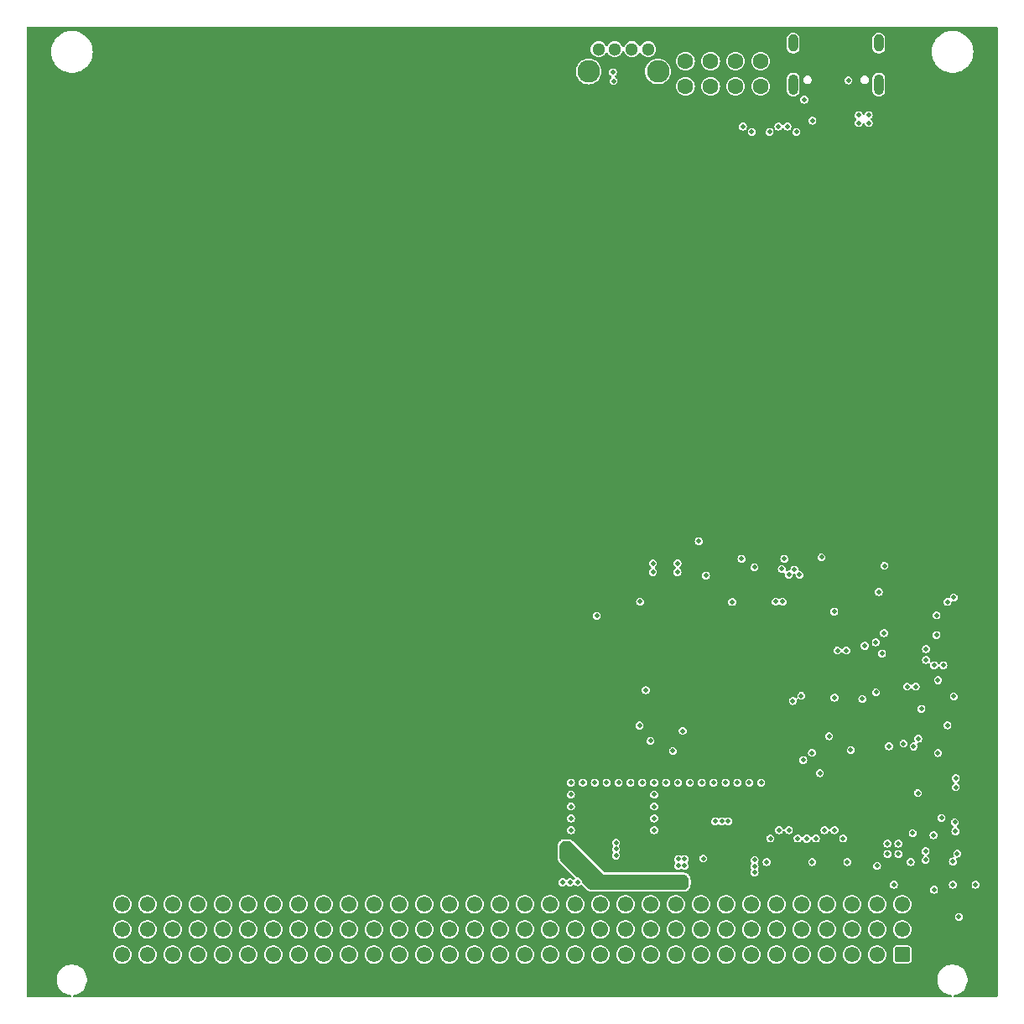
<source format=gbr>
%TF.GenerationSoftware,KiCad,Pcbnew,8.0.9-8.0.9-0~ubuntu24.04.1*%
%TF.CreationDate,2025-04-19T18:55:16+00:00*%
%TF.ProjectId,base-module,62617365-2d6d-46f6-9475-6c652e6b6963,1.0.1*%
%TF.SameCoordinates,Original*%
%TF.FileFunction,Copper,L3,Inr*%
%TF.FilePolarity,Positive*%
%FSLAX46Y46*%
G04 Gerber Fmt 4.6, Leading zero omitted, Abs format (unit mm)*
G04 Created by KiCad (PCBNEW 8.0.9-8.0.9-0~ubuntu24.04.1) date 2025-04-19 18:55:16*
%MOMM*%
%LPD*%
G01*
G04 APERTURE LIST*
G04 Aperture macros list*
%AMRoundRect*
0 Rectangle with rounded corners*
0 $1 Rounding radius*
0 $2 $3 $4 $5 $6 $7 $8 $9 X,Y pos of 4 corners*
0 Add a 4 corners polygon primitive as box body*
4,1,4,$2,$3,$4,$5,$6,$7,$8,$9,$2,$3,0*
0 Add four circle primitives for the rounded corners*
1,1,$1+$1,$2,$3*
1,1,$1+$1,$4,$5*
1,1,$1+$1,$6,$7*
1,1,$1+$1,$8,$9*
0 Add four rect primitives between the rounded corners*
20,1,$1+$1,$2,$3,$4,$5,0*
20,1,$1+$1,$4,$5,$6,$7,0*
20,1,$1+$1,$6,$7,$8,$9,0*
20,1,$1+$1,$8,$9,$2,$3,0*%
G04 Aperture macros list end*
%TA.AperFunction,ComponentPad*%
%ADD10C,1.600000*%
%TD*%
%TA.AperFunction,ComponentPad*%
%ADD11O,1.000000X2.100000*%
%TD*%
%TA.AperFunction,ComponentPad*%
%ADD12O,1.000000X1.800000*%
%TD*%
%TA.AperFunction,ComponentPad*%
%ADD13RoundRect,0.249999X0.525001X0.525001X-0.525001X0.525001X-0.525001X-0.525001X0.525001X-0.525001X0*%
%TD*%
%TA.AperFunction,ComponentPad*%
%ADD14C,1.550000*%
%TD*%
%TA.AperFunction,ComponentPad*%
%ADD15C,1.300000*%
%TD*%
%TA.AperFunction,ComponentPad*%
%ADD16C,2.286000*%
%TD*%
%TA.AperFunction,ViaPad*%
%ADD17C,0.500000*%
%TD*%
G04 APERTURE END LIST*
D10*
%TO.N,Net-(LED300-Pad1)*%
%TO.C,LED300*%
X106863600Y-55785000D03*
%TO.N,GND*%
X109403600Y-55785000D03*
%TO.N,Net-(LED300-Pad3)*%
X106863600Y-58325000D03*
%TO.N,GND*%
X109403600Y-58325000D03*
%TD*%
D11*
%TO.N,Net-(J800-SHIELD)*%
%TO.C,J800*%
X126370000Y-58140000D03*
D12*
X126370000Y-53960000D03*
D11*
X117730000Y-58140000D03*
D12*
X117730000Y-53960000D03*
%TD*%
D13*
%TO.N,GND*%
%TO.C,J200*%
X128740000Y-145975000D03*
D14*
%TO.N,/Backplane/BACKPLANE.D+*%
X126200000Y-145975000D03*
%TO.N,+5V_STDBY*%
X123660000Y-145975000D03*
%TO.N,GND*%
X121120000Y-145975000D03*
%TO.N,/Backplane/CAN1.+*%
X118580000Y-145975000D03*
%TO.N,/Backplane/CAN1.-*%
X116040000Y-145975000D03*
%TO.N,GND*%
X113500000Y-145975000D03*
%TO.N,/Backplane/CAN2.+*%
X110960000Y-145975000D03*
%TO.N,/Backplane/CAN2.-*%
X108420000Y-145975000D03*
%TO.N,GND*%
X105880000Y-145975000D03*
%TO.N,+12V*%
X103340000Y-145975000D03*
X100800000Y-145975000D03*
%TO.N,GND*%
X98260000Y-145975000D03*
%TO.N,+24V*%
X95720000Y-145975000D03*
%TO.N,GND*%
X93180000Y-145975000D03*
%TO.N,/Backplane/GPIOL0*%
X90640000Y-145975000D03*
%TO.N,/Backplane/GPIOL1*%
X88100000Y-145975000D03*
%TO.N,/Backplane/GPIOL2*%
X85560000Y-145975000D03*
%TO.N,/Backplane/GPIOL3*%
X83020000Y-145975000D03*
%TO.N,/Backplane/GPIOL4*%
X80480000Y-145975000D03*
%TO.N,/Backplane/GPIOL5*%
X77940000Y-145975000D03*
%TO.N,/Backplane/GPIOL6*%
X75400000Y-145975000D03*
%TO.N,/Backplane/GPIOL7*%
X72860000Y-145975000D03*
%TO.N,/Backplane/GPIOL8*%
X70320000Y-145975000D03*
%TO.N,/Backplane/GPIOL9*%
X67780000Y-145975000D03*
%TO.N,/Backplane/GPIOL10*%
X65240000Y-145975000D03*
%TO.N,/Backplane/GPIOL11*%
X62700000Y-145975000D03*
%TO.N,/Backplane/GPIOL12*%
X60160000Y-145975000D03*
%TO.N,/Backplane/GPIOL13*%
X57620000Y-145975000D03*
%TO.N,/Backplane/GPIOL14*%
X55080000Y-145975000D03*
%TO.N,/Backplane/GPIOL15*%
X52540000Y-145975000D03*
%TO.N,GND*%
X50000000Y-145975000D03*
X128740000Y-143435000D03*
X126200000Y-143435000D03*
%TO.N,+5V_STDBY*%
X123660000Y-143435000D03*
%TO.N,GND*%
X121120000Y-143435000D03*
%TO.N,/Backplane/CAN1.+*%
X118580000Y-143435000D03*
%TO.N,/Backplane/CAN1.-*%
X116040000Y-143435000D03*
%TO.N,GND*%
X113500000Y-143435000D03*
%TO.N,/Backplane/CAN2.+*%
X110960000Y-143435000D03*
%TO.N,/Backplane/CAN2.-*%
X108420000Y-143435000D03*
%TO.N,GND*%
X105880000Y-143435000D03*
%TO.N,+12V*%
X103340000Y-143435000D03*
X100800000Y-143435000D03*
%TO.N,GND*%
X98260000Y-143435000D03*
%TO.N,+24V*%
X95720000Y-143435000D03*
%TO.N,GND*%
X93180000Y-143435000D03*
%TO.N,/Backplane/GPIOC0*%
X90640000Y-143435000D03*
%TO.N,/Backplane/GPIOC1*%
X88100000Y-143435000D03*
%TO.N,/Backplane/GPIOC2*%
X85560000Y-143435000D03*
%TO.N,/Backplane/GPIOC3*%
X83020000Y-143435000D03*
%TO.N,/Backplane/GPIOC4*%
X80480000Y-143435000D03*
%TO.N,/Backplane/GPIOC5*%
X77940000Y-143435000D03*
%TO.N,/Backplane/GPIOC6*%
X75400000Y-143435000D03*
%TO.N,/Backplane/GPIOC7*%
X72860000Y-143435000D03*
%TO.N,/Backplane/GPIOC8*%
X70320000Y-143435000D03*
%TO.N,/Backplane/GPIOC9*%
X67780000Y-143435000D03*
%TO.N,/Backplane/GPIOC10*%
X65240000Y-143435000D03*
%TO.N,/Backplane/GPIOC11*%
X62700000Y-143435000D03*
%TO.N,/Backplane/GPIOC12*%
X60160000Y-143435000D03*
%TO.N,/Backplane/GPIOC13*%
X57620000Y-143435000D03*
%TO.N,/Backplane/GPIOC14*%
X55080000Y-143435000D03*
%TO.N,/Backplane/GPIOC15*%
X52540000Y-143435000D03*
%TO.N,GND*%
X50000000Y-143435000D03*
X128740000Y-140895000D03*
%TO.N,/Backplane/BACKPLANE.D-*%
X126200000Y-140895000D03*
%TO.N,+5V_STDBY*%
X123660000Y-140895000D03*
%TO.N,GND*%
X121120000Y-140895000D03*
%TO.N,/Backplane/CAN1.+*%
X118580000Y-140895000D03*
%TO.N,/Backplane/CAN1.-*%
X116040000Y-140895000D03*
%TO.N,GND*%
X113500000Y-140895000D03*
%TO.N,/Backplane/CAN2.+*%
X110960000Y-140895000D03*
%TO.N,/Backplane/CAN2.-*%
X108420000Y-140895000D03*
%TO.N,GND*%
X105880000Y-140895000D03*
%TO.N,+12V*%
X103340000Y-140895000D03*
X100800000Y-140895000D03*
%TO.N,GND*%
X98260000Y-140895000D03*
%TO.N,+24V*%
X95720000Y-140895000D03*
%TO.N,GND*%
X93180000Y-140895000D03*
%TO.N,/Backplane/GPIOR0*%
X90640000Y-140895000D03*
%TO.N,/Backplane/GPIOR1*%
X88100000Y-140895000D03*
%TO.N,/Backplane/GPIOR2*%
X85560000Y-140895000D03*
%TO.N,/Backplane/GPIOR3*%
X83020000Y-140895000D03*
%TO.N,/Backplane/GPIOR4*%
X80480000Y-140895000D03*
%TO.N,/Backplane/GPIOR5*%
X77940000Y-140895000D03*
%TO.N,/Backplane/GPIOR6*%
X75400000Y-140895000D03*
%TO.N,/Backplane/GPIOR7*%
X72860000Y-140895000D03*
%TO.N,/Backplane/GPIOR8*%
X70320000Y-140895000D03*
%TO.N,/Backplane/GPIOR9*%
X67780000Y-140895000D03*
%TO.N,/Backplane/GPIOR10*%
X65240000Y-140895000D03*
%TO.N,/Backplane/GPIOR11*%
X62700000Y-140895000D03*
%TO.N,/Backplane/GPIOR12*%
X60160000Y-140895000D03*
%TO.N,/Backplane/GPIOR13*%
X57620000Y-140895000D03*
%TO.N,/Backplane/GPIOR14*%
X55080000Y-140895000D03*
%TO.N,/Backplane/GPIOR15*%
X52540000Y-140895000D03*
%TO.N,GND*%
X50000000Y-140895000D03*
%TD*%
D15*
%TO.N,GND*%
%TO.C,SW400*%
X103080000Y-54575000D03*
X101450000Y-54575000D03*
%TO.N,/MCU/SWD.~{RST}*%
X99710000Y-54575000D03*
%TO.N,/MCU/USR_BUTTON*%
X98080000Y-54575000D03*
D16*
%TO.N,N/C*%
X104080000Y-56825000D03*
X97080000Y-56825000D03*
%TD*%
D10*
%TO.N,Net-(LED301-Pad1)*%
%TO.C,LED301*%
X111913600Y-55785000D03*
%TO.N,GND*%
X114453600Y-55785000D03*
%TO.N,Net-(LED301-Pad3)*%
X111913600Y-58325000D03*
%TO.N,GND*%
X114453600Y-58325000D03*
%TD*%
D17*
%TO.N,+3V3*%
X115300000Y-138075000D03*
X99598400Y-58685001D03*
X131350000Y-125625000D03*
X121325000Y-115325000D03*
X104325000Y-124400000D03*
X120590000Y-106765000D03*
X115350000Y-131500000D03*
X132050000Y-135775000D03*
X131800000Y-106175000D03*
X131400000Y-128975000D03*
X133950000Y-118922500D03*
X114650000Y-131500000D03*
X115350000Y-130625000D03*
X102275000Y-111350000D03*
X121350000Y-124927500D03*
X127900000Y-121575000D03*
X121875000Y-110350000D03*
X105200000Y-108075000D03*
X125700000Y-115575000D03*
X131350000Y-118275000D03*
X124000000Y-115300000D03*
X122225000Y-109375000D03*
X115575000Y-107050000D03*
X101700000Y-121825000D03*
X119900000Y-138075000D03*
X116025000Y-131500000D03*
X112825000Y-106875000D03*
X119625000Y-124600000D03*
X114450000Y-62375000D03*
%TO.N,GND*%
X106050000Y-107375000D03*
X108925000Y-107700000D03*
X99598400Y-57785001D03*
X95300000Y-131025000D03*
X103700000Y-128625000D03*
X106050000Y-106475000D03*
X129900000Y-124961216D03*
X128350000Y-134775000D03*
X104900000Y-128625000D03*
X109870720Y-132521542D03*
X134470000Y-142162501D03*
X127250000Y-134775000D03*
X116250000Y-62375000D03*
X95300000Y-133425000D03*
X132350000Y-125625000D03*
X113850000Y-136425000D03*
X109700000Y-128625000D03*
X96500000Y-128625000D03*
X130325000Y-129675000D03*
X106100000Y-128625000D03*
X110520720Y-132521542D03*
X108650000Y-136275000D03*
X102850000Y-119275000D03*
X113300000Y-128625000D03*
X103700000Y-132225000D03*
X97700000Y-128625000D03*
X115050000Y-136625000D03*
X121350000Y-123927500D03*
X103575000Y-106475000D03*
X116825000Y-106025000D03*
X119625000Y-125600000D03*
X108200000Y-104250000D03*
X126375000Y-109375000D03*
X126900000Y-113525000D03*
X131150000Y-116225000D03*
X112525000Y-106025000D03*
X97900000Y-111775000D03*
X113850000Y-137675000D03*
X100100000Y-128625000D03*
X94450000Y-138675000D03*
X116575000Y-107050000D03*
X128350000Y-135825000D03*
X98900000Y-128625000D03*
X118750000Y-126325000D03*
X134150000Y-128175000D03*
X131900000Y-133925000D03*
X126950000Y-106725000D03*
X119100000Y-134275000D03*
X111170720Y-132521542D03*
X103575000Y-107350000D03*
X103700000Y-133425000D03*
X122200000Y-115275000D03*
X103700000Y-131025000D03*
X117150000Y-62375000D03*
X131150000Y-115125000D03*
X119670000Y-61785001D03*
X133300000Y-122825000D03*
X118050000Y-62925000D03*
X108500000Y-128625000D03*
X133950000Y-119922500D03*
X134100000Y-133525000D03*
X134300000Y-135775000D03*
X112100000Y-128625000D03*
X113825000Y-106875000D03*
X121900000Y-133425000D03*
X114500000Y-128625000D03*
X118850000Y-59675000D03*
X103325000Y-124400000D03*
X121875000Y-111350000D03*
X117300000Y-133425000D03*
X120590000Y-105865000D03*
X129800000Y-133725000D03*
X95953492Y-138663288D03*
X127250000Y-135825000D03*
X131100000Y-136425000D03*
X110900000Y-128625000D03*
X101300000Y-128625000D03*
X99850000Y-134671508D03*
X102500000Y-128625000D03*
X95300000Y-132225000D03*
X107300000Y-128625000D03*
X95200000Y-138675000D03*
X99850000Y-135971508D03*
X95300000Y-129825000D03*
X136150000Y-138925000D03*
X102225000Y-122850000D03*
X126700000Y-115575000D03*
X102275000Y-110350000D03*
X123200000Y-136625000D03*
X131950000Y-139425000D03*
X113850000Y-137075000D03*
X125350000Y-62025000D03*
X125350000Y-61225000D03*
X123550000Y-125325000D03*
X132700000Y-132175000D03*
X99850000Y-135321508D03*
X123100000Y-115275000D03*
X103700000Y-129825000D03*
X95300000Y-128625000D03*
X132350000Y-118275000D03*
X119650000Y-136625000D03*
%TO.N,+5V*%
X106125000Y-137025000D03*
X134150000Y-129075000D03*
X116300000Y-133425000D03*
X106775000Y-136325000D03*
X133300000Y-110375000D03*
X131100000Y-135525001D03*
X106775000Y-137025000D03*
X126200000Y-137025000D03*
X106125000Y-136325000D03*
X120900000Y-133425000D03*
%TO.N,/ST-LINK/LED*%
X124950000Y-114800000D03*
X127400000Y-124950000D03*
%TO.N,/ST-LINK/STLINK-BOOT0*%
X130675000Y-121175000D03*
%TO.N,/ST-LINK/DIO*%
X128875000Y-124675000D03*
%TO.N,/ST-LINK/CLK*%
X130350000Y-124175000D03*
%TO.N,+12V_FUSED*%
X94451270Y-135361059D03*
X133950000Y-109925000D03*
X106125000Y-139025000D03*
X106125000Y-138325000D03*
X106775000Y-138325000D03*
X95375000Y-135375000D03*
X106775000Y-139025000D03*
X94950000Y-134875000D03*
%TO.N,/ST-LINK/STLINK_RX*%
X126100000Y-119500000D03*
X132200000Y-113725000D03*
%TO.N,/USB/VBUS_IN*%
X124350000Y-61225000D03*
X134050000Y-132625000D03*
%TO.N,/ST-LINK/STLINK_TX*%
X132200000Y-111725000D03*
X126075000Y-114450000D03*
%TO.N,/MCU/USR_BUTTON*%
X115975000Y-110350000D03*
X99538600Y-56899202D03*
%TO.N,/MCU/SWD.~{RST}*%
X111575001Y-110375000D03*
X121900000Y-120045000D03*
X118377238Y-107645000D03*
%TO.N,Net-(U302-PGANG)*%
X129600000Y-136625000D03*
X127900000Y-138925000D03*
%TO.N,Net-(U700-PA5)*%
X124700000Y-120175000D03*
X120425000Y-127650000D03*
%TO.N,Net-(U700-PC13)*%
X130100000Y-118925000D03*
X132900000Y-116775000D03*
%TO.N,Net-(U700-PC14)*%
X129225000Y-118925000D03*
X131950000Y-116775000D03*
%TO.N,/CAN transceiver 1/CAN.TX*%
X122775000Y-134250000D03*
X118550000Y-119850000D03*
%TO.N,/CAN transceiver 1/CAN.RX*%
X117700000Y-120375000D03*
X120025000Y-134250000D03*
%TO.N,/CAN transceiver 2/CAN.TX*%
X118175000Y-134250000D03*
X106575000Y-123400000D03*
%TO.N,/CAN transceiver 2/CAN.RX*%
X105600000Y-125425000D03*
X115425000Y-134250000D03*
%TO.N,/USB/CC1*%
X123300000Y-57725000D03*
X124350000Y-62025000D03*
%TO.N,Net-(U801-~{OE})*%
X133850000Y-136575000D03*
X133850000Y-138925000D03*
%TO.N,/MCU/USER_LED_1*%
X113550000Y-62925000D03*
X117850000Y-107125000D03*
%TO.N,/MCU/USER_LED_2*%
X117300000Y-107625000D03*
X112650000Y-62375000D03*
%TO.N,/MCU/STATUS_LED*%
X115350000Y-62925000D03*
X116675000Y-110350000D03*
%TD*%
%TA.AperFunction,Conductor*%
%TO.N,+12V_FUSED*%
G36*
X95050952Y-134526061D02*
G01*
X95156116Y-134539906D01*
X95187383Y-134548284D01*
X95277808Y-134585739D01*
X95305842Y-134601924D01*
X95390003Y-134666503D01*
X95402198Y-134677198D01*
X98478547Y-137753548D01*
X98478554Y-137753554D01*
X98625000Y-137900000D01*
X106666874Y-137900000D01*
X106683059Y-137901061D01*
X106788223Y-137914906D01*
X106819491Y-137923284D01*
X106909918Y-137960740D01*
X106937952Y-137976925D01*
X107015602Y-138036509D01*
X107038491Y-138059398D01*
X107098074Y-138137048D01*
X107114259Y-138165081D01*
X107151715Y-138255508D01*
X107160093Y-138286775D01*
X107173939Y-138391939D01*
X107175000Y-138408125D01*
X107175000Y-138916874D01*
X107173939Y-138933060D01*
X107160093Y-139038224D01*
X107151715Y-139069491D01*
X107114259Y-139159918D01*
X107098074Y-139187951D01*
X107038491Y-139265601D01*
X107015601Y-139288491D01*
X106937951Y-139348074D01*
X106909918Y-139364259D01*
X106819491Y-139401715D01*
X106788224Y-139410093D01*
X106694398Y-139422446D01*
X106683058Y-139423939D01*
X106666874Y-139425000D01*
X97390233Y-139425000D01*
X97374048Y-139423939D01*
X97361024Y-139422224D01*
X97268882Y-139410093D01*
X97237616Y-139401715D01*
X97147191Y-139364260D01*
X97119157Y-139348075D01*
X97034996Y-139283496D01*
X97022801Y-139272801D01*
X96437024Y-138687024D01*
X96403539Y-138625701D01*
X96401972Y-138617018D01*
X96390189Y-138535062D01*
X96336374Y-138417225D01*
X96251541Y-138319321D01*
X96142561Y-138249284D01*
X96142557Y-138249282D01*
X96142556Y-138249282D01*
X96018266Y-138212788D01*
X96018264Y-138212788D01*
X96014150Y-138212788D01*
X96010202Y-138211628D01*
X96009487Y-138211526D01*
X96009501Y-138211423D01*
X95947111Y-138193103D01*
X95926469Y-138176469D01*
X94302198Y-136552198D01*
X94291503Y-136540003D01*
X94226924Y-136455842D01*
X94210739Y-136427808D01*
X94173284Y-136337383D01*
X94164906Y-136306116D01*
X94151061Y-136200952D01*
X94150000Y-136184767D01*
X94150000Y-135033125D01*
X94151061Y-135016940D01*
X94164906Y-134911776D01*
X94173284Y-134880508D01*
X94210740Y-134790081D01*
X94226923Y-134762050D01*
X94286513Y-134684392D01*
X94309392Y-134661513D01*
X94387050Y-134601923D01*
X94415079Y-134585740D01*
X94505509Y-134548283D01*
X94536775Y-134539906D01*
X94641941Y-134526061D01*
X94658126Y-134525000D01*
X95034767Y-134525000D01*
X95050952Y-134526061D01*
G37*
%TD.AperFunction*%
%TD*%
%TA.AperFunction,Conductor*%
%TO.N,+3V3*%
G36*
X138313039Y-52304685D02*
G01*
X138358794Y-52357489D01*
X138370000Y-52409000D01*
X138370000Y-150151000D01*
X138350315Y-150218039D01*
X138297511Y-150263794D01*
X138246000Y-150275000D01*
X134035051Y-150275000D01*
X133968012Y-150255315D01*
X133922257Y-150202511D01*
X133912313Y-150133353D01*
X133941338Y-150069797D01*
X134000116Y-150032023D01*
X134015653Y-150028527D01*
X134177222Y-150002937D01*
X134405589Y-149928736D01*
X134619536Y-149819724D01*
X134813796Y-149678586D01*
X134983586Y-149508796D01*
X135124724Y-149314536D01*
X135233736Y-149100589D01*
X135307937Y-148872222D01*
X135345500Y-148635059D01*
X135345500Y-148394941D01*
X135307937Y-148157778D01*
X135233736Y-147929411D01*
X135233734Y-147929408D01*
X135233734Y-147929406D01*
X135124723Y-147715463D01*
X134983586Y-147521204D01*
X134813796Y-147351414D01*
X134619536Y-147210276D01*
X134405593Y-147101265D01*
X134177222Y-147027063D01*
X133940059Y-146989500D01*
X133699941Y-146989500D01*
X133581359Y-147008281D01*
X133462777Y-147027063D01*
X133234406Y-147101265D01*
X133020463Y-147210276D01*
X132826201Y-147351416D01*
X132656416Y-147521201D01*
X132515276Y-147715463D01*
X132406265Y-147929406D01*
X132332063Y-148157777D01*
X132294500Y-148394941D01*
X132294500Y-148635058D01*
X132332063Y-148872222D01*
X132406265Y-149100593D01*
X132515276Y-149314536D01*
X132656414Y-149508796D01*
X132826204Y-149678586D01*
X133020464Y-149819724D01*
X133121543Y-149871226D01*
X133234406Y-149928734D01*
X133234408Y-149928734D01*
X133234411Y-149928736D01*
X133462778Y-150002937D01*
X133624347Y-150028527D01*
X133687482Y-150058456D01*
X133724413Y-150117768D01*
X133723415Y-150187630D01*
X133684805Y-150245863D01*
X133620842Y-150273977D01*
X133604949Y-150275000D01*
X45135051Y-150275000D01*
X45068012Y-150255315D01*
X45022257Y-150202511D01*
X45012313Y-150133353D01*
X45041338Y-150069797D01*
X45100116Y-150032023D01*
X45115653Y-150028527D01*
X45277222Y-150002937D01*
X45505589Y-149928736D01*
X45719536Y-149819724D01*
X45913796Y-149678586D01*
X46083586Y-149508796D01*
X46224724Y-149314536D01*
X46333736Y-149100589D01*
X46407937Y-148872222D01*
X46445500Y-148635059D01*
X46445500Y-148394941D01*
X46407937Y-148157778D01*
X46333736Y-147929411D01*
X46333734Y-147929408D01*
X46333734Y-147929406D01*
X46224723Y-147715463D01*
X46083586Y-147521204D01*
X45913796Y-147351414D01*
X45719536Y-147210276D01*
X45505593Y-147101265D01*
X45277222Y-147027063D01*
X45040059Y-146989500D01*
X44799941Y-146989500D01*
X44681359Y-147008281D01*
X44562777Y-147027063D01*
X44334406Y-147101265D01*
X44120463Y-147210276D01*
X43926201Y-147351416D01*
X43756416Y-147521201D01*
X43615276Y-147715463D01*
X43506265Y-147929406D01*
X43432063Y-148157777D01*
X43394500Y-148394941D01*
X43394500Y-148635058D01*
X43432063Y-148872222D01*
X43506265Y-149100593D01*
X43615276Y-149314536D01*
X43756414Y-149508796D01*
X43926204Y-149678586D01*
X44120464Y-149819724D01*
X44221543Y-149871226D01*
X44334406Y-149928734D01*
X44334408Y-149928734D01*
X44334411Y-149928736D01*
X44562778Y-150002937D01*
X44724347Y-150028527D01*
X44787482Y-150058456D01*
X44824413Y-150117768D01*
X44823415Y-150187630D01*
X44784805Y-150245863D01*
X44720842Y-150273977D01*
X44704949Y-150275000D01*
X40494000Y-150275000D01*
X40426961Y-150255315D01*
X40381206Y-150202511D01*
X40370000Y-150151000D01*
X40370000Y-145975000D01*
X49069402Y-145975000D01*
X49089738Y-146168483D01*
X49149856Y-146353510D01*
X49149857Y-146353511D01*
X49230159Y-146492597D01*
X49247130Y-146521992D01*
X49255714Y-146531525D01*
X49377302Y-146666564D01*
X49377305Y-146666566D01*
X49377308Y-146666569D01*
X49476096Y-146738343D01*
X49534702Y-146780923D01*
X49602926Y-146811297D01*
X49712429Y-146860051D01*
X49902726Y-146900500D01*
X50097274Y-146900500D01*
X50287571Y-146860051D01*
X50465299Y-146780922D01*
X50622692Y-146666569D01*
X50752870Y-146521992D01*
X50850144Y-146353508D01*
X50910262Y-146168482D01*
X50930598Y-145975000D01*
X51609402Y-145975000D01*
X51629738Y-146168483D01*
X51689856Y-146353510D01*
X51689857Y-146353511D01*
X51770159Y-146492597D01*
X51787130Y-146521992D01*
X51795714Y-146531525D01*
X51917302Y-146666564D01*
X51917305Y-146666566D01*
X51917308Y-146666569D01*
X52016096Y-146738343D01*
X52074702Y-146780923D01*
X52142926Y-146811297D01*
X52252429Y-146860051D01*
X52442726Y-146900500D01*
X52637274Y-146900500D01*
X52827571Y-146860051D01*
X53005299Y-146780922D01*
X53162692Y-146666569D01*
X53292870Y-146521992D01*
X53390144Y-146353508D01*
X53450262Y-146168482D01*
X53470598Y-145975000D01*
X54149402Y-145975000D01*
X54169738Y-146168483D01*
X54229856Y-146353510D01*
X54229857Y-146353511D01*
X54310159Y-146492597D01*
X54327130Y-146521992D01*
X54335714Y-146531525D01*
X54457302Y-146666564D01*
X54457305Y-146666566D01*
X54457308Y-146666569D01*
X54556096Y-146738343D01*
X54614702Y-146780923D01*
X54682926Y-146811297D01*
X54792429Y-146860051D01*
X54982726Y-146900500D01*
X55177274Y-146900500D01*
X55367571Y-146860051D01*
X55545299Y-146780922D01*
X55702692Y-146666569D01*
X55832870Y-146521992D01*
X55930144Y-146353508D01*
X55990262Y-146168482D01*
X56010598Y-145975000D01*
X56689402Y-145975000D01*
X56709738Y-146168483D01*
X56769856Y-146353510D01*
X56769857Y-146353511D01*
X56850159Y-146492597D01*
X56867130Y-146521992D01*
X56875714Y-146531525D01*
X56997302Y-146666564D01*
X56997305Y-146666566D01*
X56997308Y-146666569D01*
X57096096Y-146738343D01*
X57154702Y-146780923D01*
X57222926Y-146811297D01*
X57332429Y-146860051D01*
X57522726Y-146900500D01*
X57717274Y-146900500D01*
X57907571Y-146860051D01*
X58085299Y-146780922D01*
X58242692Y-146666569D01*
X58372870Y-146521992D01*
X58470144Y-146353508D01*
X58530262Y-146168482D01*
X58550598Y-145975000D01*
X59229402Y-145975000D01*
X59249738Y-146168483D01*
X59309856Y-146353510D01*
X59309857Y-146353511D01*
X59390159Y-146492597D01*
X59407130Y-146521992D01*
X59415714Y-146531525D01*
X59537302Y-146666564D01*
X59537305Y-146666566D01*
X59537308Y-146666569D01*
X59636096Y-146738343D01*
X59694702Y-146780923D01*
X59762926Y-146811297D01*
X59872429Y-146860051D01*
X60062726Y-146900500D01*
X60257274Y-146900500D01*
X60447571Y-146860051D01*
X60625299Y-146780922D01*
X60782692Y-146666569D01*
X60912870Y-146521992D01*
X61010144Y-146353508D01*
X61070262Y-146168482D01*
X61090598Y-145975000D01*
X61769402Y-145975000D01*
X61789738Y-146168483D01*
X61849856Y-146353510D01*
X61849857Y-146353511D01*
X61930159Y-146492597D01*
X61947130Y-146521992D01*
X61955714Y-146531525D01*
X62077302Y-146666564D01*
X62077305Y-146666566D01*
X62077308Y-146666569D01*
X62176096Y-146738343D01*
X62234702Y-146780923D01*
X62302926Y-146811297D01*
X62412429Y-146860051D01*
X62602726Y-146900500D01*
X62797274Y-146900500D01*
X62987571Y-146860051D01*
X63165299Y-146780922D01*
X63322692Y-146666569D01*
X63452870Y-146521992D01*
X63550144Y-146353508D01*
X63610262Y-146168482D01*
X63630598Y-145975000D01*
X64309402Y-145975000D01*
X64329738Y-146168483D01*
X64389856Y-146353510D01*
X64389857Y-146353511D01*
X64470159Y-146492597D01*
X64487130Y-146521992D01*
X64495714Y-146531525D01*
X64617302Y-146666564D01*
X64617305Y-146666566D01*
X64617308Y-146666569D01*
X64716096Y-146738343D01*
X64774702Y-146780923D01*
X64842926Y-146811297D01*
X64952429Y-146860051D01*
X65142726Y-146900500D01*
X65337274Y-146900500D01*
X65527571Y-146860051D01*
X65705299Y-146780922D01*
X65862692Y-146666569D01*
X65992870Y-146521992D01*
X66090144Y-146353508D01*
X66150262Y-146168482D01*
X66170598Y-145975000D01*
X66849402Y-145975000D01*
X66869738Y-146168483D01*
X66929856Y-146353510D01*
X66929857Y-146353511D01*
X67010159Y-146492597D01*
X67027130Y-146521992D01*
X67035714Y-146531525D01*
X67157302Y-146666564D01*
X67157305Y-146666566D01*
X67157308Y-146666569D01*
X67256096Y-146738343D01*
X67314702Y-146780923D01*
X67382926Y-146811297D01*
X67492429Y-146860051D01*
X67682726Y-146900500D01*
X67877274Y-146900500D01*
X68067571Y-146860051D01*
X68245299Y-146780922D01*
X68402692Y-146666569D01*
X68532870Y-146521992D01*
X68630144Y-146353508D01*
X68690262Y-146168482D01*
X68710598Y-145975000D01*
X69389402Y-145975000D01*
X69409738Y-146168483D01*
X69469856Y-146353510D01*
X69469857Y-146353511D01*
X69550159Y-146492597D01*
X69567130Y-146521992D01*
X69575714Y-146531525D01*
X69697302Y-146666564D01*
X69697305Y-146666566D01*
X69697308Y-146666569D01*
X69796096Y-146738343D01*
X69854702Y-146780923D01*
X69922926Y-146811297D01*
X70032429Y-146860051D01*
X70222726Y-146900500D01*
X70417274Y-146900500D01*
X70607571Y-146860051D01*
X70785299Y-146780922D01*
X70942692Y-146666569D01*
X71072870Y-146521992D01*
X71170144Y-146353508D01*
X71230262Y-146168482D01*
X71250598Y-145975000D01*
X71929402Y-145975000D01*
X71949738Y-146168483D01*
X72009856Y-146353510D01*
X72009857Y-146353511D01*
X72090159Y-146492597D01*
X72107130Y-146521992D01*
X72115714Y-146531525D01*
X72237302Y-146666564D01*
X72237305Y-146666566D01*
X72237308Y-146666569D01*
X72336096Y-146738343D01*
X72394702Y-146780923D01*
X72462926Y-146811297D01*
X72572429Y-146860051D01*
X72762726Y-146900500D01*
X72957274Y-146900500D01*
X73147571Y-146860051D01*
X73325299Y-146780922D01*
X73482692Y-146666569D01*
X73612870Y-146521992D01*
X73710144Y-146353508D01*
X73770262Y-146168482D01*
X73790598Y-145975000D01*
X74469402Y-145975000D01*
X74489738Y-146168483D01*
X74549856Y-146353510D01*
X74549857Y-146353511D01*
X74630159Y-146492597D01*
X74647130Y-146521992D01*
X74655714Y-146531525D01*
X74777302Y-146666564D01*
X74777305Y-146666566D01*
X74777308Y-146666569D01*
X74876096Y-146738343D01*
X74934702Y-146780923D01*
X75002926Y-146811297D01*
X75112429Y-146860051D01*
X75302726Y-146900500D01*
X75497274Y-146900500D01*
X75687571Y-146860051D01*
X75865299Y-146780922D01*
X76022692Y-146666569D01*
X76152870Y-146521992D01*
X76250144Y-146353508D01*
X76310262Y-146168482D01*
X76330598Y-145975000D01*
X77009402Y-145975000D01*
X77029738Y-146168483D01*
X77089856Y-146353510D01*
X77089857Y-146353511D01*
X77170159Y-146492597D01*
X77187130Y-146521992D01*
X77195714Y-146531525D01*
X77317302Y-146666564D01*
X77317305Y-146666566D01*
X77317308Y-146666569D01*
X77416096Y-146738343D01*
X77474702Y-146780923D01*
X77542926Y-146811297D01*
X77652429Y-146860051D01*
X77842726Y-146900500D01*
X78037274Y-146900500D01*
X78227571Y-146860051D01*
X78405299Y-146780922D01*
X78562692Y-146666569D01*
X78692870Y-146521992D01*
X78790144Y-146353508D01*
X78850262Y-146168482D01*
X78870598Y-145975000D01*
X79549402Y-145975000D01*
X79569738Y-146168483D01*
X79629856Y-146353510D01*
X79629857Y-146353511D01*
X79710159Y-146492597D01*
X79727130Y-146521992D01*
X79735714Y-146531525D01*
X79857302Y-146666564D01*
X79857305Y-146666566D01*
X79857308Y-146666569D01*
X79956096Y-146738343D01*
X80014702Y-146780923D01*
X80082926Y-146811297D01*
X80192429Y-146860051D01*
X80382726Y-146900500D01*
X80577274Y-146900500D01*
X80767571Y-146860051D01*
X80945299Y-146780922D01*
X81102692Y-146666569D01*
X81232870Y-146521992D01*
X81330144Y-146353508D01*
X81390262Y-146168482D01*
X81410598Y-145975000D01*
X82089402Y-145975000D01*
X82109738Y-146168483D01*
X82169856Y-146353510D01*
X82169857Y-146353511D01*
X82250159Y-146492597D01*
X82267130Y-146521992D01*
X82275714Y-146531525D01*
X82397302Y-146666564D01*
X82397305Y-146666566D01*
X82397308Y-146666569D01*
X82496096Y-146738343D01*
X82554702Y-146780923D01*
X82622926Y-146811297D01*
X82732429Y-146860051D01*
X82922726Y-146900500D01*
X83117274Y-146900500D01*
X83307571Y-146860051D01*
X83485299Y-146780922D01*
X83642692Y-146666569D01*
X83772870Y-146521992D01*
X83870144Y-146353508D01*
X83930262Y-146168482D01*
X83950598Y-145975000D01*
X84629402Y-145975000D01*
X84649738Y-146168483D01*
X84709856Y-146353510D01*
X84709857Y-146353511D01*
X84790159Y-146492597D01*
X84807130Y-146521992D01*
X84815714Y-146531525D01*
X84937302Y-146666564D01*
X84937305Y-146666566D01*
X84937308Y-146666569D01*
X85036096Y-146738343D01*
X85094702Y-146780923D01*
X85162926Y-146811297D01*
X85272429Y-146860051D01*
X85462726Y-146900500D01*
X85657274Y-146900500D01*
X85847571Y-146860051D01*
X86025299Y-146780922D01*
X86182692Y-146666569D01*
X86312870Y-146521992D01*
X86410144Y-146353508D01*
X86470262Y-146168482D01*
X86490598Y-145975000D01*
X87169402Y-145975000D01*
X87189738Y-146168483D01*
X87249856Y-146353510D01*
X87249857Y-146353511D01*
X87330159Y-146492597D01*
X87347130Y-146521992D01*
X87355714Y-146531525D01*
X87477302Y-146666564D01*
X87477305Y-146666566D01*
X87477308Y-146666569D01*
X87576096Y-146738343D01*
X87634702Y-146780923D01*
X87702926Y-146811297D01*
X87812429Y-146860051D01*
X88002726Y-146900500D01*
X88197274Y-146900500D01*
X88387571Y-146860051D01*
X88565299Y-146780922D01*
X88722692Y-146666569D01*
X88852870Y-146521992D01*
X88950144Y-146353508D01*
X89010262Y-146168482D01*
X89030598Y-145975000D01*
X89709402Y-145975000D01*
X89729738Y-146168483D01*
X89789856Y-146353510D01*
X89789857Y-146353511D01*
X89870159Y-146492597D01*
X89887130Y-146521992D01*
X89895714Y-146531525D01*
X90017302Y-146666564D01*
X90017305Y-146666566D01*
X90017308Y-146666569D01*
X90116096Y-146738343D01*
X90174702Y-146780923D01*
X90242926Y-146811297D01*
X90352429Y-146860051D01*
X90542726Y-146900500D01*
X90737274Y-146900500D01*
X90927571Y-146860051D01*
X91105299Y-146780922D01*
X91262692Y-146666569D01*
X91392870Y-146521992D01*
X91490144Y-146353508D01*
X91550262Y-146168482D01*
X91570598Y-145975000D01*
X92249402Y-145975000D01*
X92269738Y-146168483D01*
X92329856Y-146353510D01*
X92329857Y-146353511D01*
X92410159Y-146492597D01*
X92427130Y-146521992D01*
X92435714Y-146531525D01*
X92557302Y-146666564D01*
X92557305Y-146666566D01*
X92557308Y-146666569D01*
X92656096Y-146738343D01*
X92714702Y-146780923D01*
X92782926Y-146811297D01*
X92892429Y-146860051D01*
X93082726Y-146900500D01*
X93277274Y-146900500D01*
X93467571Y-146860051D01*
X93645299Y-146780922D01*
X93802692Y-146666569D01*
X93932870Y-146521992D01*
X94030144Y-146353508D01*
X94090262Y-146168482D01*
X94110598Y-145975000D01*
X94789402Y-145975000D01*
X94809738Y-146168483D01*
X94869856Y-146353510D01*
X94869857Y-146353511D01*
X94950159Y-146492597D01*
X94967130Y-146521992D01*
X94975714Y-146531525D01*
X95097302Y-146666564D01*
X95097305Y-146666566D01*
X95097308Y-146666569D01*
X95196096Y-146738343D01*
X95254702Y-146780923D01*
X95322926Y-146811297D01*
X95432429Y-146860051D01*
X95622726Y-146900500D01*
X95817274Y-146900500D01*
X96007571Y-146860051D01*
X96185299Y-146780922D01*
X96342692Y-146666569D01*
X96472870Y-146521992D01*
X96570144Y-146353508D01*
X96630262Y-146168482D01*
X96650598Y-145975000D01*
X97329402Y-145975000D01*
X97349738Y-146168483D01*
X97409856Y-146353510D01*
X97409857Y-146353511D01*
X97490159Y-146492597D01*
X97507130Y-146521992D01*
X97515714Y-146531525D01*
X97637302Y-146666564D01*
X97637305Y-146666566D01*
X97637308Y-146666569D01*
X97736096Y-146738343D01*
X97794702Y-146780923D01*
X97862926Y-146811297D01*
X97972429Y-146860051D01*
X98162726Y-146900500D01*
X98357274Y-146900500D01*
X98547571Y-146860051D01*
X98725299Y-146780922D01*
X98882692Y-146666569D01*
X99012870Y-146521992D01*
X99110144Y-146353508D01*
X99170262Y-146168482D01*
X99190598Y-145975000D01*
X99869402Y-145975000D01*
X99889738Y-146168483D01*
X99949856Y-146353510D01*
X99949857Y-146353511D01*
X100030159Y-146492597D01*
X100047130Y-146521992D01*
X100055714Y-146531525D01*
X100177302Y-146666564D01*
X100177305Y-146666566D01*
X100177308Y-146666569D01*
X100276096Y-146738343D01*
X100334702Y-146780923D01*
X100402926Y-146811297D01*
X100512429Y-146860051D01*
X100702726Y-146900500D01*
X100897274Y-146900500D01*
X101087571Y-146860051D01*
X101265299Y-146780922D01*
X101422692Y-146666569D01*
X101552870Y-146521992D01*
X101650144Y-146353508D01*
X101710262Y-146168482D01*
X101730598Y-145975000D01*
X102409402Y-145975000D01*
X102429738Y-146168483D01*
X102489856Y-146353510D01*
X102489857Y-146353511D01*
X102570159Y-146492597D01*
X102587130Y-146521992D01*
X102595714Y-146531525D01*
X102717302Y-146666564D01*
X102717305Y-146666566D01*
X102717308Y-146666569D01*
X102816096Y-146738343D01*
X102874702Y-146780923D01*
X102942926Y-146811297D01*
X103052429Y-146860051D01*
X103242726Y-146900500D01*
X103437274Y-146900500D01*
X103627571Y-146860051D01*
X103805299Y-146780922D01*
X103962692Y-146666569D01*
X104092870Y-146521992D01*
X104190144Y-146353508D01*
X104250262Y-146168482D01*
X104270598Y-145975000D01*
X104949402Y-145975000D01*
X104969738Y-146168483D01*
X105029856Y-146353510D01*
X105029857Y-146353511D01*
X105110159Y-146492597D01*
X105127130Y-146521992D01*
X105135714Y-146531525D01*
X105257302Y-146666564D01*
X105257305Y-146666566D01*
X105257308Y-146666569D01*
X105356096Y-146738343D01*
X105414702Y-146780923D01*
X105482926Y-146811297D01*
X105592429Y-146860051D01*
X105782726Y-146900500D01*
X105977274Y-146900500D01*
X106167571Y-146860051D01*
X106345299Y-146780922D01*
X106502692Y-146666569D01*
X106632870Y-146521992D01*
X106730144Y-146353508D01*
X106790262Y-146168482D01*
X106810598Y-145975000D01*
X107489402Y-145975000D01*
X107509738Y-146168483D01*
X107569856Y-146353510D01*
X107569857Y-146353511D01*
X107650159Y-146492597D01*
X107667130Y-146521992D01*
X107675714Y-146531525D01*
X107797302Y-146666564D01*
X107797305Y-146666566D01*
X107797308Y-146666569D01*
X107896096Y-146738343D01*
X107954702Y-146780923D01*
X108022926Y-146811297D01*
X108132429Y-146860051D01*
X108322726Y-146900500D01*
X108517274Y-146900500D01*
X108707571Y-146860051D01*
X108885299Y-146780922D01*
X109042692Y-146666569D01*
X109172870Y-146521992D01*
X109270144Y-146353508D01*
X109330262Y-146168482D01*
X109350598Y-145975000D01*
X110029402Y-145975000D01*
X110049738Y-146168483D01*
X110109856Y-146353510D01*
X110109857Y-146353511D01*
X110190159Y-146492597D01*
X110207130Y-146521992D01*
X110215714Y-146531525D01*
X110337302Y-146666564D01*
X110337305Y-146666566D01*
X110337308Y-146666569D01*
X110436096Y-146738343D01*
X110494702Y-146780923D01*
X110562926Y-146811297D01*
X110672429Y-146860051D01*
X110862726Y-146900500D01*
X111057274Y-146900500D01*
X111247571Y-146860051D01*
X111425299Y-146780922D01*
X111582692Y-146666569D01*
X111712870Y-146521992D01*
X111810144Y-146353508D01*
X111870262Y-146168482D01*
X111890598Y-145975000D01*
X112569402Y-145975000D01*
X112589738Y-146168483D01*
X112649856Y-146353510D01*
X112649857Y-146353511D01*
X112730159Y-146492597D01*
X112747130Y-146521992D01*
X112755714Y-146531525D01*
X112877302Y-146666564D01*
X112877305Y-146666566D01*
X112877308Y-146666569D01*
X112976096Y-146738343D01*
X113034702Y-146780923D01*
X113102926Y-146811297D01*
X113212429Y-146860051D01*
X113402726Y-146900500D01*
X113597274Y-146900500D01*
X113787571Y-146860051D01*
X113965299Y-146780922D01*
X114122692Y-146666569D01*
X114252870Y-146521992D01*
X114350144Y-146353508D01*
X114410262Y-146168482D01*
X114430598Y-145975000D01*
X115109402Y-145975000D01*
X115129738Y-146168483D01*
X115189856Y-146353510D01*
X115189857Y-146353511D01*
X115270159Y-146492597D01*
X115287130Y-146521992D01*
X115295714Y-146531525D01*
X115417302Y-146666564D01*
X115417305Y-146666566D01*
X115417308Y-146666569D01*
X115516096Y-146738343D01*
X115574702Y-146780923D01*
X115642926Y-146811297D01*
X115752429Y-146860051D01*
X115942726Y-146900500D01*
X116137274Y-146900500D01*
X116327571Y-146860051D01*
X116505299Y-146780922D01*
X116662692Y-146666569D01*
X116792870Y-146521992D01*
X116890144Y-146353508D01*
X116950262Y-146168482D01*
X116970598Y-145975000D01*
X117649402Y-145975000D01*
X117669738Y-146168483D01*
X117729856Y-146353510D01*
X117729857Y-146353511D01*
X117810159Y-146492597D01*
X117827130Y-146521992D01*
X117835714Y-146531525D01*
X117957302Y-146666564D01*
X117957305Y-146666566D01*
X117957308Y-146666569D01*
X118056096Y-146738343D01*
X118114702Y-146780923D01*
X118182926Y-146811297D01*
X118292429Y-146860051D01*
X118482726Y-146900500D01*
X118677274Y-146900500D01*
X118867571Y-146860051D01*
X119045299Y-146780922D01*
X119202692Y-146666569D01*
X119332870Y-146521992D01*
X119430144Y-146353508D01*
X119490262Y-146168482D01*
X119510598Y-145975000D01*
X120189402Y-145975000D01*
X120209738Y-146168483D01*
X120269856Y-146353510D01*
X120269857Y-146353511D01*
X120350159Y-146492597D01*
X120367130Y-146521992D01*
X120375714Y-146531525D01*
X120497302Y-146666564D01*
X120497305Y-146666566D01*
X120497308Y-146666569D01*
X120596096Y-146738343D01*
X120654702Y-146780923D01*
X120722926Y-146811297D01*
X120832429Y-146860051D01*
X121022726Y-146900500D01*
X121217274Y-146900500D01*
X121407571Y-146860051D01*
X121585299Y-146780922D01*
X121742692Y-146666569D01*
X121872870Y-146521992D01*
X121970144Y-146353508D01*
X122030262Y-146168482D01*
X122050598Y-145975000D01*
X122729402Y-145975000D01*
X122749738Y-146168483D01*
X122809856Y-146353510D01*
X122809857Y-146353511D01*
X122890159Y-146492597D01*
X122907130Y-146521992D01*
X122915714Y-146531525D01*
X123037302Y-146666564D01*
X123037305Y-146666566D01*
X123037308Y-146666569D01*
X123136096Y-146738343D01*
X123194702Y-146780923D01*
X123262926Y-146811297D01*
X123372429Y-146860051D01*
X123562726Y-146900500D01*
X123757274Y-146900500D01*
X123947571Y-146860051D01*
X124125299Y-146780922D01*
X124282692Y-146666569D01*
X124412870Y-146521992D01*
X124510144Y-146353508D01*
X124570262Y-146168482D01*
X124590598Y-145975000D01*
X125269402Y-145975000D01*
X125289738Y-146168483D01*
X125349856Y-146353510D01*
X125349857Y-146353511D01*
X125430159Y-146492597D01*
X125447130Y-146521992D01*
X125455714Y-146531525D01*
X125577302Y-146666564D01*
X125577305Y-146666566D01*
X125577308Y-146666569D01*
X125676096Y-146738343D01*
X125734702Y-146780923D01*
X125802926Y-146811297D01*
X125912429Y-146860051D01*
X126102726Y-146900500D01*
X126297274Y-146900500D01*
X126487571Y-146860051D01*
X126665299Y-146780922D01*
X126822692Y-146666569D01*
X126952870Y-146521992D01*
X127050144Y-146353508D01*
X127110262Y-146168482D01*
X127130598Y-145975000D01*
X127110262Y-145781518D01*
X127050144Y-145596492D01*
X127050143Y-145596491D01*
X127050143Y-145596489D01*
X127050142Y-145596488D01*
X127016202Y-145537703D01*
X126952870Y-145428008D01*
X126944285Y-145418474D01*
X127814500Y-145418474D01*
X127814500Y-146531525D01*
X127829352Y-146625302D01*
X127829354Y-146625305D01*
X127886950Y-146738343D01*
X127886952Y-146738345D01*
X127886954Y-146738348D01*
X127976651Y-146828045D01*
X127976653Y-146828046D01*
X127976657Y-146828050D01*
X128089695Y-146885646D01*
X128089697Y-146885647D01*
X128183475Y-146900500D01*
X128183480Y-146900500D01*
X129296525Y-146900500D01*
X129390302Y-146885647D01*
X129390303Y-146885646D01*
X129390305Y-146885646D01*
X129503343Y-146828050D01*
X129593050Y-146738343D01*
X129650646Y-146625305D01*
X129650646Y-146625303D01*
X129650647Y-146625302D01*
X129665500Y-146531525D01*
X129665500Y-145418474D01*
X129650647Y-145324697D01*
X129650646Y-145324695D01*
X129593050Y-145211657D01*
X129593046Y-145211653D01*
X129593045Y-145211651D01*
X129503348Y-145121954D01*
X129503345Y-145121952D01*
X129503343Y-145121950D01*
X129426518Y-145082805D01*
X129390302Y-145064352D01*
X129296525Y-145049500D01*
X129296520Y-145049500D01*
X128183480Y-145049500D01*
X128183475Y-145049500D01*
X128089697Y-145064352D01*
X128039464Y-145089948D01*
X127976657Y-145121950D01*
X127976656Y-145121951D01*
X127976651Y-145121954D01*
X127886954Y-145211651D01*
X127886951Y-145211656D01*
X127829352Y-145324697D01*
X127814500Y-145418474D01*
X126944285Y-145418474D01*
X126901882Y-145371381D01*
X126822697Y-145283435D01*
X126822694Y-145283433D01*
X126822693Y-145283432D01*
X126822692Y-145283431D01*
X126723904Y-145211657D01*
X126665297Y-145169076D01*
X126528848Y-145108326D01*
X126487571Y-145089949D01*
X126487569Y-145089948D01*
X126297274Y-145049500D01*
X126102726Y-145049500D01*
X125912431Y-145089948D01*
X125734702Y-145169076D01*
X125577305Y-145283433D01*
X125577302Y-145283435D01*
X125447129Y-145428009D01*
X125349857Y-145596488D01*
X125349856Y-145596489D01*
X125289738Y-145781516D01*
X125269402Y-145975000D01*
X124590598Y-145975000D01*
X124570262Y-145781518D01*
X124510144Y-145596492D01*
X124510143Y-145596491D01*
X124510143Y-145596489D01*
X124510142Y-145596488D01*
X124476202Y-145537703D01*
X124412870Y-145428008D01*
X124361882Y-145371381D01*
X124282697Y-145283435D01*
X124282694Y-145283433D01*
X124282693Y-145283432D01*
X124282692Y-145283431D01*
X124183904Y-145211657D01*
X124125297Y-145169076D01*
X123988848Y-145108326D01*
X123947571Y-145089949D01*
X123947569Y-145089948D01*
X123757274Y-145049500D01*
X123562726Y-145049500D01*
X123372431Y-145089948D01*
X123194702Y-145169076D01*
X123037305Y-145283433D01*
X123037302Y-145283435D01*
X122907129Y-145428009D01*
X122809857Y-145596488D01*
X122809856Y-145596489D01*
X122749738Y-145781516D01*
X122729402Y-145975000D01*
X122050598Y-145975000D01*
X122030262Y-145781518D01*
X121970144Y-145596492D01*
X121970143Y-145596491D01*
X121970143Y-145596489D01*
X121970142Y-145596488D01*
X121936202Y-145537703D01*
X121872870Y-145428008D01*
X121821882Y-145371381D01*
X121742697Y-145283435D01*
X121742694Y-145283433D01*
X121742693Y-145283432D01*
X121742692Y-145283431D01*
X121643904Y-145211657D01*
X121585297Y-145169076D01*
X121448848Y-145108326D01*
X121407571Y-145089949D01*
X121407569Y-145089948D01*
X121217274Y-145049500D01*
X121022726Y-145049500D01*
X120832431Y-145089948D01*
X120654702Y-145169076D01*
X120497305Y-145283433D01*
X120497302Y-145283435D01*
X120367129Y-145428009D01*
X120269857Y-145596488D01*
X120269856Y-145596489D01*
X120209738Y-145781516D01*
X120189402Y-145975000D01*
X119510598Y-145975000D01*
X119490262Y-145781518D01*
X119430144Y-145596492D01*
X119430143Y-145596491D01*
X119430143Y-145596489D01*
X119430142Y-145596488D01*
X119396202Y-145537703D01*
X119332870Y-145428008D01*
X119281882Y-145371381D01*
X119202697Y-145283435D01*
X119202694Y-145283433D01*
X119202693Y-145283432D01*
X119202692Y-145283431D01*
X119103904Y-145211657D01*
X119045297Y-145169076D01*
X118908848Y-145108326D01*
X118867571Y-145089949D01*
X118867569Y-145089948D01*
X118677274Y-145049500D01*
X118482726Y-145049500D01*
X118292431Y-145089948D01*
X118114702Y-145169076D01*
X117957305Y-145283433D01*
X117957302Y-145283435D01*
X117827129Y-145428009D01*
X117729857Y-145596488D01*
X117729856Y-145596489D01*
X117669738Y-145781516D01*
X117649402Y-145975000D01*
X116970598Y-145975000D01*
X116950262Y-145781518D01*
X116890144Y-145596492D01*
X116890143Y-145596491D01*
X116890143Y-145596489D01*
X116890142Y-145596488D01*
X116856202Y-145537703D01*
X116792870Y-145428008D01*
X116741882Y-145371381D01*
X116662697Y-145283435D01*
X116662694Y-145283433D01*
X116662693Y-145283432D01*
X116662692Y-145283431D01*
X116563904Y-145211657D01*
X116505297Y-145169076D01*
X116368848Y-145108326D01*
X116327571Y-145089949D01*
X116327569Y-145089948D01*
X116137274Y-145049500D01*
X115942726Y-145049500D01*
X115752431Y-145089948D01*
X115574702Y-145169076D01*
X115417305Y-145283433D01*
X115417302Y-145283435D01*
X115287129Y-145428009D01*
X115189857Y-145596488D01*
X115189856Y-145596489D01*
X115129738Y-145781516D01*
X115109402Y-145975000D01*
X114430598Y-145975000D01*
X114410262Y-145781518D01*
X114350144Y-145596492D01*
X114350143Y-145596491D01*
X114350143Y-145596489D01*
X114350142Y-145596488D01*
X114316202Y-145537703D01*
X114252870Y-145428008D01*
X114201882Y-145371381D01*
X114122697Y-145283435D01*
X114122694Y-145283433D01*
X114122693Y-145283432D01*
X114122692Y-145283431D01*
X114023904Y-145211657D01*
X113965297Y-145169076D01*
X113828848Y-145108326D01*
X113787571Y-145089949D01*
X113787569Y-145089948D01*
X113597274Y-145049500D01*
X113402726Y-145049500D01*
X113212431Y-145089948D01*
X113034702Y-145169076D01*
X112877305Y-145283433D01*
X112877302Y-145283435D01*
X112747129Y-145428009D01*
X112649857Y-145596488D01*
X112649856Y-145596489D01*
X112589738Y-145781516D01*
X112569402Y-145975000D01*
X111890598Y-145975000D01*
X111870262Y-145781518D01*
X111810144Y-145596492D01*
X111810143Y-145596491D01*
X111810143Y-145596489D01*
X111810142Y-145596488D01*
X111776202Y-145537703D01*
X111712870Y-145428008D01*
X111661882Y-145371381D01*
X111582697Y-145283435D01*
X111582694Y-145283433D01*
X111582693Y-145283432D01*
X111582692Y-145283431D01*
X111483904Y-145211657D01*
X111425297Y-145169076D01*
X111288848Y-145108326D01*
X111247571Y-145089949D01*
X111247569Y-145089948D01*
X111057274Y-145049500D01*
X110862726Y-145049500D01*
X110672431Y-145089948D01*
X110494702Y-145169076D01*
X110337305Y-145283433D01*
X110337302Y-145283435D01*
X110207129Y-145428009D01*
X110109857Y-145596488D01*
X110109856Y-145596489D01*
X110049738Y-145781516D01*
X110029402Y-145975000D01*
X109350598Y-145975000D01*
X109330262Y-145781518D01*
X109270144Y-145596492D01*
X109270143Y-145596491D01*
X109270143Y-145596489D01*
X109270142Y-145596488D01*
X109236202Y-145537703D01*
X109172870Y-145428008D01*
X109121882Y-145371381D01*
X109042697Y-145283435D01*
X109042694Y-145283433D01*
X109042693Y-145283432D01*
X109042692Y-145283431D01*
X108943904Y-145211657D01*
X108885297Y-145169076D01*
X108748848Y-145108326D01*
X108707571Y-145089949D01*
X108707569Y-145089948D01*
X108517274Y-145049500D01*
X108322726Y-145049500D01*
X108132431Y-145089948D01*
X107954702Y-145169076D01*
X107797305Y-145283433D01*
X107797302Y-145283435D01*
X107667129Y-145428009D01*
X107569857Y-145596488D01*
X107569856Y-145596489D01*
X107509738Y-145781516D01*
X107489402Y-145975000D01*
X106810598Y-145975000D01*
X106790262Y-145781518D01*
X106730144Y-145596492D01*
X106730143Y-145596491D01*
X106730143Y-145596489D01*
X106730142Y-145596488D01*
X106696202Y-145537703D01*
X106632870Y-145428008D01*
X106581882Y-145371381D01*
X106502697Y-145283435D01*
X106502694Y-145283433D01*
X106502693Y-145283432D01*
X106502692Y-145283431D01*
X106403904Y-145211657D01*
X106345297Y-145169076D01*
X106208848Y-145108326D01*
X106167571Y-145089949D01*
X106167569Y-145089948D01*
X105977274Y-145049500D01*
X105782726Y-145049500D01*
X105592431Y-145089948D01*
X105414702Y-145169076D01*
X105257305Y-145283433D01*
X105257302Y-145283435D01*
X105127129Y-145428009D01*
X105029857Y-145596488D01*
X105029856Y-145596489D01*
X104969738Y-145781516D01*
X104949402Y-145975000D01*
X104270598Y-145975000D01*
X104250262Y-145781518D01*
X104190144Y-145596492D01*
X104190143Y-145596491D01*
X104190143Y-145596489D01*
X104190142Y-145596488D01*
X104156202Y-145537703D01*
X104092870Y-145428008D01*
X104041882Y-145371381D01*
X103962697Y-145283435D01*
X103962694Y-145283433D01*
X103962693Y-145283432D01*
X103962692Y-145283431D01*
X103863904Y-145211657D01*
X103805297Y-145169076D01*
X103668848Y-145108326D01*
X103627571Y-145089949D01*
X103627569Y-145089948D01*
X103437274Y-145049500D01*
X103242726Y-145049500D01*
X103052431Y-145089948D01*
X102874702Y-145169076D01*
X102717305Y-145283433D01*
X102717302Y-145283435D01*
X102587129Y-145428009D01*
X102489857Y-145596488D01*
X102489856Y-145596489D01*
X102429738Y-145781516D01*
X102409402Y-145975000D01*
X101730598Y-145975000D01*
X101710262Y-145781518D01*
X101650144Y-145596492D01*
X101650143Y-145596491D01*
X101650143Y-145596489D01*
X101650142Y-145596488D01*
X101616202Y-145537703D01*
X101552870Y-145428008D01*
X101501882Y-145371381D01*
X101422697Y-145283435D01*
X101422694Y-145283433D01*
X101422693Y-145283432D01*
X101422692Y-145283431D01*
X101323904Y-145211657D01*
X101265297Y-145169076D01*
X101128848Y-145108326D01*
X101087571Y-145089949D01*
X101087569Y-145089948D01*
X100897274Y-145049500D01*
X100702726Y-145049500D01*
X100512431Y-145089948D01*
X100334702Y-145169076D01*
X100177305Y-145283433D01*
X100177302Y-145283435D01*
X100047129Y-145428009D01*
X99949857Y-145596488D01*
X99949856Y-145596489D01*
X99889738Y-145781516D01*
X99869402Y-145975000D01*
X99190598Y-145975000D01*
X99170262Y-145781518D01*
X99110144Y-145596492D01*
X99110143Y-145596491D01*
X99110143Y-145596489D01*
X99110142Y-145596488D01*
X99076202Y-145537703D01*
X99012870Y-145428008D01*
X98961882Y-145371381D01*
X98882697Y-145283435D01*
X98882694Y-145283433D01*
X98882693Y-145283432D01*
X98882692Y-145283431D01*
X98783904Y-145211657D01*
X98725297Y-145169076D01*
X98588848Y-145108326D01*
X98547571Y-145089949D01*
X98547569Y-145089948D01*
X98357274Y-145049500D01*
X98162726Y-145049500D01*
X97972431Y-145089948D01*
X97794702Y-145169076D01*
X97637305Y-145283433D01*
X97637302Y-145283435D01*
X97507129Y-145428009D01*
X97409857Y-145596488D01*
X97409856Y-145596489D01*
X97349738Y-145781516D01*
X97329402Y-145975000D01*
X96650598Y-145975000D01*
X96630262Y-145781518D01*
X96570144Y-145596492D01*
X96570143Y-145596491D01*
X96570143Y-145596489D01*
X96570142Y-145596488D01*
X96536202Y-145537703D01*
X96472870Y-145428008D01*
X96421882Y-145371381D01*
X96342697Y-145283435D01*
X96342694Y-145283433D01*
X96342693Y-145283432D01*
X96342692Y-145283431D01*
X96243904Y-145211657D01*
X96185297Y-145169076D01*
X96048848Y-145108326D01*
X96007571Y-145089949D01*
X96007569Y-145089948D01*
X95817274Y-145049500D01*
X95622726Y-145049500D01*
X95432431Y-145089948D01*
X95254702Y-145169076D01*
X95097305Y-145283433D01*
X95097302Y-145283435D01*
X94967129Y-145428009D01*
X94869857Y-145596488D01*
X94869856Y-145596489D01*
X94809738Y-145781516D01*
X94789402Y-145975000D01*
X94110598Y-145975000D01*
X94090262Y-145781518D01*
X94030144Y-145596492D01*
X94030143Y-145596491D01*
X94030143Y-145596489D01*
X94030142Y-145596488D01*
X93996202Y-145537703D01*
X93932870Y-145428008D01*
X93881882Y-145371381D01*
X93802697Y-145283435D01*
X93802694Y-145283433D01*
X93802693Y-145283432D01*
X93802692Y-145283431D01*
X93703904Y-145211657D01*
X93645297Y-145169076D01*
X93508848Y-145108326D01*
X93467571Y-145089949D01*
X93467569Y-145089948D01*
X93277274Y-145049500D01*
X93082726Y-145049500D01*
X92892431Y-145089948D01*
X92714702Y-145169076D01*
X92557305Y-145283433D01*
X92557302Y-145283435D01*
X92427129Y-145428009D01*
X92329857Y-145596488D01*
X92329856Y-145596489D01*
X92269738Y-145781516D01*
X92249402Y-145975000D01*
X91570598Y-145975000D01*
X91550262Y-145781518D01*
X91490144Y-145596492D01*
X91490143Y-145596491D01*
X91490143Y-145596489D01*
X91490142Y-145596488D01*
X91456202Y-145537703D01*
X91392870Y-145428008D01*
X91341882Y-145371381D01*
X91262697Y-145283435D01*
X91262694Y-145283433D01*
X91262693Y-145283432D01*
X91262692Y-145283431D01*
X91163904Y-145211657D01*
X91105297Y-145169076D01*
X90968848Y-145108326D01*
X90927571Y-145089949D01*
X90927569Y-145089948D01*
X90737274Y-145049500D01*
X90542726Y-145049500D01*
X90352431Y-145089948D01*
X90174702Y-145169076D01*
X90017305Y-145283433D01*
X90017302Y-145283435D01*
X89887129Y-145428009D01*
X89789857Y-145596488D01*
X89789856Y-145596489D01*
X89729738Y-145781516D01*
X89709402Y-145975000D01*
X89030598Y-145975000D01*
X89010262Y-145781518D01*
X88950144Y-145596492D01*
X88950143Y-145596491D01*
X88950143Y-145596489D01*
X88950142Y-145596488D01*
X88916202Y-145537703D01*
X88852870Y-145428008D01*
X88801882Y-145371381D01*
X88722697Y-145283435D01*
X88722694Y-145283433D01*
X88722693Y-145283432D01*
X88722692Y-145283431D01*
X88623904Y-145211657D01*
X88565297Y-145169076D01*
X88428848Y-145108326D01*
X88387571Y-145089949D01*
X88387569Y-145089948D01*
X88197274Y-145049500D01*
X88002726Y-145049500D01*
X87812431Y-145089948D01*
X87634702Y-145169076D01*
X87477305Y-145283433D01*
X87477302Y-145283435D01*
X87347129Y-145428009D01*
X87249857Y-145596488D01*
X87249856Y-145596489D01*
X87189738Y-145781516D01*
X87169402Y-145975000D01*
X86490598Y-145975000D01*
X86470262Y-145781518D01*
X86410144Y-145596492D01*
X86410143Y-145596491D01*
X86410143Y-145596489D01*
X86410142Y-145596488D01*
X86376202Y-145537703D01*
X86312870Y-145428008D01*
X86261882Y-145371381D01*
X86182697Y-145283435D01*
X86182694Y-145283433D01*
X86182693Y-145283432D01*
X86182692Y-145283431D01*
X86083904Y-145211657D01*
X86025297Y-145169076D01*
X85888848Y-145108326D01*
X85847571Y-145089949D01*
X85847569Y-145089948D01*
X85657274Y-145049500D01*
X85462726Y-145049500D01*
X85272431Y-145089948D01*
X85094702Y-145169076D01*
X84937305Y-145283433D01*
X84937302Y-145283435D01*
X84807129Y-145428009D01*
X84709857Y-145596488D01*
X84709856Y-145596489D01*
X84649738Y-145781516D01*
X84629402Y-145975000D01*
X83950598Y-145975000D01*
X83930262Y-145781518D01*
X83870144Y-145596492D01*
X83870143Y-145596491D01*
X83870143Y-145596489D01*
X83870142Y-145596488D01*
X83836202Y-145537703D01*
X83772870Y-145428008D01*
X83721882Y-145371381D01*
X83642697Y-145283435D01*
X83642694Y-145283433D01*
X83642693Y-145283432D01*
X83642692Y-145283431D01*
X83543904Y-145211657D01*
X83485297Y-145169076D01*
X83348848Y-145108326D01*
X83307571Y-145089949D01*
X83307569Y-145089948D01*
X83117274Y-145049500D01*
X82922726Y-145049500D01*
X82732431Y-145089948D01*
X82554702Y-145169076D01*
X82397305Y-145283433D01*
X82397302Y-145283435D01*
X82267129Y-145428009D01*
X82169857Y-145596488D01*
X82169856Y-145596489D01*
X82109738Y-145781516D01*
X82089402Y-145975000D01*
X81410598Y-145975000D01*
X81390262Y-145781518D01*
X81330144Y-145596492D01*
X81330143Y-145596491D01*
X81330143Y-145596489D01*
X81330142Y-145596488D01*
X81296202Y-145537703D01*
X81232870Y-145428008D01*
X81181882Y-145371381D01*
X81102697Y-145283435D01*
X81102694Y-145283433D01*
X81102693Y-145283432D01*
X81102692Y-145283431D01*
X81003904Y-145211657D01*
X80945297Y-145169076D01*
X80808848Y-145108326D01*
X80767571Y-145089949D01*
X80767569Y-145089948D01*
X80577274Y-145049500D01*
X80382726Y-145049500D01*
X80192431Y-145089948D01*
X80014702Y-145169076D01*
X79857305Y-145283433D01*
X79857302Y-145283435D01*
X79727129Y-145428009D01*
X79629857Y-145596488D01*
X79629856Y-145596489D01*
X79569738Y-145781516D01*
X79549402Y-145975000D01*
X78870598Y-145975000D01*
X78850262Y-145781518D01*
X78790144Y-145596492D01*
X78790143Y-145596491D01*
X78790143Y-145596489D01*
X78790142Y-145596488D01*
X78756202Y-145537703D01*
X78692870Y-145428008D01*
X78641882Y-145371381D01*
X78562697Y-145283435D01*
X78562694Y-145283433D01*
X78562693Y-145283432D01*
X78562692Y-145283431D01*
X78463904Y-145211657D01*
X78405297Y-145169076D01*
X78268848Y-145108326D01*
X78227571Y-145089949D01*
X78227569Y-145089948D01*
X78037274Y-145049500D01*
X77842726Y-145049500D01*
X77652431Y-145089948D01*
X77474702Y-145169076D01*
X77317305Y-145283433D01*
X77317302Y-145283435D01*
X77187129Y-145428009D01*
X77089857Y-145596488D01*
X77089856Y-145596489D01*
X77029738Y-145781516D01*
X77009402Y-145975000D01*
X76330598Y-145975000D01*
X76310262Y-145781518D01*
X76250144Y-145596492D01*
X76250143Y-145596491D01*
X76250143Y-145596489D01*
X76250142Y-145596488D01*
X76216202Y-145537703D01*
X76152870Y-145428008D01*
X76101882Y-145371381D01*
X76022697Y-145283435D01*
X76022694Y-145283433D01*
X76022693Y-145283432D01*
X76022692Y-145283431D01*
X75923904Y-145211657D01*
X75865297Y-145169076D01*
X75728848Y-145108326D01*
X75687571Y-145089949D01*
X75687569Y-145089948D01*
X75497274Y-145049500D01*
X75302726Y-145049500D01*
X75112431Y-145089948D01*
X74934702Y-145169076D01*
X74777305Y-145283433D01*
X74777302Y-145283435D01*
X74647129Y-145428009D01*
X74549857Y-145596488D01*
X74549856Y-145596489D01*
X74489738Y-145781516D01*
X74469402Y-145975000D01*
X73790598Y-145975000D01*
X73770262Y-145781518D01*
X73710144Y-145596492D01*
X73710143Y-145596491D01*
X73710143Y-145596489D01*
X73710142Y-145596488D01*
X73676202Y-145537703D01*
X73612870Y-145428008D01*
X73561882Y-145371381D01*
X73482697Y-145283435D01*
X73482694Y-145283433D01*
X73482693Y-145283432D01*
X73482692Y-145283431D01*
X73383904Y-145211657D01*
X73325297Y-145169076D01*
X73188848Y-145108326D01*
X73147571Y-145089949D01*
X73147569Y-145089948D01*
X72957274Y-145049500D01*
X72762726Y-145049500D01*
X72572431Y-145089948D01*
X72394702Y-145169076D01*
X72237305Y-145283433D01*
X72237302Y-145283435D01*
X72107129Y-145428009D01*
X72009857Y-145596488D01*
X72009856Y-145596489D01*
X71949738Y-145781516D01*
X71929402Y-145975000D01*
X71250598Y-145975000D01*
X71230262Y-145781518D01*
X71170144Y-145596492D01*
X71170143Y-145596491D01*
X71170143Y-145596489D01*
X71170142Y-145596488D01*
X71136202Y-145537703D01*
X71072870Y-145428008D01*
X71021882Y-145371381D01*
X70942697Y-145283435D01*
X70942694Y-145283433D01*
X70942693Y-145283432D01*
X70942692Y-145283431D01*
X70843904Y-145211657D01*
X70785297Y-145169076D01*
X70648848Y-145108326D01*
X70607571Y-145089949D01*
X70607569Y-145089948D01*
X70417274Y-145049500D01*
X70222726Y-145049500D01*
X70032431Y-145089948D01*
X69854702Y-145169076D01*
X69697305Y-145283433D01*
X69697302Y-145283435D01*
X69567129Y-145428009D01*
X69469857Y-145596488D01*
X69469856Y-145596489D01*
X69409738Y-145781516D01*
X69389402Y-145975000D01*
X68710598Y-145975000D01*
X68690262Y-145781518D01*
X68630144Y-145596492D01*
X68630143Y-145596491D01*
X68630143Y-145596489D01*
X68630142Y-145596488D01*
X68596202Y-145537703D01*
X68532870Y-145428008D01*
X68481882Y-145371381D01*
X68402697Y-145283435D01*
X68402694Y-145283433D01*
X68402693Y-145283432D01*
X68402692Y-145283431D01*
X68303904Y-145211657D01*
X68245297Y-145169076D01*
X68108848Y-145108326D01*
X68067571Y-145089949D01*
X68067569Y-145089948D01*
X67877274Y-145049500D01*
X67682726Y-145049500D01*
X67492431Y-145089948D01*
X67314702Y-145169076D01*
X67157305Y-145283433D01*
X67157302Y-145283435D01*
X67027129Y-145428009D01*
X66929857Y-145596488D01*
X66929856Y-145596489D01*
X66869738Y-145781516D01*
X66849402Y-145975000D01*
X66170598Y-145975000D01*
X66150262Y-145781518D01*
X66090144Y-145596492D01*
X66090143Y-145596491D01*
X66090143Y-145596489D01*
X66090142Y-145596488D01*
X66056202Y-145537703D01*
X65992870Y-145428008D01*
X65941882Y-145371381D01*
X65862697Y-145283435D01*
X65862694Y-145283433D01*
X65862693Y-145283432D01*
X65862692Y-145283431D01*
X65763904Y-145211657D01*
X65705297Y-145169076D01*
X65568848Y-145108326D01*
X65527571Y-145089949D01*
X65527569Y-145089948D01*
X65337274Y-145049500D01*
X65142726Y-145049500D01*
X64952431Y-145089948D01*
X64774702Y-145169076D01*
X64617305Y-145283433D01*
X64617302Y-145283435D01*
X64487129Y-145428009D01*
X64389857Y-145596488D01*
X64389856Y-145596489D01*
X64329738Y-145781516D01*
X64309402Y-145975000D01*
X63630598Y-145975000D01*
X63610262Y-145781518D01*
X63550144Y-145596492D01*
X63550143Y-145596491D01*
X63550143Y-145596489D01*
X63550142Y-145596488D01*
X63516202Y-145537703D01*
X63452870Y-145428008D01*
X63401882Y-145371381D01*
X63322697Y-145283435D01*
X63322694Y-145283433D01*
X63322693Y-145283432D01*
X63322692Y-145283431D01*
X63223904Y-145211657D01*
X63165297Y-145169076D01*
X63028848Y-145108326D01*
X62987571Y-145089949D01*
X62987569Y-145089948D01*
X62797274Y-145049500D01*
X62602726Y-145049500D01*
X62412431Y-145089948D01*
X62234702Y-145169076D01*
X62077305Y-145283433D01*
X62077302Y-145283435D01*
X61947129Y-145428009D01*
X61849857Y-145596488D01*
X61849856Y-145596489D01*
X61789738Y-145781516D01*
X61769402Y-145975000D01*
X61090598Y-145975000D01*
X61070262Y-145781518D01*
X61010144Y-145596492D01*
X61010143Y-145596491D01*
X61010143Y-145596489D01*
X61010142Y-145596488D01*
X60976202Y-145537703D01*
X60912870Y-145428008D01*
X60861882Y-145371381D01*
X60782697Y-145283435D01*
X60782694Y-145283433D01*
X60782693Y-145283432D01*
X60782692Y-145283431D01*
X60683904Y-145211657D01*
X60625297Y-145169076D01*
X60488848Y-145108326D01*
X60447571Y-145089949D01*
X60447569Y-145089948D01*
X60257274Y-145049500D01*
X60062726Y-145049500D01*
X59872431Y-145089948D01*
X59694702Y-145169076D01*
X59537305Y-145283433D01*
X59537302Y-145283435D01*
X59407129Y-145428009D01*
X59309857Y-145596488D01*
X59309856Y-145596489D01*
X59249738Y-145781516D01*
X59229402Y-145975000D01*
X58550598Y-145975000D01*
X58530262Y-145781518D01*
X58470144Y-145596492D01*
X58470143Y-145596491D01*
X58470143Y-145596489D01*
X58470142Y-145596488D01*
X58436202Y-145537703D01*
X58372870Y-145428008D01*
X58321882Y-145371381D01*
X58242697Y-145283435D01*
X58242694Y-145283433D01*
X58242693Y-145283432D01*
X58242692Y-145283431D01*
X58143904Y-145211657D01*
X58085297Y-145169076D01*
X57948848Y-145108326D01*
X57907571Y-145089949D01*
X57907569Y-145089948D01*
X57717274Y-145049500D01*
X57522726Y-145049500D01*
X57332431Y-145089948D01*
X57154702Y-145169076D01*
X56997305Y-145283433D01*
X56997302Y-145283435D01*
X56867129Y-145428009D01*
X56769857Y-145596488D01*
X56769856Y-145596489D01*
X56709738Y-145781516D01*
X56689402Y-145975000D01*
X56010598Y-145975000D01*
X55990262Y-145781518D01*
X55930144Y-145596492D01*
X55930143Y-145596491D01*
X55930143Y-145596489D01*
X55930142Y-145596488D01*
X55896202Y-145537703D01*
X55832870Y-145428008D01*
X55781882Y-145371381D01*
X55702697Y-145283435D01*
X55702694Y-145283433D01*
X55702693Y-145283432D01*
X55702692Y-145283431D01*
X55603904Y-145211657D01*
X55545297Y-145169076D01*
X55408848Y-145108326D01*
X55367571Y-145089949D01*
X55367569Y-145089948D01*
X55177274Y-145049500D01*
X54982726Y-145049500D01*
X54792431Y-145089948D01*
X54614702Y-145169076D01*
X54457305Y-145283433D01*
X54457302Y-145283435D01*
X54327129Y-145428009D01*
X54229857Y-145596488D01*
X54229856Y-145596489D01*
X54169738Y-145781516D01*
X54149402Y-145975000D01*
X53470598Y-145975000D01*
X53450262Y-145781518D01*
X53390144Y-145596492D01*
X53390143Y-145596491D01*
X53390143Y-145596489D01*
X53390142Y-145596488D01*
X53356202Y-145537703D01*
X53292870Y-145428008D01*
X53241882Y-145371381D01*
X53162697Y-145283435D01*
X53162694Y-145283433D01*
X53162693Y-145283432D01*
X53162692Y-145283431D01*
X53063904Y-145211657D01*
X53005297Y-145169076D01*
X52868848Y-145108326D01*
X52827571Y-145089949D01*
X52827569Y-145089948D01*
X52637274Y-145049500D01*
X52442726Y-145049500D01*
X52252431Y-145089948D01*
X52074702Y-145169076D01*
X51917305Y-145283433D01*
X51917302Y-145283435D01*
X51787129Y-145428009D01*
X51689857Y-145596488D01*
X51689856Y-145596489D01*
X51629738Y-145781516D01*
X51609402Y-145975000D01*
X50930598Y-145975000D01*
X50910262Y-145781518D01*
X50850144Y-145596492D01*
X50850143Y-145596491D01*
X50850143Y-145596489D01*
X50850142Y-145596488D01*
X50816202Y-145537703D01*
X50752870Y-145428008D01*
X50701882Y-145371381D01*
X50622697Y-145283435D01*
X50622694Y-145283433D01*
X50622693Y-145283432D01*
X50622692Y-145283431D01*
X50523904Y-145211657D01*
X50465297Y-145169076D01*
X50328848Y-145108326D01*
X50287571Y-145089949D01*
X50287569Y-145089948D01*
X50097274Y-145049500D01*
X49902726Y-145049500D01*
X49712431Y-145089948D01*
X49534702Y-145169076D01*
X49377305Y-145283433D01*
X49377302Y-145283435D01*
X49247129Y-145428009D01*
X49149857Y-145596488D01*
X49149856Y-145596489D01*
X49089738Y-145781516D01*
X49069402Y-145975000D01*
X40370000Y-145975000D01*
X40370000Y-143435000D01*
X49069402Y-143435000D01*
X49089738Y-143628483D01*
X49149856Y-143813510D01*
X49149857Y-143813511D01*
X49230159Y-143952597D01*
X49247130Y-143981992D01*
X49292476Y-144032354D01*
X49377302Y-144126564D01*
X49377305Y-144126566D01*
X49377308Y-144126569D01*
X49495352Y-144212333D01*
X49534702Y-144240923D01*
X49602926Y-144271297D01*
X49712429Y-144320051D01*
X49902726Y-144360500D01*
X50097274Y-144360500D01*
X50287571Y-144320051D01*
X50465299Y-144240922D01*
X50622692Y-144126569D01*
X50752870Y-143981992D01*
X50850144Y-143813508D01*
X50910262Y-143628482D01*
X50930598Y-143435000D01*
X51609402Y-143435000D01*
X51629738Y-143628483D01*
X51689856Y-143813510D01*
X51689857Y-143813511D01*
X51770159Y-143952597D01*
X51787130Y-143981992D01*
X51832476Y-144032354D01*
X51917302Y-144126564D01*
X51917305Y-144126566D01*
X51917308Y-144126569D01*
X52035352Y-144212333D01*
X52074702Y-144240923D01*
X52142926Y-144271297D01*
X52252429Y-144320051D01*
X52442726Y-144360500D01*
X52637274Y-144360500D01*
X52827571Y-144320051D01*
X53005299Y-144240922D01*
X53162692Y-144126569D01*
X53292870Y-143981992D01*
X53390144Y-143813508D01*
X53450262Y-143628482D01*
X53470598Y-143435000D01*
X54149402Y-143435000D01*
X54169738Y-143628483D01*
X54229856Y-143813510D01*
X54229857Y-143813511D01*
X54310159Y-143952597D01*
X54327130Y-143981992D01*
X54372476Y-144032354D01*
X54457302Y-144126564D01*
X54457305Y-144126566D01*
X54457308Y-144126569D01*
X54575352Y-144212333D01*
X54614702Y-144240923D01*
X54682926Y-144271297D01*
X54792429Y-144320051D01*
X54982726Y-144360500D01*
X55177274Y-144360500D01*
X55367571Y-144320051D01*
X55545299Y-144240922D01*
X55702692Y-144126569D01*
X55832870Y-143981992D01*
X55930144Y-143813508D01*
X55990262Y-143628482D01*
X56010598Y-143435000D01*
X56689402Y-143435000D01*
X56709738Y-143628483D01*
X56769856Y-143813510D01*
X56769857Y-143813511D01*
X56850159Y-143952597D01*
X56867130Y-143981992D01*
X56912476Y-144032354D01*
X56997302Y-144126564D01*
X56997305Y-144126566D01*
X56997308Y-144126569D01*
X57115352Y-144212333D01*
X57154702Y-144240923D01*
X57222926Y-144271297D01*
X57332429Y-144320051D01*
X57522726Y-144360500D01*
X57717274Y-144360500D01*
X57907571Y-144320051D01*
X58085299Y-144240922D01*
X58242692Y-144126569D01*
X58372870Y-143981992D01*
X58470144Y-143813508D01*
X58530262Y-143628482D01*
X58550598Y-143435000D01*
X59229402Y-143435000D01*
X59249738Y-143628483D01*
X59309856Y-143813510D01*
X59309857Y-143813511D01*
X59390159Y-143952597D01*
X59407130Y-143981992D01*
X59452476Y-144032354D01*
X59537302Y-144126564D01*
X59537305Y-144126566D01*
X59537308Y-144126569D01*
X59655352Y-144212333D01*
X59694702Y-144240923D01*
X59762926Y-144271297D01*
X59872429Y-144320051D01*
X60062726Y-144360500D01*
X60257274Y-144360500D01*
X60447571Y-144320051D01*
X60625299Y-144240922D01*
X60782692Y-144126569D01*
X60912870Y-143981992D01*
X61010144Y-143813508D01*
X61070262Y-143628482D01*
X61090598Y-143435000D01*
X61769402Y-143435000D01*
X61789738Y-143628483D01*
X61849856Y-143813510D01*
X61849857Y-143813511D01*
X61930159Y-143952597D01*
X61947130Y-143981992D01*
X61992476Y-144032354D01*
X62077302Y-144126564D01*
X62077305Y-144126566D01*
X62077308Y-144126569D01*
X62195352Y-144212333D01*
X62234702Y-144240923D01*
X62302926Y-144271297D01*
X62412429Y-144320051D01*
X62602726Y-144360500D01*
X62797274Y-144360500D01*
X62987571Y-144320051D01*
X63165299Y-144240922D01*
X63322692Y-144126569D01*
X63452870Y-143981992D01*
X63550144Y-143813508D01*
X63610262Y-143628482D01*
X63630598Y-143435000D01*
X64309402Y-143435000D01*
X64329738Y-143628483D01*
X64389856Y-143813510D01*
X64389857Y-143813511D01*
X64470159Y-143952597D01*
X64487130Y-143981992D01*
X64532476Y-144032354D01*
X64617302Y-144126564D01*
X64617305Y-144126566D01*
X64617308Y-144126569D01*
X64735352Y-144212333D01*
X64774702Y-144240923D01*
X64842926Y-144271297D01*
X64952429Y-144320051D01*
X65142726Y-144360500D01*
X65337274Y-144360500D01*
X65527571Y-144320051D01*
X65705299Y-144240922D01*
X65862692Y-144126569D01*
X65992870Y-143981992D01*
X66090144Y-143813508D01*
X66150262Y-143628482D01*
X66170598Y-143435000D01*
X66849402Y-143435000D01*
X66869738Y-143628483D01*
X66929856Y-143813510D01*
X66929857Y-143813511D01*
X67010159Y-143952597D01*
X67027130Y-143981992D01*
X67072476Y-144032354D01*
X67157302Y-144126564D01*
X67157305Y-144126566D01*
X67157308Y-144126569D01*
X67275352Y-144212333D01*
X67314702Y-144240923D01*
X67382926Y-144271297D01*
X67492429Y-144320051D01*
X67682726Y-144360500D01*
X67877274Y-144360500D01*
X68067571Y-144320051D01*
X68245299Y-144240922D01*
X68402692Y-144126569D01*
X68532870Y-143981992D01*
X68630144Y-143813508D01*
X68690262Y-143628482D01*
X68710598Y-143435000D01*
X69389402Y-143435000D01*
X69409738Y-143628483D01*
X69469856Y-143813510D01*
X69469857Y-143813511D01*
X69550159Y-143952597D01*
X69567130Y-143981992D01*
X69612476Y-144032354D01*
X69697302Y-144126564D01*
X69697305Y-144126566D01*
X69697308Y-144126569D01*
X69815352Y-144212333D01*
X69854702Y-144240923D01*
X69922926Y-144271297D01*
X70032429Y-144320051D01*
X70222726Y-144360500D01*
X70417274Y-144360500D01*
X70607571Y-144320051D01*
X70785299Y-144240922D01*
X70942692Y-144126569D01*
X71072870Y-143981992D01*
X71170144Y-143813508D01*
X71230262Y-143628482D01*
X71250598Y-143435000D01*
X71929402Y-143435000D01*
X71949738Y-143628483D01*
X72009856Y-143813510D01*
X72009857Y-143813511D01*
X72090159Y-143952597D01*
X72107130Y-143981992D01*
X72152476Y-144032354D01*
X72237302Y-144126564D01*
X72237305Y-144126566D01*
X72237308Y-144126569D01*
X72355352Y-144212333D01*
X72394702Y-144240923D01*
X72462926Y-144271297D01*
X72572429Y-144320051D01*
X72762726Y-144360500D01*
X72957274Y-144360500D01*
X73147571Y-144320051D01*
X73325299Y-144240922D01*
X73482692Y-144126569D01*
X73612870Y-143981992D01*
X73710144Y-143813508D01*
X73770262Y-143628482D01*
X73790598Y-143435000D01*
X74469402Y-143435000D01*
X74489738Y-143628483D01*
X74549856Y-143813510D01*
X74549857Y-143813511D01*
X74630159Y-143952597D01*
X74647130Y-143981992D01*
X74692476Y-144032354D01*
X74777302Y-144126564D01*
X74777305Y-144126566D01*
X74777308Y-144126569D01*
X74895352Y-144212333D01*
X74934702Y-144240923D01*
X75002926Y-144271297D01*
X75112429Y-144320051D01*
X75302726Y-144360500D01*
X75497274Y-144360500D01*
X75687571Y-144320051D01*
X75865299Y-144240922D01*
X76022692Y-144126569D01*
X76152870Y-143981992D01*
X76250144Y-143813508D01*
X76310262Y-143628482D01*
X76330598Y-143435000D01*
X77009402Y-143435000D01*
X77029738Y-143628483D01*
X77089856Y-143813510D01*
X77089857Y-143813511D01*
X77170159Y-143952597D01*
X77187130Y-143981992D01*
X77232476Y-144032354D01*
X77317302Y-144126564D01*
X77317305Y-144126566D01*
X77317308Y-144126569D01*
X77435352Y-144212333D01*
X77474702Y-144240923D01*
X77542926Y-144271297D01*
X77652429Y-144320051D01*
X77842726Y-144360500D01*
X78037274Y-144360500D01*
X78227571Y-144320051D01*
X78405299Y-144240922D01*
X78562692Y-144126569D01*
X78692870Y-143981992D01*
X78790144Y-143813508D01*
X78850262Y-143628482D01*
X78870598Y-143435000D01*
X79549402Y-143435000D01*
X79569738Y-143628483D01*
X79629856Y-143813510D01*
X79629857Y-143813511D01*
X79710159Y-143952597D01*
X79727130Y-143981992D01*
X79772476Y-144032354D01*
X79857302Y-144126564D01*
X79857305Y-144126566D01*
X79857308Y-144126569D01*
X79975352Y-144212333D01*
X80014702Y-144240923D01*
X80082926Y-144271297D01*
X80192429Y-144320051D01*
X80382726Y-144360500D01*
X80577274Y-144360500D01*
X80767571Y-144320051D01*
X80945299Y-144240922D01*
X81102692Y-144126569D01*
X81232870Y-143981992D01*
X81330144Y-143813508D01*
X81390262Y-143628482D01*
X81410598Y-143435000D01*
X82089402Y-143435000D01*
X82109738Y-143628483D01*
X82169856Y-143813510D01*
X82169857Y-143813511D01*
X82250159Y-143952597D01*
X82267130Y-143981992D01*
X82312476Y-144032354D01*
X82397302Y-144126564D01*
X82397305Y-144126566D01*
X82397308Y-144126569D01*
X82515352Y-144212333D01*
X82554702Y-144240923D01*
X82622926Y-144271297D01*
X82732429Y-144320051D01*
X82922726Y-144360500D01*
X83117274Y-144360500D01*
X83307571Y-144320051D01*
X83485299Y-144240922D01*
X83642692Y-144126569D01*
X83772870Y-143981992D01*
X83870144Y-143813508D01*
X83930262Y-143628482D01*
X83950598Y-143435000D01*
X84629402Y-143435000D01*
X84649738Y-143628483D01*
X84709856Y-143813510D01*
X84709857Y-143813511D01*
X84790159Y-143952597D01*
X84807130Y-143981992D01*
X84852476Y-144032354D01*
X84937302Y-144126564D01*
X84937305Y-144126566D01*
X84937308Y-144126569D01*
X85055352Y-144212333D01*
X85094702Y-144240923D01*
X85162926Y-144271297D01*
X85272429Y-144320051D01*
X85462726Y-144360500D01*
X85657274Y-144360500D01*
X85847571Y-144320051D01*
X86025299Y-144240922D01*
X86182692Y-144126569D01*
X86312870Y-143981992D01*
X86410144Y-143813508D01*
X86470262Y-143628482D01*
X86490598Y-143435000D01*
X87169402Y-143435000D01*
X87189738Y-143628483D01*
X87249856Y-143813510D01*
X87249857Y-143813511D01*
X87330159Y-143952597D01*
X87347130Y-143981992D01*
X87392476Y-144032354D01*
X87477302Y-144126564D01*
X87477305Y-144126566D01*
X87477308Y-144126569D01*
X87595352Y-144212333D01*
X87634702Y-144240923D01*
X87702926Y-144271297D01*
X87812429Y-144320051D01*
X88002726Y-144360500D01*
X88197274Y-144360500D01*
X88387571Y-144320051D01*
X88565299Y-144240922D01*
X88722692Y-144126569D01*
X88852870Y-143981992D01*
X88950144Y-143813508D01*
X89010262Y-143628482D01*
X89030598Y-143435000D01*
X89709402Y-143435000D01*
X89729738Y-143628483D01*
X89789856Y-143813510D01*
X89789857Y-143813511D01*
X89870159Y-143952597D01*
X89887130Y-143981992D01*
X89932476Y-144032354D01*
X90017302Y-144126564D01*
X90017305Y-144126566D01*
X90017308Y-144126569D01*
X90135352Y-144212333D01*
X90174702Y-144240923D01*
X90242926Y-144271297D01*
X90352429Y-144320051D01*
X90542726Y-144360500D01*
X90737274Y-144360500D01*
X90927571Y-144320051D01*
X91105299Y-144240922D01*
X91262692Y-144126569D01*
X91392870Y-143981992D01*
X91490144Y-143813508D01*
X91550262Y-143628482D01*
X91570598Y-143435000D01*
X92249402Y-143435000D01*
X92269738Y-143628483D01*
X92329856Y-143813510D01*
X92329857Y-143813511D01*
X92410159Y-143952597D01*
X92427130Y-143981992D01*
X92472476Y-144032354D01*
X92557302Y-144126564D01*
X92557305Y-144126566D01*
X92557308Y-144126569D01*
X92675352Y-144212333D01*
X92714702Y-144240923D01*
X92782926Y-144271297D01*
X92892429Y-144320051D01*
X93082726Y-144360500D01*
X93277274Y-144360500D01*
X93467571Y-144320051D01*
X93645299Y-144240922D01*
X93802692Y-144126569D01*
X93932870Y-143981992D01*
X94030144Y-143813508D01*
X94090262Y-143628482D01*
X94110598Y-143435000D01*
X94789402Y-143435000D01*
X94809738Y-143628483D01*
X94869856Y-143813510D01*
X94869857Y-143813511D01*
X94950159Y-143952597D01*
X94967130Y-143981992D01*
X95012476Y-144032354D01*
X95097302Y-144126564D01*
X95097305Y-144126566D01*
X95097308Y-144126569D01*
X95215352Y-144212333D01*
X95254702Y-144240923D01*
X95322926Y-144271297D01*
X95432429Y-144320051D01*
X95622726Y-144360500D01*
X95817274Y-144360500D01*
X96007571Y-144320051D01*
X96185299Y-144240922D01*
X96342692Y-144126569D01*
X96472870Y-143981992D01*
X96570144Y-143813508D01*
X96630262Y-143628482D01*
X96650598Y-143435000D01*
X97329402Y-143435000D01*
X97349738Y-143628483D01*
X97409856Y-143813510D01*
X97409857Y-143813511D01*
X97490159Y-143952597D01*
X97507130Y-143981992D01*
X97552476Y-144032354D01*
X97637302Y-144126564D01*
X97637305Y-144126566D01*
X97637308Y-144126569D01*
X97755352Y-144212333D01*
X97794702Y-144240923D01*
X97862926Y-144271297D01*
X97972429Y-144320051D01*
X98162726Y-144360500D01*
X98357274Y-144360500D01*
X98547571Y-144320051D01*
X98725299Y-144240922D01*
X98882692Y-144126569D01*
X99012870Y-143981992D01*
X99110144Y-143813508D01*
X99170262Y-143628482D01*
X99190598Y-143435000D01*
X99869402Y-143435000D01*
X99889738Y-143628483D01*
X99949856Y-143813510D01*
X99949857Y-143813511D01*
X100030159Y-143952597D01*
X100047130Y-143981992D01*
X100092476Y-144032354D01*
X100177302Y-144126564D01*
X100177305Y-144126566D01*
X100177308Y-144126569D01*
X100295352Y-144212333D01*
X100334702Y-144240923D01*
X100402926Y-144271297D01*
X100512429Y-144320051D01*
X100702726Y-144360500D01*
X100897274Y-144360500D01*
X101087571Y-144320051D01*
X101265299Y-144240922D01*
X101422692Y-144126569D01*
X101552870Y-143981992D01*
X101650144Y-143813508D01*
X101710262Y-143628482D01*
X101730598Y-143435000D01*
X102409402Y-143435000D01*
X102429738Y-143628483D01*
X102489856Y-143813510D01*
X102489857Y-143813511D01*
X102570159Y-143952597D01*
X102587130Y-143981992D01*
X102632476Y-144032354D01*
X102717302Y-144126564D01*
X102717305Y-144126566D01*
X102717308Y-144126569D01*
X102835352Y-144212333D01*
X102874702Y-144240923D01*
X102942926Y-144271297D01*
X103052429Y-144320051D01*
X103242726Y-144360500D01*
X103437274Y-144360500D01*
X103627571Y-144320051D01*
X103805299Y-144240922D01*
X103962692Y-144126569D01*
X104092870Y-143981992D01*
X104190144Y-143813508D01*
X104250262Y-143628482D01*
X104270598Y-143435000D01*
X104949402Y-143435000D01*
X104969738Y-143628483D01*
X105029856Y-143813510D01*
X105029857Y-143813511D01*
X105110159Y-143952597D01*
X105127130Y-143981992D01*
X105172476Y-144032354D01*
X105257302Y-144126564D01*
X105257305Y-144126566D01*
X105257308Y-144126569D01*
X105375352Y-144212333D01*
X105414702Y-144240923D01*
X105482926Y-144271297D01*
X105592429Y-144320051D01*
X105782726Y-144360500D01*
X105977274Y-144360500D01*
X106167571Y-144320051D01*
X106345299Y-144240922D01*
X106502692Y-144126569D01*
X106632870Y-143981992D01*
X106730144Y-143813508D01*
X106790262Y-143628482D01*
X106810598Y-143435000D01*
X107489402Y-143435000D01*
X107509738Y-143628483D01*
X107569856Y-143813510D01*
X107569857Y-143813511D01*
X107650159Y-143952597D01*
X107667130Y-143981992D01*
X107712476Y-144032354D01*
X107797302Y-144126564D01*
X107797305Y-144126566D01*
X107797308Y-144126569D01*
X107915352Y-144212333D01*
X107954702Y-144240923D01*
X108022926Y-144271297D01*
X108132429Y-144320051D01*
X108322726Y-144360500D01*
X108517274Y-144360500D01*
X108707571Y-144320051D01*
X108885299Y-144240922D01*
X109042692Y-144126569D01*
X109172870Y-143981992D01*
X109270144Y-143813508D01*
X109330262Y-143628482D01*
X109350598Y-143435000D01*
X110029402Y-143435000D01*
X110049738Y-143628483D01*
X110109856Y-143813510D01*
X110109857Y-143813511D01*
X110190159Y-143952597D01*
X110207130Y-143981992D01*
X110252476Y-144032354D01*
X110337302Y-144126564D01*
X110337305Y-144126566D01*
X110337308Y-144126569D01*
X110455352Y-144212333D01*
X110494702Y-144240923D01*
X110562926Y-144271297D01*
X110672429Y-144320051D01*
X110862726Y-144360500D01*
X111057274Y-144360500D01*
X111247571Y-144320051D01*
X111425299Y-144240922D01*
X111582692Y-144126569D01*
X111712870Y-143981992D01*
X111810144Y-143813508D01*
X111870262Y-143628482D01*
X111890598Y-143435000D01*
X112569402Y-143435000D01*
X112589738Y-143628483D01*
X112649856Y-143813510D01*
X112649857Y-143813511D01*
X112730159Y-143952597D01*
X112747130Y-143981992D01*
X112792476Y-144032354D01*
X112877302Y-144126564D01*
X112877305Y-144126566D01*
X112877308Y-144126569D01*
X112995352Y-144212333D01*
X113034702Y-144240923D01*
X113102926Y-144271297D01*
X113212429Y-144320051D01*
X113402726Y-144360500D01*
X113597274Y-144360500D01*
X113787571Y-144320051D01*
X113965299Y-144240922D01*
X114122692Y-144126569D01*
X114252870Y-143981992D01*
X114350144Y-143813508D01*
X114410262Y-143628482D01*
X114430598Y-143435000D01*
X115109402Y-143435000D01*
X115129738Y-143628483D01*
X115189856Y-143813510D01*
X115189857Y-143813511D01*
X115270159Y-143952597D01*
X115287130Y-143981992D01*
X115332476Y-144032354D01*
X115417302Y-144126564D01*
X115417305Y-144126566D01*
X115417308Y-144126569D01*
X115535352Y-144212333D01*
X115574702Y-144240923D01*
X115642926Y-144271297D01*
X115752429Y-144320051D01*
X115942726Y-144360500D01*
X116137274Y-144360500D01*
X116327571Y-144320051D01*
X116505299Y-144240922D01*
X116662692Y-144126569D01*
X116792870Y-143981992D01*
X116890144Y-143813508D01*
X116950262Y-143628482D01*
X116970598Y-143435000D01*
X117649402Y-143435000D01*
X117669738Y-143628483D01*
X117729856Y-143813510D01*
X117729857Y-143813511D01*
X117810159Y-143952597D01*
X117827130Y-143981992D01*
X117872476Y-144032354D01*
X117957302Y-144126564D01*
X117957305Y-144126566D01*
X117957308Y-144126569D01*
X118075352Y-144212333D01*
X118114702Y-144240923D01*
X118182926Y-144271297D01*
X118292429Y-144320051D01*
X118482726Y-144360500D01*
X118677274Y-144360500D01*
X118867571Y-144320051D01*
X119045299Y-144240922D01*
X119202692Y-144126569D01*
X119332870Y-143981992D01*
X119430144Y-143813508D01*
X119490262Y-143628482D01*
X119510598Y-143435000D01*
X120189402Y-143435000D01*
X120209738Y-143628483D01*
X120269856Y-143813510D01*
X120269857Y-143813511D01*
X120350159Y-143952597D01*
X120367130Y-143981992D01*
X120412476Y-144032354D01*
X120497302Y-144126564D01*
X120497305Y-144126566D01*
X120497308Y-144126569D01*
X120615352Y-144212333D01*
X120654702Y-144240923D01*
X120722926Y-144271297D01*
X120832429Y-144320051D01*
X121022726Y-144360500D01*
X121217274Y-144360500D01*
X121407571Y-144320051D01*
X121585299Y-144240922D01*
X121742692Y-144126569D01*
X121872870Y-143981992D01*
X121970144Y-143813508D01*
X122030262Y-143628482D01*
X122050598Y-143435000D01*
X122729402Y-143435000D01*
X122749738Y-143628483D01*
X122809856Y-143813510D01*
X122809857Y-143813511D01*
X122890159Y-143952597D01*
X122907130Y-143981992D01*
X122952476Y-144032354D01*
X123037302Y-144126564D01*
X123037305Y-144126566D01*
X123037308Y-144126569D01*
X123155352Y-144212333D01*
X123194702Y-144240923D01*
X123262926Y-144271297D01*
X123372429Y-144320051D01*
X123562726Y-144360500D01*
X123757274Y-144360500D01*
X123947571Y-144320051D01*
X124125299Y-144240922D01*
X124282692Y-144126569D01*
X124412870Y-143981992D01*
X124510144Y-143813508D01*
X124570262Y-143628482D01*
X124590598Y-143435000D01*
X125269402Y-143435000D01*
X125289738Y-143628483D01*
X125349856Y-143813510D01*
X125349857Y-143813511D01*
X125430159Y-143952597D01*
X125447130Y-143981992D01*
X125492476Y-144032354D01*
X125577302Y-144126564D01*
X125577305Y-144126566D01*
X125577308Y-144126569D01*
X125695352Y-144212333D01*
X125734702Y-144240923D01*
X125802926Y-144271297D01*
X125912429Y-144320051D01*
X126102726Y-144360500D01*
X126297274Y-144360500D01*
X126487571Y-144320051D01*
X126665299Y-144240922D01*
X126822692Y-144126569D01*
X126952870Y-143981992D01*
X127050144Y-143813508D01*
X127110262Y-143628482D01*
X127130598Y-143435000D01*
X127809402Y-143435000D01*
X127829738Y-143628483D01*
X127889856Y-143813510D01*
X127889857Y-143813511D01*
X127970159Y-143952597D01*
X127987130Y-143981992D01*
X128032476Y-144032354D01*
X128117302Y-144126564D01*
X128117305Y-144126566D01*
X128117308Y-144126569D01*
X128235352Y-144212333D01*
X128274702Y-144240923D01*
X128342926Y-144271297D01*
X128452429Y-144320051D01*
X128642726Y-144360500D01*
X128837274Y-144360500D01*
X129027571Y-144320051D01*
X129205299Y-144240922D01*
X129362692Y-144126569D01*
X129492870Y-143981992D01*
X129590144Y-143813508D01*
X129650262Y-143628482D01*
X129670598Y-143435000D01*
X129650262Y-143241518D01*
X129590144Y-143056492D01*
X129590143Y-143056491D01*
X129590143Y-143056489D01*
X129590142Y-143056488D01*
X129556202Y-142997703D01*
X129492870Y-142888008D01*
X129441882Y-142831381D01*
X129362697Y-142743435D01*
X129362694Y-142743433D01*
X129362693Y-142743432D01*
X129362692Y-142743431D01*
X129283995Y-142686254D01*
X129205297Y-142629076D01*
X129068099Y-142567993D01*
X129027571Y-142549949D01*
X129027569Y-142549948D01*
X128837274Y-142509500D01*
X128642726Y-142509500D01*
X128452431Y-142549948D01*
X128274702Y-142629076D01*
X128117305Y-142743433D01*
X128117302Y-142743435D01*
X127987129Y-142888009D01*
X127889857Y-143056488D01*
X127889856Y-143056489D01*
X127829738Y-143241516D01*
X127809402Y-143435000D01*
X127130598Y-143435000D01*
X127110262Y-143241518D01*
X127050144Y-143056492D01*
X127050143Y-143056491D01*
X127050143Y-143056489D01*
X127050142Y-143056488D01*
X127016202Y-142997703D01*
X126952870Y-142888008D01*
X126901882Y-142831381D01*
X126822697Y-142743435D01*
X126822694Y-142743433D01*
X126822693Y-142743432D01*
X126822692Y-142743431D01*
X126743995Y-142686254D01*
X126665297Y-142629076D01*
X126528099Y-142567993D01*
X126487571Y-142549949D01*
X126487569Y-142549948D01*
X126297274Y-142509500D01*
X126102726Y-142509500D01*
X125912431Y-142549948D01*
X125734702Y-142629076D01*
X125577305Y-142743433D01*
X125577302Y-142743435D01*
X125447129Y-142888009D01*
X125349857Y-143056488D01*
X125349856Y-143056489D01*
X125289738Y-143241516D01*
X125269402Y-143435000D01*
X124590598Y-143435000D01*
X124570262Y-143241518D01*
X124510144Y-143056492D01*
X124510143Y-143056491D01*
X124510143Y-143056489D01*
X124510142Y-143056488D01*
X124476202Y-142997703D01*
X124412870Y-142888008D01*
X124361882Y-142831381D01*
X124282697Y-142743435D01*
X124282694Y-142743433D01*
X124282693Y-142743432D01*
X124282692Y-142743431D01*
X124203995Y-142686254D01*
X124125297Y-142629076D01*
X123988099Y-142567993D01*
X123947571Y-142549949D01*
X123947569Y-142549948D01*
X123757274Y-142509500D01*
X123562726Y-142509500D01*
X123372431Y-142549948D01*
X123194702Y-142629076D01*
X123037305Y-142743433D01*
X123037302Y-142743435D01*
X122907129Y-142888009D01*
X122809857Y-143056488D01*
X122809856Y-143056489D01*
X122749738Y-143241516D01*
X122729402Y-143435000D01*
X122050598Y-143435000D01*
X122030262Y-143241518D01*
X121970144Y-143056492D01*
X121970143Y-143056491D01*
X121970143Y-143056489D01*
X121970142Y-143056488D01*
X121936202Y-142997703D01*
X121872870Y-142888008D01*
X121821882Y-142831381D01*
X121742697Y-142743435D01*
X121742694Y-142743433D01*
X121742693Y-142743432D01*
X121742692Y-142743431D01*
X121663995Y-142686254D01*
X121585297Y-142629076D01*
X121448099Y-142567993D01*
X121407571Y-142549949D01*
X121407569Y-142549948D01*
X121217274Y-142509500D01*
X121022726Y-142509500D01*
X120832431Y-142549948D01*
X120654702Y-142629076D01*
X120497305Y-142743433D01*
X120497302Y-142743435D01*
X120367129Y-142888009D01*
X120269857Y-143056488D01*
X120269856Y-143056489D01*
X120209738Y-143241516D01*
X120189402Y-143435000D01*
X119510598Y-143435000D01*
X119490262Y-143241518D01*
X119430144Y-143056492D01*
X119430143Y-143056491D01*
X119430143Y-143056489D01*
X119430142Y-143056488D01*
X119396202Y-142997703D01*
X119332870Y-142888008D01*
X119281882Y-142831381D01*
X119202697Y-142743435D01*
X119202694Y-142743433D01*
X119202693Y-142743432D01*
X119202692Y-142743431D01*
X119123995Y-142686254D01*
X119045297Y-142629076D01*
X118908099Y-142567993D01*
X118867571Y-142549949D01*
X118867569Y-142549948D01*
X118677274Y-142509500D01*
X118482726Y-142509500D01*
X118292431Y-142549948D01*
X118114702Y-142629076D01*
X117957305Y-142743433D01*
X117957302Y-142743435D01*
X117827129Y-142888009D01*
X117729857Y-143056488D01*
X117729856Y-143056489D01*
X117669738Y-143241516D01*
X117649402Y-143435000D01*
X116970598Y-143435000D01*
X116950262Y-143241518D01*
X116890144Y-143056492D01*
X116890143Y-143056491D01*
X116890143Y-143056489D01*
X116890142Y-143056488D01*
X116856202Y-142997703D01*
X116792870Y-142888008D01*
X116741882Y-142831381D01*
X116662697Y-142743435D01*
X116662694Y-142743433D01*
X116662693Y-142743432D01*
X116662692Y-142743431D01*
X116583995Y-142686254D01*
X116505297Y-142629076D01*
X116368099Y-142567993D01*
X116327571Y-142549949D01*
X116327569Y-142549948D01*
X116137274Y-142509500D01*
X115942726Y-142509500D01*
X115752431Y-142549948D01*
X115574702Y-142629076D01*
X115417305Y-142743433D01*
X115417302Y-142743435D01*
X115287129Y-142888009D01*
X115189857Y-143056488D01*
X115189856Y-143056489D01*
X115129738Y-143241516D01*
X115109402Y-143435000D01*
X114430598Y-143435000D01*
X114410262Y-143241518D01*
X114350144Y-143056492D01*
X114350143Y-143056491D01*
X114350143Y-143056489D01*
X114350142Y-143056488D01*
X114316202Y-142997703D01*
X114252870Y-142888008D01*
X114201882Y-142831381D01*
X114122697Y-142743435D01*
X114122694Y-142743433D01*
X114122693Y-142743432D01*
X114122692Y-142743431D01*
X114043995Y-142686254D01*
X113965297Y-142629076D01*
X113828099Y-142567993D01*
X113787571Y-142549949D01*
X113787569Y-142549948D01*
X113597274Y-142509500D01*
X113402726Y-142509500D01*
X113212431Y-142549948D01*
X113034702Y-142629076D01*
X112877305Y-142743433D01*
X112877302Y-142743435D01*
X112747129Y-142888009D01*
X112649857Y-143056488D01*
X112649856Y-143056489D01*
X112589738Y-143241516D01*
X112569402Y-143435000D01*
X111890598Y-143435000D01*
X111870262Y-143241518D01*
X111810144Y-143056492D01*
X111810143Y-143056491D01*
X111810143Y-143056489D01*
X111810142Y-143056488D01*
X111776202Y-142997703D01*
X111712870Y-142888008D01*
X111661882Y-142831381D01*
X111582697Y-142743435D01*
X111582694Y-142743433D01*
X111582693Y-142743432D01*
X111582692Y-142743431D01*
X111503995Y-142686254D01*
X111425297Y-142629076D01*
X111288099Y-142567993D01*
X111247571Y-142549949D01*
X111247569Y-142549948D01*
X111057274Y-142509500D01*
X110862726Y-142509500D01*
X110672431Y-142549948D01*
X110494702Y-142629076D01*
X110337305Y-142743433D01*
X110337302Y-142743435D01*
X110207129Y-142888009D01*
X110109857Y-143056488D01*
X110109856Y-143056489D01*
X110049738Y-143241516D01*
X110029402Y-143435000D01*
X109350598Y-143435000D01*
X109330262Y-143241518D01*
X109270144Y-143056492D01*
X109270143Y-143056491D01*
X109270143Y-143056489D01*
X109270142Y-143056488D01*
X109236202Y-142997703D01*
X109172870Y-142888008D01*
X109121882Y-142831381D01*
X109042697Y-142743435D01*
X109042694Y-142743433D01*
X109042693Y-142743432D01*
X109042692Y-142743431D01*
X108963995Y-142686254D01*
X108885297Y-142629076D01*
X108748099Y-142567993D01*
X108707571Y-142549949D01*
X108707569Y-142549948D01*
X108517274Y-142509500D01*
X108322726Y-142509500D01*
X108132431Y-142549948D01*
X107954702Y-142629076D01*
X107797305Y-142743433D01*
X107797302Y-142743435D01*
X107667129Y-142888009D01*
X107569857Y-143056488D01*
X107569856Y-143056489D01*
X107509738Y-143241516D01*
X107489402Y-143435000D01*
X106810598Y-143435000D01*
X106790262Y-143241518D01*
X106730144Y-143056492D01*
X106730143Y-143056491D01*
X106730143Y-143056489D01*
X106730142Y-143056488D01*
X106696202Y-142997703D01*
X106632870Y-142888008D01*
X106581882Y-142831381D01*
X106502697Y-142743435D01*
X106502694Y-142743433D01*
X106502693Y-142743432D01*
X106502692Y-142743431D01*
X106423995Y-142686254D01*
X106345297Y-142629076D01*
X106208099Y-142567993D01*
X106167571Y-142549949D01*
X106167569Y-142549948D01*
X105977274Y-142509500D01*
X105782726Y-142509500D01*
X105592431Y-142549948D01*
X105414702Y-142629076D01*
X105257305Y-142743433D01*
X105257302Y-142743435D01*
X105127129Y-142888009D01*
X105029857Y-143056488D01*
X105029856Y-143056489D01*
X104969738Y-143241516D01*
X104949402Y-143435000D01*
X104270598Y-143435000D01*
X104250262Y-143241518D01*
X104190144Y-143056492D01*
X104190143Y-143056491D01*
X104190143Y-143056489D01*
X104190142Y-143056488D01*
X104156202Y-142997703D01*
X104092870Y-142888008D01*
X104041882Y-142831381D01*
X103962697Y-142743435D01*
X103962694Y-142743433D01*
X103962693Y-142743432D01*
X103962692Y-142743431D01*
X103883995Y-142686254D01*
X103805297Y-142629076D01*
X103668099Y-142567993D01*
X103627571Y-142549949D01*
X103627569Y-142549948D01*
X103437274Y-142509500D01*
X103242726Y-142509500D01*
X103052431Y-142549948D01*
X102874702Y-142629076D01*
X102717305Y-142743433D01*
X102717302Y-142743435D01*
X102587129Y-142888009D01*
X102489857Y-143056488D01*
X102489856Y-143056489D01*
X102429738Y-143241516D01*
X102409402Y-143435000D01*
X101730598Y-143435000D01*
X101710262Y-143241518D01*
X101650144Y-143056492D01*
X101650143Y-143056491D01*
X101650143Y-143056489D01*
X101650142Y-143056488D01*
X101616202Y-142997703D01*
X101552870Y-142888008D01*
X101501882Y-142831381D01*
X101422697Y-142743435D01*
X101422694Y-142743433D01*
X101422693Y-142743432D01*
X101422692Y-142743431D01*
X101343995Y-142686254D01*
X101265297Y-142629076D01*
X101128099Y-142567993D01*
X101087571Y-142549949D01*
X101087569Y-142549948D01*
X100897274Y-142509500D01*
X100702726Y-142509500D01*
X100512431Y-142549948D01*
X100334702Y-142629076D01*
X100177305Y-142743433D01*
X100177302Y-142743435D01*
X100047129Y-142888009D01*
X99949857Y-143056488D01*
X99949856Y-143056489D01*
X99889738Y-143241516D01*
X99869402Y-143435000D01*
X99190598Y-143435000D01*
X99170262Y-143241518D01*
X99110144Y-143056492D01*
X99110143Y-143056491D01*
X99110143Y-143056489D01*
X99110142Y-143056488D01*
X99076202Y-142997703D01*
X99012870Y-142888008D01*
X98961882Y-142831381D01*
X98882697Y-142743435D01*
X98882694Y-142743433D01*
X98882693Y-142743432D01*
X98882692Y-142743431D01*
X98803995Y-142686254D01*
X98725297Y-142629076D01*
X98588099Y-142567993D01*
X98547571Y-142549949D01*
X98547569Y-142549948D01*
X98357274Y-142509500D01*
X98162726Y-142509500D01*
X97972431Y-142549948D01*
X97794702Y-142629076D01*
X97637305Y-142743433D01*
X97637302Y-142743435D01*
X97507129Y-142888009D01*
X97409857Y-143056488D01*
X97409856Y-143056489D01*
X97349738Y-143241516D01*
X97329402Y-143435000D01*
X96650598Y-143435000D01*
X96630262Y-143241518D01*
X96570144Y-143056492D01*
X96570143Y-143056491D01*
X96570143Y-143056489D01*
X96570142Y-143056488D01*
X96536202Y-142997703D01*
X96472870Y-142888008D01*
X96421882Y-142831381D01*
X96342697Y-142743435D01*
X96342694Y-142743433D01*
X96342693Y-142743432D01*
X96342692Y-142743431D01*
X96263995Y-142686254D01*
X96185297Y-142629076D01*
X96048099Y-142567993D01*
X96007571Y-142549949D01*
X96007569Y-142549948D01*
X95817274Y-142509500D01*
X95622726Y-142509500D01*
X95432431Y-142549948D01*
X95254702Y-142629076D01*
X95097305Y-142743433D01*
X95097302Y-142743435D01*
X94967129Y-142888009D01*
X94869857Y-143056488D01*
X94869856Y-143056489D01*
X94809738Y-143241516D01*
X94789402Y-143435000D01*
X94110598Y-143435000D01*
X94090262Y-143241518D01*
X94030144Y-143056492D01*
X94030143Y-143056491D01*
X94030143Y-143056489D01*
X94030142Y-143056488D01*
X93996202Y-142997703D01*
X93932870Y-142888008D01*
X93881882Y-142831381D01*
X93802697Y-142743435D01*
X93802694Y-142743433D01*
X93802693Y-142743432D01*
X93802692Y-142743431D01*
X93723995Y-142686254D01*
X93645297Y-142629076D01*
X93508099Y-142567993D01*
X93467571Y-142549949D01*
X93467569Y-142549948D01*
X93277274Y-142509500D01*
X93082726Y-142509500D01*
X92892431Y-142549948D01*
X92714702Y-142629076D01*
X92557305Y-142743433D01*
X92557302Y-142743435D01*
X92427129Y-142888009D01*
X92329857Y-143056488D01*
X92329856Y-143056489D01*
X92269738Y-143241516D01*
X92249402Y-143435000D01*
X91570598Y-143435000D01*
X91550262Y-143241518D01*
X91490144Y-143056492D01*
X91490143Y-143056491D01*
X91490143Y-143056489D01*
X91490142Y-143056488D01*
X91456202Y-142997703D01*
X91392870Y-142888008D01*
X91341882Y-142831381D01*
X91262697Y-142743435D01*
X91262694Y-142743433D01*
X91262693Y-142743432D01*
X91262692Y-142743431D01*
X91183995Y-142686254D01*
X91105297Y-142629076D01*
X90968099Y-142567993D01*
X90927571Y-142549949D01*
X90927569Y-142549948D01*
X90737274Y-142509500D01*
X90542726Y-142509500D01*
X90352431Y-142549948D01*
X90174702Y-142629076D01*
X90017305Y-142743433D01*
X90017302Y-142743435D01*
X89887129Y-142888009D01*
X89789857Y-143056488D01*
X89789856Y-143056489D01*
X89729738Y-143241516D01*
X89709402Y-143435000D01*
X89030598Y-143435000D01*
X89010262Y-143241518D01*
X88950144Y-143056492D01*
X88950143Y-143056491D01*
X88950143Y-143056489D01*
X88950142Y-143056488D01*
X88916202Y-142997703D01*
X88852870Y-142888008D01*
X88801882Y-142831381D01*
X88722697Y-142743435D01*
X88722694Y-142743433D01*
X88722693Y-142743432D01*
X88722692Y-142743431D01*
X88643995Y-142686254D01*
X88565297Y-142629076D01*
X88428099Y-142567993D01*
X88387571Y-142549949D01*
X88387569Y-142549948D01*
X88197274Y-142509500D01*
X88002726Y-142509500D01*
X87812431Y-142549948D01*
X87634702Y-142629076D01*
X87477305Y-142743433D01*
X87477302Y-142743435D01*
X87347129Y-142888009D01*
X87249857Y-143056488D01*
X87249856Y-143056489D01*
X87189738Y-143241516D01*
X87169402Y-143435000D01*
X86490598Y-143435000D01*
X86470262Y-143241518D01*
X86410144Y-143056492D01*
X86410143Y-143056491D01*
X86410143Y-143056489D01*
X86410142Y-143056488D01*
X86376202Y-142997703D01*
X86312870Y-142888008D01*
X86261882Y-142831381D01*
X86182697Y-142743435D01*
X86182694Y-142743433D01*
X86182693Y-142743432D01*
X86182692Y-142743431D01*
X86103995Y-142686254D01*
X86025297Y-142629076D01*
X85888099Y-142567993D01*
X85847571Y-142549949D01*
X85847569Y-142549948D01*
X85657274Y-142509500D01*
X85462726Y-142509500D01*
X85272431Y-142549948D01*
X85094702Y-142629076D01*
X84937305Y-142743433D01*
X84937302Y-142743435D01*
X84807129Y-142888009D01*
X84709857Y-143056488D01*
X84709856Y-143056489D01*
X84649738Y-143241516D01*
X84629402Y-143435000D01*
X83950598Y-143435000D01*
X83930262Y-143241518D01*
X83870144Y-143056492D01*
X83870143Y-143056491D01*
X83870143Y-143056489D01*
X83870142Y-143056488D01*
X83836202Y-142997703D01*
X83772870Y-142888008D01*
X83721882Y-142831381D01*
X83642697Y-142743435D01*
X83642694Y-142743433D01*
X83642693Y-142743432D01*
X83642692Y-142743431D01*
X83563995Y-142686254D01*
X83485297Y-142629076D01*
X83348099Y-142567993D01*
X83307571Y-142549949D01*
X83307569Y-142549948D01*
X83117274Y-142509500D01*
X82922726Y-142509500D01*
X82732431Y-142549948D01*
X82554702Y-142629076D01*
X82397305Y-142743433D01*
X82397302Y-142743435D01*
X82267129Y-142888009D01*
X82169857Y-143056488D01*
X82169856Y-143056489D01*
X82109738Y-143241516D01*
X82089402Y-143435000D01*
X81410598Y-143435000D01*
X81390262Y-143241518D01*
X81330144Y-143056492D01*
X81330143Y-143056491D01*
X81330143Y-143056489D01*
X81330142Y-143056488D01*
X81296202Y-142997703D01*
X81232870Y-142888008D01*
X81181882Y-142831381D01*
X81102697Y-142743435D01*
X81102694Y-142743433D01*
X81102693Y-142743432D01*
X81102692Y-142743431D01*
X81023995Y-142686254D01*
X80945297Y-142629076D01*
X80808099Y-142567993D01*
X80767571Y-142549949D01*
X80767569Y-142549948D01*
X80577274Y-142509500D01*
X80382726Y-142509500D01*
X80192431Y-142549948D01*
X80014702Y-142629076D01*
X79857305Y-142743433D01*
X79857302Y-142743435D01*
X79727129Y-142888009D01*
X79629857Y-143056488D01*
X79629856Y-143056489D01*
X79569738Y-143241516D01*
X79549402Y-143435000D01*
X78870598Y-143435000D01*
X78850262Y-143241518D01*
X78790144Y-143056492D01*
X78790143Y-143056491D01*
X78790143Y-143056489D01*
X78790142Y-143056488D01*
X78756202Y-142997703D01*
X78692870Y-142888008D01*
X78641882Y-142831381D01*
X78562697Y-142743435D01*
X78562694Y-142743433D01*
X78562693Y-142743432D01*
X78562692Y-142743431D01*
X78483995Y-142686254D01*
X78405297Y-142629076D01*
X78268099Y-142567993D01*
X78227571Y-142549949D01*
X78227569Y-142549948D01*
X78037274Y-142509500D01*
X77842726Y-142509500D01*
X77652431Y-142549948D01*
X77474702Y-142629076D01*
X77317305Y-142743433D01*
X77317302Y-142743435D01*
X77187129Y-142888009D01*
X77089857Y-143056488D01*
X77089856Y-143056489D01*
X77029738Y-143241516D01*
X77009402Y-143435000D01*
X76330598Y-143435000D01*
X76310262Y-143241518D01*
X76250144Y-143056492D01*
X76250143Y-143056491D01*
X76250143Y-143056489D01*
X76250142Y-143056488D01*
X76216202Y-142997703D01*
X76152870Y-142888008D01*
X76101882Y-142831381D01*
X76022697Y-142743435D01*
X76022694Y-142743433D01*
X76022693Y-142743432D01*
X76022692Y-142743431D01*
X75943995Y-142686254D01*
X75865297Y-142629076D01*
X75728099Y-142567993D01*
X75687571Y-142549949D01*
X75687569Y-142549948D01*
X75497274Y-142509500D01*
X75302726Y-142509500D01*
X75112431Y-142549948D01*
X74934702Y-142629076D01*
X74777305Y-142743433D01*
X74777302Y-142743435D01*
X74647129Y-142888009D01*
X74549857Y-143056488D01*
X74549856Y-143056489D01*
X74489738Y-143241516D01*
X74469402Y-143435000D01*
X73790598Y-143435000D01*
X73770262Y-143241518D01*
X73710144Y-143056492D01*
X73710143Y-143056491D01*
X73710143Y-143056489D01*
X73710142Y-143056488D01*
X73676202Y-142997703D01*
X73612870Y-142888008D01*
X73561882Y-142831381D01*
X73482697Y-142743435D01*
X73482694Y-142743433D01*
X73482693Y-142743432D01*
X73482692Y-142743431D01*
X73403995Y-142686254D01*
X73325297Y-142629076D01*
X73188099Y-142567993D01*
X73147571Y-142549949D01*
X73147569Y-142549948D01*
X72957274Y-142509500D01*
X72762726Y-142509500D01*
X72572431Y-142549948D01*
X72394702Y-142629076D01*
X72237305Y-142743433D01*
X72237302Y-142743435D01*
X72107129Y-142888009D01*
X72009857Y-143056488D01*
X72009856Y-143056489D01*
X71949738Y-143241516D01*
X71929402Y-143435000D01*
X71250598Y-143435000D01*
X71230262Y-143241518D01*
X71170144Y-143056492D01*
X71170143Y-143056491D01*
X71170143Y-143056489D01*
X71170142Y-143056488D01*
X71136202Y-142997703D01*
X71072870Y-142888008D01*
X71021882Y-142831381D01*
X70942697Y-142743435D01*
X70942694Y-142743433D01*
X70942693Y-142743432D01*
X70942692Y-142743431D01*
X70863995Y-142686254D01*
X70785297Y-142629076D01*
X70648099Y-142567993D01*
X70607571Y-142549949D01*
X70607569Y-142549948D01*
X70417274Y-142509500D01*
X70222726Y-142509500D01*
X70032431Y-142549948D01*
X69854702Y-142629076D01*
X69697305Y-142743433D01*
X69697302Y-142743435D01*
X69567129Y-142888009D01*
X69469857Y-143056488D01*
X69469856Y-143056489D01*
X69409738Y-143241516D01*
X69389402Y-143435000D01*
X68710598Y-143435000D01*
X68690262Y-143241518D01*
X68630144Y-143056492D01*
X68630143Y-143056491D01*
X68630143Y-143056489D01*
X68630142Y-143056488D01*
X68596202Y-142997703D01*
X68532870Y-142888008D01*
X68481882Y-142831381D01*
X68402697Y-142743435D01*
X68402694Y-142743433D01*
X68402693Y-142743432D01*
X68402692Y-142743431D01*
X68323995Y-142686254D01*
X68245297Y-142629076D01*
X68108099Y-142567993D01*
X68067571Y-142549949D01*
X68067569Y-142549948D01*
X67877274Y-142509500D01*
X67682726Y-142509500D01*
X67492431Y-142549948D01*
X67314702Y-142629076D01*
X67157305Y-142743433D01*
X67157302Y-142743435D01*
X67027129Y-142888009D01*
X66929857Y-143056488D01*
X66929856Y-143056489D01*
X66869738Y-143241516D01*
X66849402Y-143435000D01*
X66170598Y-143435000D01*
X66150262Y-143241518D01*
X66090144Y-143056492D01*
X66090143Y-143056491D01*
X66090143Y-143056489D01*
X66090142Y-143056488D01*
X66056202Y-142997703D01*
X65992870Y-142888008D01*
X65941882Y-142831381D01*
X65862697Y-142743435D01*
X65862694Y-142743433D01*
X65862693Y-142743432D01*
X65862692Y-142743431D01*
X65783995Y-142686254D01*
X65705297Y-142629076D01*
X65568099Y-142567993D01*
X65527571Y-142549949D01*
X65527569Y-142549948D01*
X65337274Y-142509500D01*
X65142726Y-142509500D01*
X64952431Y-142549948D01*
X64774702Y-142629076D01*
X64617305Y-142743433D01*
X64617302Y-142743435D01*
X64487129Y-142888009D01*
X64389857Y-143056488D01*
X64389856Y-143056489D01*
X64329738Y-143241516D01*
X64309402Y-143435000D01*
X63630598Y-143435000D01*
X63610262Y-143241518D01*
X63550144Y-143056492D01*
X63550143Y-143056491D01*
X63550143Y-143056489D01*
X63550142Y-143056488D01*
X63516202Y-142997703D01*
X63452870Y-142888008D01*
X63401882Y-142831381D01*
X63322697Y-142743435D01*
X63322694Y-142743433D01*
X63322693Y-142743432D01*
X63322692Y-142743431D01*
X63243995Y-142686254D01*
X63165297Y-142629076D01*
X63028099Y-142567993D01*
X62987571Y-142549949D01*
X62987569Y-142549948D01*
X62797274Y-142509500D01*
X62602726Y-142509500D01*
X62412431Y-142549948D01*
X62234702Y-142629076D01*
X62077305Y-142743433D01*
X62077302Y-142743435D01*
X61947129Y-142888009D01*
X61849857Y-143056488D01*
X61849856Y-143056489D01*
X61789738Y-143241516D01*
X61769402Y-143435000D01*
X61090598Y-143435000D01*
X61070262Y-143241518D01*
X61010144Y-143056492D01*
X61010143Y-143056491D01*
X61010143Y-143056489D01*
X61010142Y-143056488D01*
X60976202Y-142997703D01*
X60912870Y-142888008D01*
X60861882Y-142831381D01*
X60782697Y-142743435D01*
X60782694Y-142743433D01*
X60782693Y-142743432D01*
X60782692Y-142743431D01*
X60703995Y-142686254D01*
X60625297Y-142629076D01*
X60488099Y-142567993D01*
X60447571Y-142549949D01*
X60447569Y-142549948D01*
X60257274Y-142509500D01*
X60062726Y-142509500D01*
X59872431Y-142549948D01*
X59694702Y-142629076D01*
X59537305Y-142743433D01*
X59537302Y-142743435D01*
X59407129Y-142888009D01*
X59309857Y-143056488D01*
X59309856Y-143056489D01*
X59249738Y-143241516D01*
X59229402Y-143435000D01*
X58550598Y-143435000D01*
X58530262Y-143241518D01*
X58470144Y-143056492D01*
X58470143Y-143056491D01*
X58470143Y-143056489D01*
X58470142Y-143056488D01*
X58436202Y-142997703D01*
X58372870Y-142888008D01*
X58321882Y-142831381D01*
X58242697Y-142743435D01*
X58242694Y-142743433D01*
X58242693Y-142743432D01*
X58242692Y-142743431D01*
X58163995Y-142686254D01*
X58085297Y-142629076D01*
X57948099Y-142567993D01*
X57907571Y-142549949D01*
X57907569Y-142549948D01*
X57717274Y-142509500D01*
X57522726Y-142509500D01*
X57332431Y-142549948D01*
X57154702Y-142629076D01*
X56997305Y-142743433D01*
X56997302Y-142743435D01*
X56867129Y-142888009D01*
X56769857Y-143056488D01*
X56769856Y-143056489D01*
X56709738Y-143241516D01*
X56689402Y-143435000D01*
X56010598Y-143435000D01*
X55990262Y-143241518D01*
X55930144Y-143056492D01*
X55930143Y-143056491D01*
X55930143Y-143056489D01*
X55930142Y-143056488D01*
X55896202Y-142997703D01*
X55832870Y-142888008D01*
X55781882Y-142831381D01*
X55702697Y-142743435D01*
X55702694Y-142743433D01*
X55702693Y-142743432D01*
X55702692Y-142743431D01*
X55623995Y-142686254D01*
X55545297Y-142629076D01*
X55408099Y-142567993D01*
X55367571Y-142549949D01*
X55367569Y-142549948D01*
X55177274Y-142509500D01*
X54982726Y-142509500D01*
X54792431Y-142549948D01*
X54614702Y-142629076D01*
X54457305Y-142743433D01*
X54457302Y-142743435D01*
X54327129Y-142888009D01*
X54229857Y-143056488D01*
X54229856Y-143056489D01*
X54169738Y-143241516D01*
X54149402Y-143435000D01*
X53470598Y-143435000D01*
X53450262Y-143241518D01*
X53390144Y-143056492D01*
X53390143Y-143056491D01*
X53390143Y-143056489D01*
X53390142Y-143056488D01*
X53356202Y-142997703D01*
X53292870Y-142888008D01*
X53241882Y-142831381D01*
X53162697Y-142743435D01*
X53162694Y-142743433D01*
X53162693Y-142743432D01*
X53162692Y-142743431D01*
X53083995Y-142686254D01*
X53005297Y-142629076D01*
X52868099Y-142567993D01*
X52827571Y-142549949D01*
X52827569Y-142549948D01*
X52637274Y-142509500D01*
X52442726Y-142509500D01*
X52252431Y-142549948D01*
X52074702Y-142629076D01*
X51917305Y-142743433D01*
X51917302Y-142743435D01*
X51787129Y-142888009D01*
X51689857Y-143056488D01*
X51689856Y-143056489D01*
X51629738Y-143241516D01*
X51609402Y-143435000D01*
X50930598Y-143435000D01*
X50910262Y-143241518D01*
X50850144Y-143056492D01*
X50850143Y-143056491D01*
X50850143Y-143056489D01*
X50850142Y-143056488D01*
X50816202Y-142997703D01*
X50752870Y-142888008D01*
X50701882Y-142831381D01*
X50622697Y-142743435D01*
X50622694Y-142743433D01*
X50622693Y-142743432D01*
X50622692Y-142743431D01*
X50543995Y-142686254D01*
X50465297Y-142629076D01*
X50328099Y-142567993D01*
X50287571Y-142549949D01*
X50287569Y-142549948D01*
X50097274Y-142509500D01*
X49902726Y-142509500D01*
X49712431Y-142549948D01*
X49534702Y-142629076D01*
X49377305Y-142743433D01*
X49377302Y-142743435D01*
X49247129Y-142888009D01*
X49149857Y-143056488D01*
X49149856Y-143056489D01*
X49089738Y-143241516D01*
X49069402Y-143435000D01*
X40370000Y-143435000D01*
X40370000Y-142162497D01*
X134064508Y-142162497D01*
X134064508Y-142162504D01*
X134084352Y-142287801D01*
X134084352Y-142287802D01*
X134084354Y-142287805D01*
X134141950Y-142400843D01*
X134141952Y-142400845D01*
X134141954Y-142400848D01*
X134231652Y-142490546D01*
X134231654Y-142490547D01*
X134231658Y-142490551D01*
X134344696Y-142548147D01*
X134344697Y-142548147D01*
X134344699Y-142548148D01*
X134469997Y-142567993D01*
X134470000Y-142567993D01*
X134470003Y-142567993D01*
X134595300Y-142548148D01*
X134595301Y-142548148D01*
X134595302Y-142548147D01*
X134595304Y-142548147D01*
X134708342Y-142490551D01*
X134798050Y-142400843D01*
X134855646Y-142287805D01*
X134855646Y-142287803D01*
X134855647Y-142287802D01*
X134855647Y-142287801D01*
X134875492Y-142162504D01*
X134875492Y-142162497D01*
X134855647Y-142037200D01*
X134855647Y-142037199D01*
X134855646Y-142037197D01*
X134798050Y-141924159D01*
X134798046Y-141924155D01*
X134798045Y-141924153D01*
X134708347Y-141834455D01*
X134708344Y-141834453D01*
X134708342Y-141834451D01*
X134595304Y-141776855D01*
X134595303Y-141776854D01*
X134595300Y-141776853D01*
X134470003Y-141757009D01*
X134469997Y-141757009D01*
X134344699Y-141776853D01*
X134344698Y-141776853D01*
X134269337Y-141815252D01*
X134231658Y-141834451D01*
X134231657Y-141834452D01*
X134231652Y-141834455D01*
X134141954Y-141924153D01*
X134141951Y-141924158D01*
X134084352Y-142037199D01*
X134084352Y-142037200D01*
X134064508Y-142162497D01*
X40370000Y-142162497D01*
X40370000Y-140895000D01*
X49069402Y-140895000D01*
X49089738Y-141088483D01*
X49149856Y-141273510D01*
X49149857Y-141273511D01*
X49230159Y-141412597D01*
X49247130Y-141441992D01*
X49292476Y-141492354D01*
X49377302Y-141586564D01*
X49377305Y-141586566D01*
X49377308Y-141586569D01*
X49495352Y-141672333D01*
X49534702Y-141700923D01*
X49602926Y-141731297D01*
X49712429Y-141780051D01*
X49902726Y-141820500D01*
X50097274Y-141820500D01*
X50287571Y-141780051D01*
X50465299Y-141700922D01*
X50622692Y-141586569D01*
X50752870Y-141441992D01*
X50850144Y-141273508D01*
X50910262Y-141088482D01*
X50930598Y-140895000D01*
X51609402Y-140895000D01*
X51629738Y-141088483D01*
X51689856Y-141273510D01*
X51689857Y-141273511D01*
X51770159Y-141412597D01*
X51787130Y-141441992D01*
X51832476Y-141492354D01*
X51917302Y-141586564D01*
X51917305Y-141586566D01*
X51917308Y-141586569D01*
X52035352Y-141672333D01*
X52074702Y-141700923D01*
X52142926Y-141731297D01*
X52252429Y-141780051D01*
X52442726Y-141820500D01*
X52637274Y-141820500D01*
X52827571Y-141780051D01*
X53005299Y-141700922D01*
X53162692Y-141586569D01*
X53292870Y-141441992D01*
X53390144Y-141273508D01*
X53450262Y-141088482D01*
X53470598Y-140895000D01*
X54149402Y-140895000D01*
X54169738Y-141088483D01*
X54229856Y-141273510D01*
X54229857Y-141273511D01*
X54310159Y-141412597D01*
X54327130Y-141441992D01*
X54372476Y-141492354D01*
X54457302Y-141586564D01*
X54457305Y-141586566D01*
X54457308Y-141586569D01*
X54575352Y-141672333D01*
X54614702Y-141700923D01*
X54682926Y-141731297D01*
X54792429Y-141780051D01*
X54982726Y-141820500D01*
X55177274Y-141820500D01*
X55367571Y-141780051D01*
X55545299Y-141700922D01*
X55702692Y-141586569D01*
X55832870Y-141441992D01*
X55930144Y-141273508D01*
X55990262Y-141088482D01*
X56010598Y-140895000D01*
X56689402Y-140895000D01*
X56709738Y-141088483D01*
X56769856Y-141273510D01*
X56769857Y-141273511D01*
X56850159Y-141412597D01*
X56867130Y-141441992D01*
X56912476Y-141492354D01*
X56997302Y-141586564D01*
X56997305Y-141586566D01*
X56997308Y-141586569D01*
X57115352Y-141672333D01*
X57154702Y-141700923D01*
X57222926Y-141731297D01*
X57332429Y-141780051D01*
X57522726Y-141820500D01*
X57717274Y-141820500D01*
X57907571Y-141780051D01*
X58085299Y-141700922D01*
X58242692Y-141586569D01*
X58372870Y-141441992D01*
X58470144Y-141273508D01*
X58530262Y-141088482D01*
X58550598Y-140895000D01*
X59229402Y-140895000D01*
X59249738Y-141088483D01*
X59309856Y-141273510D01*
X59309857Y-141273511D01*
X59390159Y-141412597D01*
X59407130Y-141441992D01*
X59452476Y-141492354D01*
X59537302Y-141586564D01*
X59537305Y-141586566D01*
X59537308Y-141586569D01*
X59655352Y-141672333D01*
X59694702Y-141700923D01*
X59762926Y-141731297D01*
X59872429Y-141780051D01*
X60062726Y-141820500D01*
X60257274Y-141820500D01*
X60447571Y-141780051D01*
X60625299Y-141700922D01*
X60782692Y-141586569D01*
X60912870Y-141441992D01*
X61010144Y-141273508D01*
X61070262Y-141088482D01*
X61090598Y-140895000D01*
X61769402Y-140895000D01*
X61789738Y-141088483D01*
X61849856Y-141273510D01*
X61849857Y-141273511D01*
X61930159Y-141412597D01*
X61947130Y-141441992D01*
X61992476Y-141492354D01*
X62077302Y-141586564D01*
X62077305Y-141586566D01*
X62077308Y-141586569D01*
X62195352Y-141672333D01*
X62234702Y-141700923D01*
X62302926Y-141731297D01*
X62412429Y-141780051D01*
X62602726Y-141820500D01*
X62797274Y-141820500D01*
X62987571Y-141780051D01*
X63165299Y-141700922D01*
X63322692Y-141586569D01*
X63452870Y-141441992D01*
X63550144Y-141273508D01*
X63610262Y-141088482D01*
X63630598Y-140895000D01*
X64309402Y-140895000D01*
X64329738Y-141088483D01*
X64389856Y-141273510D01*
X64389857Y-141273511D01*
X64470159Y-141412597D01*
X64487130Y-141441992D01*
X64532476Y-141492354D01*
X64617302Y-141586564D01*
X64617305Y-141586566D01*
X64617308Y-141586569D01*
X64735352Y-141672333D01*
X64774702Y-141700923D01*
X64842926Y-141731297D01*
X64952429Y-141780051D01*
X65142726Y-141820500D01*
X65337274Y-141820500D01*
X65527571Y-141780051D01*
X65705299Y-141700922D01*
X65862692Y-141586569D01*
X65992870Y-141441992D01*
X66090144Y-141273508D01*
X66150262Y-141088482D01*
X66170598Y-140895000D01*
X66849402Y-140895000D01*
X66869738Y-141088483D01*
X66929856Y-141273510D01*
X66929857Y-141273511D01*
X67010159Y-141412597D01*
X67027130Y-141441992D01*
X67072476Y-141492354D01*
X67157302Y-141586564D01*
X67157305Y-141586566D01*
X67157308Y-141586569D01*
X67275352Y-141672333D01*
X67314702Y-141700923D01*
X67382926Y-141731297D01*
X67492429Y-141780051D01*
X67682726Y-141820500D01*
X67877274Y-141820500D01*
X68067571Y-141780051D01*
X68245299Y-141700922D01*
X68402692Y-141586569D01*
X68532870Y-141441992D01*
X68630144Y-141273508D01*
X68690262Y-141088482D01*
X68710598Y-140895000D01*
X69389402Y-140895000D01*
X69409738Y-141088483D01*
X69469856Y-141273510D01*
X69469857Y-141273511D01*
X69550159Y-141412597D01*
X69567130Y-141441992D01*
X69612476Y-141492354D01*
X69697302Y-141586564D01*
X69697305Y-141586566D01*
X69697308Y-141586569D01*
X69815352Y-141672333D01*
X69854702Y-141700923D01*
X69922926Y-141731297D01*
X70032429Y-141780051D01*
X70222726Y-141820500D01*
X70417274Y-141820500D01*
X70607571Y-141780051D01*
X70785299Y-141700922D01*
X70942692Y-141586569D01*
X71072870Y-141441992D01*
X71170144Y-141273508D01*
X71230262Y-141088482D01*
X71250598Y-140895000D01*
X71929402Y-140895000D01*
X71949738Y-141088483D01*
X72009856Y-141273510D01*
X72009857Y-141273511D01*
X72090159Y-141412597D01*
X72107130Y-141441992D01*
X72152476Y-141492354D01*
X72237302Y-141586564D01*
X72237305Y-141586566D01*
X72237308Y-141586569D01*
X72355352Y-141672333D01*
X72394702Y-141700923D01*
X72462926Y-141731297D01*
X72572429Y-141780051D01*
X72762726Y-141820500D01*
X72957274Y-141820500D01*
X73147571Y-141780051D01*
X73325299Y-141700922D01*
X73482692Y-141586569D01*
X73612870Y-141441992D01*
X73710144Y-141273508D01*
X73770262Y-141088482D01*
X73790598Y-140895000D01*
X74469402Y-140895000D01*
X74489738Y-141088483D01*
X74549856Y-141273510D01*
X74549857Y-141273511D01*
X74630159Y-141412597D01*
X74647130Y-141441992D01*
X74692476Y-141492354D01*
X74777302Y-141586564D01*
X74777305Y-141586566D01*
X74777308Y-141586569D01*
X74895352Y-141672333D01*
X74934702Y-141700923D01*
X75002926Y-141731297D01*
X75112429Y-141780051D01*
X75302726Y-141820500D01*
X75497274Y-141820500D01*
X75687571Y-141780051D01*
X75865299Y-141700922D01*
X76022692Y-141586569D01*
X76152870Y-141441992D01*
X76250144Y-141273508D01*
X76310262Y-141088482D01*
X76330598Y-140895000D01*
X77009402Y-140895000D01*
X77029738Y-141088483D01*
X77089856Y-141273510D01*
X77089857Y-141273511D01*
X77170159Y-141412597D01*
X77187130Y-141441992D01*
X77232476Y-141492354D01*
X77317302Y-141586564D01*
X77317305Y-141586566D01*
X77317308Y-141586569D01*
X77435352Y-141672333D01*
X77474702Y-141700923D01*
X77542926Y-141731297D01*
X77652429Y-141780051D01*
X77842726Y-141820500D01*
X78037274Y-141820500D01*
X78227571Y-141780051D01*
X78405299Y-141700922D01*
X78562692Y-141586569D01*
X78692870Y-141441992D01*
X78790144Y-141273508D01*
X78850262Y-141088482D01*
X78870598Y-140895000D01*
X79549402Y-140895000D01*
X79569738Y-141088483D01*
X79629856Y-141273510D01*
X79629857Y-141273511D01*
X79710159Y-141412597D01*
X79727130Y-141441992D01*
X79772476Y-141492354D01*
X79857302Y-141586564D01*
X79857305Y-141586566D01*
X79857308Y-141586569D01*
X79975352Y-141672333D01*
X80014702Y-141700923D01*
X80082926Y-141731297D01*
X80192429Y-141780051D01*
X80382726Y-141820500D01*
X80577274Y-141820500D01*
X80767571Y-141780051D01*
X80945299Y-141700922D01*
X81102692Y-141586569D01*
X81232870Y-141441992D01*
X81330144Y-141273508D01*
X81390262Y-141088482D01*
X81410598Y-140895000D01*
X82089402Y-140895000D01*
X82109738Y-141088483D01*
X82169856Y-141273510D01*
X82169857Y-141273511D01*
X82250159Y-141412597D01*
X82267130Y-141441992D01*
X82312476Y-141492354D01*
X82397302Y-141586564D01*
X82397305Y-141586566D01*
X82397308Y-141586569D01*
X82515352Y-141672333D01*
X82554702Y-141700923D01*
X82622926Y-141731297D01*
X82732429Y-141780051D01*
X82922726Y-141820500D01*
X83117274Y-141820500D01*
X83307571Y-141780051D01*
X83485299Y-141700922D01*
X83642692Y-141586569D01*
X83772870Y-141441992D01*
X83870144Y-141273508D01*
X83930262Y-141088482D01*
X83950598Y-140895000D01*
X84629402Y-140895000D01*
X84649738Y-141088483D01*
X84709856Y-141273510D01*
X84709857Y-141273511D01*
X84790159Y-141412597D01*
X84807130Y-141441992D01*
X84852476Y-141492354D01*
X84937302Y-141586564D01*
X84937305Y-141586566D01*
X84937308Y-141586569D01*
X85055352Y-141672333D01*
X85094702Y-141700923D01*
X85162926Y-141731297D01*
X85272429Y-141780051D01*
X85462726Y-141820500D01*
X85657274Y-141820500D01*
X85847571Y-141780051D01*
X86025299Y-141700922D01*
X86182692Y-141586569D01*
X86312870Y-141441992D01*
X86410144Y-141273508D01*
X86470262Y-141088482D01*
X86490598Y-140895000D01*
X87169402Y-140895000D01*
X87189738Y-141088483D01*
X87249856Y-141273510D01*
X87249857Y-141273511D01*
X87330159Y-141412597D01*
X87347130Y-141441992D01*
X87392476Y-141492354D01*
X87477302Y-141586564D01*
X87477305Y-141586566D01*
X87477308Y-141586569D01*
X87595352Y-141672333D01*
X87634702Y-141700923D01*
X87702926Y-141731297D01*
X87812429Y-141780051D01*
X88002726Y-141820500D01*
X88197274Y-141820500D01*
X88387571Y-141780051D01*
X88565299Y-141700922D01*
X88722692Y-141586569D01*
X88852870Y-141441992D01*
X88950144Y-141273508D01*
X89010262Y-141088482D01*
X89030598Y-140895000D01*
X89709402Y-140895000D01*
X89729738Y-141088483D01*
X89789856Y-141273510D01*
X89789857Y-141273511D01*
X89870159Y-141412597D01*
X89887130Y-141441992D01*
X89932476Y-141492354D01*
X90017302Y-141586564D01*
X90017305Y-141586566D01*
X90017308Y-141586569D01*
X90135352Y-141672333D01*
X90174702Y-141700923D01*
X90242926Y-141731297D01*
X90352429Y-141780051D01*
X90542726Y-141820500D01*
X90737274Y-141820500D01*
X90927571Y-141780051D01*
X91105299Y-141700922D01*
X91262692Y-141586569D01*
X91392870Y-141441992D01*
X91490144Y-141273508D01*
X91550262Y-141088482D01*
X91570598Y-140895000D01*
X92249402Y-140895000D01*
X92269738Y-141088483D01*
X92329856Y-141273510D01*
X92329857Y-141273511D01*
X92410159Y-141412597D01*
X92427130Y-141441992D01*
X92472476Y-141492354D01*
X92557302Y-141586564D01*
X92557305Y-141586566D01*
X92557308Y-141586569D01*
X92675352Y-141672333D01*
X92714702Y-141700923D01*
X92782926Y-141731297D01*
X92892429Y-141780051D01*
X93082726Y-141820500D01*
X93277274Y-141820500D01*
X93467571Y-141780051D01*
X93645299Y-141700922D01*
X93802692Y-141586569D01*
X93932870Y-141441992D01*
X94030144Y-141273508D01*
X94090262Y-141088482D01*
X94110598Y-140895000D01*
X94789402Y-140895000D01*
X94809738Y-141088483D01*
X94869856Y-141273510D01*
X94869857Y-141273511D01*
X94950159Y-141412597D01*
X94967130Y-141441992D01*
X95012476Y-141492354D01*
X95097302Y-141586564D01*
X95097305Y-141586566D01*
X95097308Y-141586569D01*
X95215352Y-141672333D01*
X95254702Y-141700923D01*
X95322926Y-141731297D01*
X95432429Y-141780051D01*
X95622726Y-141820500D01*
X95817274Y-141820500D01*
X96007571Y-141780051D01*
X96185299Y-141700922D01*
X96342692Y-141586569D01*
X96472870Y-141441992D01*
X96570144Y-141273508D01*
X96630262Y-141088482D01*
X96650598Y-140895000D01*
X97329402Y-140895000D01*
X97349738Y-141088483D01*
X97409856Y-141273510D01*
X97409857Y-141273511D01*
X97490159Y-141412597D01*
X97507130Y-141441992D01*
X97552476Y-141492354D01*
X97637302Y-141586564D01*
X97637305Y-141586566D01*
X97637308Y-141586569D01*
X97755352Y-141672333D01*
X97794702Y-141700923D01*
X97862926Y-141731297D01*
X97972429Y-141780051D01*
X98162726Y-141820500D01*
X98357274Y-141820500D01*
X98547571Y-141780051D01*
X98725299Y-141700922D01*
X98882692Y-141586569D01*
X99012870Y-141441992D01*
X99110144Y-141273508D01*
X99170262Y-141088482D01*
X99190598Y-140895000D01*
X99869402Y-140895000D01*
X99889738Y-141088483D01*
X99949856Y-141273510D01*
X99949857Y-141273511D01*
X100030159Y-141412597D01*
X100047130Y-141441992D01*
X100092476Y-141492354D01*
X100177302Y-141586564D01*
X100177305Y-141586566D01*
X100177308Y-141586569D01*
X100295352Y-141672333D01*
X100334702Y-141700923D01*
X100402926Y-141731297D01*
X100512429Y-141780051D01*
X100702726Y-141820500D01*
X100897274Y-141820500D01*
X101087571Y-141780051D01*
X101265299Y-141700922D01*
X101422692Y-141586569D01*
X101552870Y-141441992D01*
X101650144Y-141273508D01*
X101710262Y-141088482D01*
X101730598Y-140895000D01*
X102409402Y-140895000D01*
X102429738Y-141088483D01*
X102489856Y-141273510D01*
X102489857Y-141273511D01*
X102570159Y-141412597D01*
X102587130Y-141441992D01*
X102632476Y-141492354D01*
X102717302Y-141586564D01*
X102717305Y-141586566D01*
X102717308Y-141586569D01*
X102835352Y-141672333D01*
X102874702Y-141700923D01*
X102942926Y-141731297D01*
X103052429Y-141780051D01*
X103242726Y-141820500D01*
X103437274Y-141820500D01*
X103627571Y-141780051D01*
X103805299Y-141700922D01*
X103962692Y-141586569D01*
X104092870Y-141441992D01*
X104190144Y-141273508D01*
X104250262Y-141088482D01*
X104270598Y-140895000D01*
X104949402Y-140895000D01*
X104969738Y-141088483D01*
X105029856Y-141273510D01*
X105029857Y-141273511D01*
X105110159Y-141412597D01*
X105127130Y-141441992D01*
X105172476Y-141492354D01*
X105257302Y-141586564D01*
X105257305Y-141586566D01*
X105257308Y-141586569D01*
X105375352Y-141672333D01*
X105414702Y-141700923D01*
X105482926Y-141731297D01*
X105592429Y-141780051D01*
X105782726Y-141820500D01*
X105977274Y-141820500D01*
X106167571Y-141780051D01*
X106345299Y-141700922D01*
X106502692Y-141586569D01*
X106632870Y-141441992D01*
X106730144Y-141273508D01*
X106790262Y-141088482D01*
X106810598Y-140895000D01*
X107489402Y-140895000D01*
X107509738Y-141088483D01*
X107569856Y-141273510D01*
X107569857Y-141273511D01*
X107650159Y-141412597D01*
X107667130Y-141441992D01*
X107712476Y-141492354D01*
X107797302Y-141586564D01*
X107797305Y-141586566D01*
X107797308Y-141586569D01*
X107915352Y-141672333D01*
X107954702Y-141700923D01*
X108022926Y-141731297D01*
X108132429Y-141780051D01*
X108322726Y-141820500D01*
X108517274Y-141820500D01*
X108707571Y-141780051D01*
X108885299Y-141700922D01*
X109042692Y-141586569D01*
X109172870Y-141441992D01*
X109270144Y-141273508D01*
X109330262Y-141088482D01*
X109350598Y-140895000D01*
X110029402Y-140895000D01*
X110049738Y-141088483D01*
X110109856Y-141273510D01*
X110109857Y-141273511D01*
X110190159Y-141412597D01*
X110207130Y-141441992D01*
X110252476Y-141492354D01*
X110337302Y-141586564D01*
X110337305Y-141586566D01*
X110337308Y-141586569D01*
X110455352Y-141672333D01*
X110494702Y-141700923D01*
X110562926Y-141731297D01*
X110672429Y-141780051D01*
X110862726Y-141820500D01*
X111057274Y-141820500D01*
X111247571Y-141780051D01*
X111425299Y-141700922D01*
X111582692Y-141586569D01*
X111712870Y-141441992D01*
X111810144Y-141273508D01*
X111870262Y-141088482D01*
X111890598Y-140895000D01*
X112569402Y-140895000D01*
X112589738Y-141088483D01*
X112649856Y-141273510D01*
X112649857Y-141273511D01*
X112730159Y-141412597D01*
X112747130Y-141441992D01*
X112792476Y-141492354D01*
X112877302Y-141586564D01*
X112877305Y-141586566D01*
X112877308Y-141586569D01*
X112995352Y-141672333D01*
X113034702Y-141700923D01*
X113102926Y-141731297D01*
X113212429Y-141780051D01*
X113402726Y-141820500D01*
X113597274Y-141820500D01*
X113787571Y-141780051D01*
X113965299Y-141700922D01*
X114122692Y-141586569D01*
X114252870Y-141441992D01*
X114350144Y-141273508D01*
X114410262Y-141088482D01*
X114430598Y-140895000D01*
X115109402Y-140895000D01*
X115129738Y-141088483D01*
X115189856Y-141273510D01*
X115189857Y-141273511D01*
X115270159Y-141412597D01*
X115287130Y-141441992D01*
X115332476Y-141492354D01*
X115417302Y-141586564D01*
X115417305Y-141586566D01*
X115417308Y-141586569D01*
X115535352Y-141672333D01*
X115574702Y-141700923D01*
X115642926Y-141731297D01*
X115752429Y-141780051D01*
X115942726Y-141820500D01*
X116137274Y-141820500D01*
X116327571Y-141780051D01*
X116505299Y-141700922D01*
X116662692Y-141586569D01*
X116792870Y-141441992D01*
X116890144Y-141273508D01*
X116950262Y-141088482D01*
X116970598Y-140895000D01*
X117649402Y-140895000D01*
X117669738Y-141088483D01*
X117729856Y-141273510D01*
X117729857Y-141273511D01*
X117810159Y-141412597D01*
X117827130Y-141441992D01*
X117872476Y-141492354D01*
X117957302Y-141586564D01*
X117957305Y-141586566D01*
X117957308Y-141586569D01*
X118075352Y-141672333D01*
X118114702Y-141700923D01*
X118182926Y-141731297D01*
X118292429Y-141780051D01*
X118482726Y-141820500D01*
X118677274Y-141820500D01*
X118867571Y-141780051D01*
X119045299Y-141700922D01*
X119202692Y-141586569D01*
X119332870Y-141441992D01*
X119430144Y-141273508D01*
X119490262Y-141088482D01*
X119510598Y-140895000D01*
X120189402Y-140895000D01*
X120209738Y-141088483D01*
X120269856Y-141273510D01*
X120269857Y-141273511D01*
X120350159Y-141412597D01*
X120367130Y-141441992D01*
X120412476Y-141492354D01*
X120497302Y-141586564D01*
X120497305Y-141586566D01*
X120497308Y-141586569D01*
X120615352Y-141672333D01*
X120654702Y-141700923D01*
X120722926Y-141731297D01*
X120832429Y-141780051D01*
X121022726Y-141820500D01*
X121217274Y-141820500D01*
X121407571Y-141780051D01*
X121585299Y-141700922D01*
X121742692Y-141586569D01*
X121872870Y-141441992D01*
X121970144Y-141273508D01*
X122030262Y-141088482D01*
X122050598Y-140895000D01*
X122729402Y-140895000D01*
X122749738Y-141088483D01*
X122809856Y-141273510D01*
X122809857Y-141273511D01*
X122890159Y-141412597D01*
X122907130Y-141441992D01*
X122952476Y-141492354D01*
X123037302Y-141586564D01*
X123037305Y-141586566D01*
X123037308Y-141586569D01*
X123155352Y-141672333D01*
X123194702Y-141700923D01*
X123262926Y-141731297D01*
X123372429Y-141780051D01*
X123562726Y-141820500D01*
X123757274Y-141820500D01*
X123947571Y-141780051D01*
X124125299Y-141700922D01*
X124282692Y-141586569D01*
X124412870Y-141441992D01*
X124510144Y-141273508D01*
X124570262Y-141088482D01*
X124590598Y-140895000D01*
X125269402Y-140895000D01*
X125289738Y-141088483D01*
X125349856Y-141273510D01*
X125349857Y-141273511D01*
X125430159Y-141412597D01*
X125447130Y-141441992D01*
X125492476Y-141492354D01*
X125577302Y-141586564D01*
X125577305Y-141586566D01*
X125577308Y-141586569D01*
X125695352Y-141672333D01*
X125734702Y-141700923D01*
X125802926Y-141731297D01*
X125912429Y-141780051D01*
X126102726Y-141820500D01*
X126297274Y-141820500D01*
X126487571Y-141780051D01*
X126665299Y-141700922D01*
X126822692Y-141586569D01*
X126952870Y-141441992D01*
X127050144Y-141273508D01*
X127110262Y-141088482D01*
X127130598Y-140895000D01*
X127809402Y-140895000D01*
X127829738Y-141088483D01*
X127889856Y-141273510D01*
X127889857Y-141273511D01*
X127970159Y-141412597D01*
X127987130Y-141441992D01*
X128032476Y-141492354D01*
X128117302Y-141586564D01*
X128117305Y-141586566D01*
X128117308Y-141586569D01*
X128235352Y-141672333D01*
X128274702Y-141700923D01*
X128342926Y-141731297D01*
X128452429Y-141780051D01*
X128642726Y-141820500D01*
X128837274Y-141820500D01*
X129027571Y-141780051D01*
X129205299Y-141700922D01*
X129362692Y-141586569D01*
X129492870Y-141441992D01*
X129590144Y-141273508D01*
X129650262Y-141088482D01*
X129670598Y-140895000D01*
X129650262Y-140701518D01*
X129590144Y-140516492D01*
X129590143Y-140516491D01*
X129590143Y-140516489D01*
X129590142Y-140516488D01*
X129556202Y-140457703D01*
X129492870Y-140348008D01*
X129441882Y-140291381D01*
X129362697Y-140203435D01*
X129362694Y-140203433D01*
X129362693Y-140203432D01*
X129362692Y-140203431D01*
X129283995Y-140146254D01*
X129205297Y-140089076D01*
X129068848Y-140028326D01*
X129027571Y-140009949D01*
X129027569Y-140009948D01*
X128837274Y-139969500D01*
X128642726Y-139969500D01*
X128452431Y-140009948D01*
X128274702Y-140089076D01*
X128117305Y-140203433D01*
X128117302Y-140203435D01*
X127987129Y-140348009D01*
X127889857Y-140516488D01*
X127889856Y-140516489D01*
X127829738Y-140701516D01*
X127809402Y-140895000D01*
X127130598Y-140895000D01*
X127110262Y-140701518D01*
X127050144Y-140516492D01*
X127050143Y-140516491D01*
X127050143Y-140516489D01*
X127050142Y-140516488D01*
X127016202Y-140457703D01*
X126952870Y-140348008D01*
X126901882Y-140291381D01*
X126822697Y-140203435D01*
X126822694Y-140203433D01*
X126822693Y-140203432D01*
X126822692Y-140203431D01*
X126743995Y-140146254D01*
X126665297Y-140089076D01*
X126528848Y-140028326D01*
X126487571Y-140009949D01*
X126487569Y-140009948D01*
X126297274Y-139969500D01*
X126102726Y-139969500D01*
X125912431Y-140009948D01*
X125734702Y-140089076D01*
X125577305Y-140203433D01*
X125577302Y-140203435D01*
X125447129Y-140348009D01*
X125349857Y-140516488D01*
X125349856Y-140516489D01*
X125289738Y-140701516D01*
X125269402Y-140895000D01*
X124590598Y-140895000D01*
X124570262Y-140701518D01*
X124510144Y-140516492D01*
X124510143Y-140516491D01*
X124510143Y-140516489D01*
X124510142Y-140516488D01*
X124476202Y-140457703D01*
X124412870Y-140348008D01*
X124361882Y-140291381D01*
X124282697Y-140203435D01*
X124282694Y-140203433D01*
X124282693Y-140203432D01*
X124282692Y-140203431D01*
X124203995Y-140146254D01*
X124125297Y-140089076D01*
X123988848Y-140028326D01*
X123947571Y-140009949D01*
X123947569Y-140009948D01*
X123757274Y-139969500D01*
X123562726Y-139969500D01*
X123372431Y-140009948D01*
X123194702Y-140089076D01*
X123037305Y-140203433D01*
X123037302Y-140203435D01*
X122907129Y-140348009D01*
X122809857Y-140516488D01*
X122809856Y-140516489D01*
X122749738Y-140701516D01*
X122729402Y-140895000D01*
X122050598Y-140895000D01*
X122030262Y-140701518D01*
X121970144Y-140516492D01*
X121970143Y-140516491D01*
X121970143Y-140516489D01*
X121970142Y-140516488D01*
X121936202Y-140457703D01*
X121872870Y-140348008D01*
X121821882Y-140291381D01*
X121742697Y-140203435D01*
X121742694Y-140203433D01*
X121742693Y-140203432D01*
X121742692Y-140203431D01*
X121663995Y-140146254D01*
X121585297Y-140089076D01*
X121448848Y-140028326D01*
X121407571Y-140009949D01*
X121407569Y-140009948D01*
X121217274Y-139969500D01*
X121022726Y-139969500D01*
X120832431Y-140009948D01*
X120654702Y-140089076D01*
X120497305Y-140203433D01*
X120497302Y-140203435D01*
X120367129Y-140348009D01*
X120269857Y-140516488D01*
X120269856Y-140516489D01*
X120209738Y-140701516D01*
X120189402Y-140895000D01*
X119510598Y-140895000D01*
X119490262Y-140701518D01*
X119430144Y-140516492D01*
X119430143Y-140516491D01*
X119430143Y-140516489D01*
X119430142Y-140516488D01*
X119396202Y-140457703D01*
X119332870Y-140348008D01*
X119281882Y-140291381D01*
X119202697Y-140203435D01*
X119202694Y-140203433D01*
X119202693Y-140203432D01*
X119202692Y-140203431D01*
X119123995Y-140146254D01*
X119045297Y-140089076D01*
X118908848Y-140028326D01*
X118867571Y-140009949D01*
X118867569Y-140009948D01*
X118677274Y-139969500D01*
X118482726Y-139969500D01*
X118292431Y-140009948D01*
X118114702Y-140089076D01*
X117957305Y-140203433D01*
X117957302Y-140203435D01*
X117827129Y-140348009D01*
X117729857Y-140516488D01*
X117729856Y-140516489D01*
X117669738Y-140701516D01*
X117649402Y-140895000D01*
X116970598Y-140895000D01*
X116950262Y-140701518D01*
X116890144Y-140516492D01*
X116890143Y-140516491D01*
X116890143Y-140516489D01*
X116890142Y-140516488D01*
X116856202Y-140457703D01*
X116792870Y-140348008D01*
X116741882Y-140291381D01*
X116662697Y-140203435D01*
X116662694Y-140203433D01*
X116662693Y-140203432D01*
X116662692Y-140203431D01*
X116583995Y-140146254D01*
X116505297Y-140089076D01*
X116368848Y-140028326D01*
X116327571Y-140009949D01*
X116327569Y-140009948D01*
X116137274Y-139969500D01*
X115942726Y-139969500D01*
X115752431Y-140009948D01*
X115574702Y-140089076D01*
X115417305Y-140203433D01*
X115417302Y-140203435D01*
X115287129Y-140348009D01*
X115189857Y-140516488D01*
X115189856Y-140516489D01*
X115129738Y-140701516D01*
X115109402Y-140895000D01*
X114430598Y-140895000D01*
X114410262Y-140701518D01*
X114350144Y-140516492D01*
X114350143Y-140516491D01*
X114350143Y-140516489D01*
X114350142Y-140516488D01*
X114316202Y-140457703D01*
X114252870Y-140348008D01*
X114201882Y-140291381D01*
X114122697Y-140203435D01*
X114122694Y-140203433D01*
X114122693Y-140203432D01*
X114122692Y-140203431D01*
X114043995Y-140146254D01*
X113965297Y-140089076D01*
X113828848Y-140028326D01*
X113787571Y-140009949D01*
X113787569Y-140009948D01*
X113597274Y-139969500D01*
X113402726Y-139969500D01*
X113212431Y-140009948D01*
X113034702Y-140089076D01*
X112877305Y-140203433D01*
X112877302Y-140203435D01*
X112747129Y-140348009D01*
X112649857Y-140516488D01*
X112649856Y-140516489D01*
X112589738Y-140701516D01*
X112569402Y-140895000D01*
X111890598Y-140895000D01*
X111870262Y-140701518D01*
X111810144Y-140516492D01*
X111810143Y-140516491D01*
X111810143Y-140516489D01*
X111810142Y-140516488D01*
X111776202Y-140457703D01*
X111712870Y-140348008D01*
X111661882Y-140291381D01*
X111582697Y-140203435D01*
X111582694Y-140203433D01*
X111582693Y-140203432D01*
X111582692Y-140203431D01*
X111503995Y-140146254D01*
X111425297Y-140089076D01*
X111288848Y-140028326D01*
X111247571Y-140009949D01*
X111247569Y-140009948D01*
X111057274Y-139969500D01*
X110862726Y-139969500D01*
X110672431Y-140009948D01*
X110494702Y-140089076D01*
X110337305Y-140203433D01*
X110337302Y-140203435D01*
X110207129Y-140348009D01*
X110109857Y-140516488D01*
X110109856Y-140516489D01*
X110049738Y-140701516D01*
X110029402Y-140895000D01*
X109350598Y-140895000D01*
X109330262Y-140701518D01*
X109270144Y-140516492D01*
X109270143Y-140516491D01*
X109270143Y-140516489D01*
X109270142Y-140516488D01*
X109236202Y-140457703D01*
X109172870Y-140348008D01*
X109121882Y-140291381D01*
X109042697Y-140203435D01*
X109042694Y-140203433D01*
X109042693Y-140203432D01*
X109042692Y-140203431D01*
X108963995Y-140146254D01*
X108885297Y-140089076D01*
X108748848Y-140028326D01*
X108707571Y-140009949D01*
X108707569Y-140009948D01*
X108517274Y-139969500D01*
X108322726Y-139969500D01*
X108132431Y-140009948D01*
X107954702Y-140089076D01*
X107797305Y-140203433D01*
X107797302Y-140203435D01*
X107667129Y-140348009D01*
X107569857Y-140516488D01*
X107569856Y-140516489D01*
X107509738Y-140701516D01*
X107489402Y-140895000D01*
X106810598Y-140895000D01*
X106790262Y-140701518D01*
X106730144Y-140516492D01*
X106730143Y-140516491D01*
X106730143Y-140516489D01*
X106730142Y-140516488D01*
X106696202Y-140457703D01*
X106632870Y-140348008D01*
X106581882Y-140291381D01*
X106502697Y-140203435D01*
X106502694Y-140203433D01*
X106502693Y-140203432D01*
X106502692Y-140203431D01*
X106423995Y-140146254D01*
X106345297Y-140089076D01*
X106208848Y-140028326D01*
X106167571Y-140009949D01*
X106167569Y-140009948D01*
X105977274Y-139969500D01*
X105782726Y-139969500D01*
X105592431Y-140009948D01*
X105414702Y-140089076D01*
X105257305Y-140203433D01*
X105257302Y-140203435D01*
X105127129Y-140348009D01*
X105029857Y-140516488D01*
X105029856Y-140516489D01*
X104969738Y-140701516D01*
X104949402Y-140895000D01*
X104270598Y-140895000D01*
X104250262Y-140701518D01*
X104190144Y-140516492D01*
X104190143Y-140516491D01*
X104190143Y-140516489D01*
X104190142Y-140516488D01*
X104156202Y-140457703D01*
X104092870Y-140348008D01*
X104041882Y-140291381D01*
X103962697Y-140203435D01*
X103962694Y-140203433D01*
X103962693Y-140203432D01*
X103962692Y-140203431D01*
X103883995Y-140146254D01*
X103805297Y-140089076D01*
X103668848Y-140028326D01*
X103627571Y-140009949D01*
X103627569Y-140009948D01*
X103437274Y-139969500D01*
X103242726Y-139969500D01*
X103052431Y-140009948D01*
X102874702Y-140089076D01*
X102717305Y-140203433D01*
X102717302Y-140203435D01*
X102587129Y-140348009D01*
X102489857Y-140516488D01*
X102489856Y-140516489D01*
X102429738Y-140701516D01*
X102409402Y-140895000D01*
X101730598Y-140895000D01*
X101710262Y-140701518D01*
X101650144Y-140516492D01*
X101650143Y-140516491D01*
X101650143Y-140516489D01*
X101650142Y-140516488D01*
X101616202Y-140457703D01*
X101552870Y-140348008D01*
X101501882Y-140291381D01*
X101422697Y-140203435D01*
X101422694Y-140203433D01*
X101422693Y-140203432D01*
X101422692Y-140203431D01*
X101343995Y-140146254D01*
X101265297Y-140089076D01*
X101128848Y-140028326D01*
X101087571Y-140009949D01*
X101087569Y-140009948D01*
X100897274Y-139969500D01*
X100702726Y-139969500D01*
X100512431Y-140009948D01*
X100334702Y-140089076D01*
X100177305Y-140203433D01*
X100177302Y-140203435D01*
X100047129Y-140348009D01*
X99949857Y-140516488D01*
X99949856Y-140516489D01*
X99889738Y-140701516D01*
X99869402Y-140895000D01*
X99190598Y-140895000D01*
X99170262Y-140701518D01*
X99110144Y-140516492D01*
X99110143Y-140516491D01*
X99110143Y-140516489D01*
X99110142Y-140516488D01*
X99076202Y-140457703D01*
X99012870Y-140348008D01*
X98961882Y-140291381D01*
X98882697Y-140203435D01*
X98882694Y-140203433D01*
X98882693Y-140203432D01*
X98882692Y-140203431D01*
X98803995Y-140146254D01*
X98725297Y-140089076D01*
X98588848Y-140028326D01*
X98547571Y-140009949D01*
X98547569Y-140009948D01*
X98357274Y-139969500D01*
X98162726Y-139969500D01*
X97972431Y-140009948D01*
X97794702Y-140089076D01*
X97637305Y-140203433D01*
X97637302Y-140203435D01*
X97507129Y-140348009D01*
X97409857Y-140516488D01*
X97409856Y-140516489D01*
X97349738Y-140701516D01*
X97329402Y-140895000D01*
X96650598Y-140895000D01*
X96630262Y-140701518D01*
X96570144Y-140516492D01*
X96570143Y-140516491D01*
X96570143Y-140516489D01*
X96570142Y-140516488D01*
X96536202Y-140457703D01*
X96472870Y-140348008D01*
X96421882Y-140291381D01*
X96342697Y-140203435D01*
X96342694Y-140203433D01*
X96342693Y-140203432D01*
X96342692Y-140203431D01*
X96263995Y-140146254D01*
X96185297Y-140089076D01*
X96048848Y-140028326D01*
X96007571Y-140009949D01*
X96007569Y-140009948D01*
X95817274Y-139969500D01*
X95622726Y-139969500D01*
X95432431Y-140009948D01*
X95254702Y-140089076D01*
X95097305Y-140203433D01*
X95097302Y-140203435D01*
X94967129Y-140348009D01*
X94869857Y-140516488D01*
X94869856Y-140516489D01*
X94809738Y-140701516D01*
X94789402Y-140895000D01*
X94110598Y-140895000D01*
X94090262Y-140701518D01*
X94030144Y-140516492D01*
X94030143Y-140516491D01*
X94030143Y-140516489D01*
X94030142Y-140516488D01*
X93996202Y-140457703D01*
X93932870Y-140348008D01*
X93881882Y-140291381D01*
X93802697Y-140203435D01*
X93802694Y-140203433D01*
X93802693Y-140203432D01*
X93802692Y-140203431D01*
X93723995Y-140146254D01*
X93645297Y-140089076D01*
X93508848Y-140028326D01*
X93467571Y-140009949D01*
X93467569Y-140009948D01*
X93277274Y-139969500D01*
X93082726Y-139969500D01*
X92892431Y-140009948D01*
X92714702Y-140089076D01*
X92557305Y-140203433D01*
X92557302Y-140203435D01*
X92427129Y-140348009D01*
X92329857Y-140516488D01*
X92329856Y-140516489D01*
X92269738Y-140701516D01*
X92249402Y-140895000D01*
X91570598Y-140895000D01*
X91550262Y-140701518D01*
X91490144Y-140516492D01*
X91490143Y-140516491D01*
X91490143Y-140516489D01*
X91490142Y-140516488D01*
X91456202Y-140457703D01*
X91392870Y-140348008D01*
X91341882Y-140291381D01*
X91262697Y-140203435D01*
X91262694Y-140203433D01*
X91262693Y-140203432D01*
X91262692Y-140203431D01*
X91183995Y-140146254D01*
X91105297Y-140089076D01*
X90968848Y-140028326D01*
X90927571Y-140009949D01*
X90927569Y-140009948D01*
X90737274Y-139969500D01*
X90542726Y-139969500D01*
X90352431Y-140009948D01*
X90174702Y-140089076D01*
X90017305Y-140203433D01*
X90017302Y-140203435D01*
X89887129Y-140348009D01*
X89789857Y-140516488D01*
X89789856Y-140516489D01*
X89729738Y-140701516D01*
X89709402Y-140895000D01*
X89030598Y-140895000D01*
X89010262Y-140701518D01*
X88950144Y-140516492D01*
X88950143Y-140516491D01*
X88950143Y-140516489D01*
X88950142Y-140516488D01*
X88916202Y-140457703D01*
X88852870Y-140348008D01*
X88801882Y-140291381D01*
X88722697Y-140203435D01*
X88722694Y-140203433D01*
X88722693Y-140203432D01*
X88722692Y-140203431D01*
X88643995Y-140146254D01*
X88565297Y-140089076D01*
X88428848Y-140028326D01*
X88387571Y-140009949D01*
X88387569Y-140009948D01*
X88197274Y-139969500D01*
X88002726Y-139969500D01*
X87812431Y-140009948D01*
X87634702Y-140089076D01*
X87477305Y-140203433D01*
X87477302Y-140203435D01*
X87347129Y-140348009D01*
X87249857Y-140516488D01*
X87249856Y-140516489D01*
X87189738Y-140701516D01*
X87169402Y-140895000D01*
X86490598Y-140895000D01*
X86470262Y-140701518D01*
X86410144Y-140516492D01*
X86410143Y-140516491D01*
X86410143Y-140516489D01*
X86410142Y-140516488D01*
X86376202Y-140457703D01*
X86312870Y-140348008D01*
X86261882Y-140291381D01*
X86182697Y-140203435D01*
X86182694Y-140203433D01*
X86182693Y-140203432D01*
X86182692Y-140203431D01*
X86103995Y-140146254D01*
X86025297Y-140089076D01*
X85888848Y-140028326D01*
X85847571Y-140009949D01*
X85847569Y-140009948D01*
X85657274Y-139969500D01*
X85462726Y-139969500D01*
X85272431Y-140009948D01*
X85094702Y-140089076D01*
X84937305Y-140203433D01*
X84937302Y-140203435D01*
X84807129Y-140348009D01*
X84709857Y-140516488D01*
X84709856Y-140516489D01*
X84649738Y-140701516D01*
X84629402Y-140895000D01*
X83950598Y-140895000D01*
X83930262Y-140701518D01*
X83870144Y-140516492D01*
X83870143Y-140516491D01*
X83870143Y-140516489D01*
X83870142Y-140516488D01*
X83836202Y-140457703D01*
X83772870Y-140348008D01*
X83721882Y-140291381D01*
X83642697Y-140203435D01*
X83642694Y-140203433D01*
X83642693Y-140203432D01*
X83642692Y-140203431D01*
X83563995Y-140146254D01*
X83485297Y-140089076D01*
X83348848Y-140028326D01*
X83307571Y-140009949D01*
X83307569Y-140009948D01*
X83117274Y-139969500D01*
X82922726Y-139969500D01*
X82732431Y-140009948D01*
X82554702Y-140089076D01*
X82397305Y-140203433D01*
X82397302Y-140203435D01*
X82267129Y-140348009D01*
X82169857Y-140516488D01*
X82169856Y-140516489D01*
X82109738Y-140701516D01*
X82089402Y-140895000D01*
X81410598Y-140895000D01*
X81390262Y-140701518D01*
X81330144Y-140516492D01*
X81330143Y-140516491D01*
X81330143Y-140516489D01*
X81330142Y-140516488D01*
X81296202Y-140457703D01*
X81232870Y-140348008D01*
X81181882Y-140291381D01*
X81102697Y-140203435D01*
X81102694Y-140203433D01*
X81102693Y-140203432D01*
X81102692Y-140203431D01*
X81023995Y-140146254D01*
X80945297Y-140089076D01*
X80808848Y-140028326D01*
X80767571Y-140009949D01*
X80767569Y-140009948D01*
X80577274Y-139969500D01*
X80382726Y-139969500D01*
X80192431Y-140009948D01*
X80014702Y-140089076D01*
X79857305Y-140203433D01*
X79857302Y-140203435D01*
X79727129Y-140348009D01*
X79629857Y-140516488D01*
X79629856Y-140516489D01*
X79569738Y-140701516D01*
X79549402Y-140895000D01*
X78870598Y-140895000D01*
X78850262Y-140701518D01*
X78790144Y-140516492D01*
X78790143Y-140516491D01*
X78790143Y-140516489D01*
X78790142Y-140516488D01*
X78756202Y-140457703D01*
X78692870Y-140348008D01*
X78641882Y-140291381D01*
X78562697Y-140203435D01*
X78562694Y-140203433D01*
X78562693Y-140203432D01*
X78562692Y-140203431D01*
X78483995Y-140146254D01*
X78405297Y-140089076D01*
X78268848Y-140028326D01*
X78227571Y-140009949D01*
X78227569Y-140009948D01*
X78037274Y-139969500D01*
X77842726Y-139969500D01*
X77652431Y-140009948D01*
X77474702Y-140089076D01*
X77317305Y-140203433D01*
X77317302Y-140203435D01*
X77187129Y-140348009D01*
X77089857Y-140516488D01*
X77089856Y-140516489D01*
X77029738Y-140701516D01*
X77009402Y-140895000D01*
X76330598Y-140895000D01*
X76310262Y-140701518D01*
X76250144Y-140516492D01*
X76250143Y-140516491D01*
X76250143Y-140516489D01*
X76250142Y-140516488D01*
X76216202Y-140457703D01*
X76152870Y-140348008D01*
X76101882Y-140291381D01*
X76022697Y-140203435D01*
X76022694Y-140203433D01*
X76022693Y-140203432D01*
X76022692Y-140203431D01*
X75943995Y-140146254D01*
X75865297Y-140089076D01*
X75728848Y-140028326D01*
X75687571Y-140009949D01*
X75687569Y-140009948D01*
X75497274Y-139969500D01*
X75302726Y-139969500D01*
X75112431Y-140009948D01*
X74934702Y-140089076D01*
X74777305Y-140203433D01*
X74777302Y-140203435D01*
X74647129Y-140348009D01*
X74549857Y-140516488D01*
X74549856Y-140516489D01*
X74489738Y-140701516D01*
X74469402Y-140895000D01*
X73790598Y-140895000D01*
X73770262Y-140701518D01*
X73710144Y-140516492D01*
X73710143Y-140516491D01*
X73710143Y-140516489D01*
X73710142Y-140516488D01*
X73676202Y-140457703D01*
X73612870Y-140348008D01*
X73561882Y-140291381D01*
X73482697Y-140203435D01*
X73482694Y-140203433D01*
X73482693Y-140203432D01*
X73482692Y-140203431D01*
X73403995Y-140146254D01*
X73325297Y-140089076D01*
X73188848Y-140028326D01*
X73147571Y-140009949D01*
X73147569Y-140009948D01*
X72957274Y-139969500D01*
X72762726Y-139969500D01*
X72572431Y-140009948D01*
X72394702Y-140089076D01*
X72237305Y-140203433D01*
X72237302Y-140203435D01*
X72107129Y-140348009D01*
X72009857Y-140516488D01*
X72009856Y-140516489D01*
X71949738Y-140701516D01*
X71929402Y-140895000D01*
X71250598Y-140895000D01*
X71230262Y-140701518D01*
X71170144Y-140516492D01*
X71170143Y-140516491D01*
X71170143Y-140516489D01*
X71170142Y-140516488D01*
X71136202Y-140457703D01*
X71072870Y-140348008D01*
X71021882Y-140291381D01*
X70942697Y-140203435D01*
X70942694Y-140203433D01*
X70942693Y-140203432D01*
X70942692Y-140203431D01*
X70863995Y-140146254D01*
X70785297Y-140089076D01*
X70648848Y-140028326D01*
X70607571Y-140009949D01*
X70607569Y-140009948D01*
X70417274Y-139969500D01*
X70222726Y-139969500D01*
X70032431Y-140009948D01*
X69854702Y-140089076D01*
X69697305Y-140203433D01*
X69697302Y-140203435D01*
X69567129Y-140348009D01*
X69469857Y-140516488D01*
X69469856Y-140516489D01*
X69409738Y-140701516D01*
X69389402Y-140895000D01*
X68710598Y-140895000D01*
X68690262Y-140701518D01*
X68630144Y-140516492D01*
X68630143Y-140516491D01*
X68630143Y-140516489D01*
X68630142Y-140516488D01*
X68596202Y-140457703D01*
X68532870Y-140348008D01*
X68481882Y-140291381D01*
X68402697Y-140203435D01*
X68402694Y-140203433D01*
X68402693Y-140203432D01*
X68402692Y-140203431D01*
X68323995Y-140146254D01*
X68245297Y-140089076D01*
X68108848Y-140028326D01*
X68067571Y-140009949D01*
X68067569Y-140009948D01*
X67877274Y-139969500D01*
X67682726Y-139969500D01*
X67492431Y-140009948D01*
X67314702Y-140089076D01*
X67157305Y-140203433D01*
X67157302Y-140203435D01*
X67027129Y-140348009D01*
X66929857Y-140516488D01*
X66929856Y-140516489D01*
X66869738Y-140701516D01*
X66849402Y-140895000D01*
X66170598Y-140895000D01*
X66150262Y-140701518D01*
X66090144Y-140516492D01*
X66090143Y-140516491D01*
X66090143Y-140516489D01*
X66090142Y-140516488D01*
X66056202Y-140457703D01*
X65992870Y-140348008D01*
X65941882Y-140291381D01*
X65862697Y-140203435D01*
X65862694Y-140203433D01*
X65862693Y-140203432D01*
X65862692Y-140203431D01*
X65783995Y-140146254D01*
X65705297Y-140089076D01*
X65568848Y-140028326D01*
X65527571Y-140009949D01*
X65527569Y-140009948D01*
X65337274Y-139969500D01*
X65142726Y-139969500D01*
X64952431Y-140009948D01*
X64774702Y-140089076D01*
X64617305Y-140203433D01*
X64617302Y-140203435D01*
X64487129Y-140348009D01*
X64389857Y-140516488D01*
X64389856Y-140516489D01*
X64329738Y-140701516D01*
X64309402Y-140895000D01*
X63630598Y-140895000D01*
X63610262Y-140701518D01*
X63550144Y-140516492D01*
X63550143Y-140516491D01*
X63550143Y-140516489D01*
X63550142Y-140516488D01*
X63516202Y-140457703D01*
X63452870Y-140348008D01*
X63401882Y-140291381D01*
X63322697Y-140203435D01*
X63322694Y-140203433D01*
X63322693Y-140203432D01*
X63322692Y-140203431D01*
X63243995Y-140146254D01*
X63165297Y-140089076D01*
X63028848Y-140028326D01*
X62987571Y-140009949D01*
X62987569Y-140009948D01*
X62797274Y-139969500D01*
X62602726Y-139969500D01*
X62412431Y-140009948D01*
X62234702Y-140089076D01*
X62077305Y-140203433D01*
X62077302Y-140203435D01*
X61947129Y-140348009D01*
X61849857Y-140516488D01*
X61849856Y-140516489D01*
X61789738Y-140701516D01*
X61769402Y-140895000D01*
X61090598Y-140895000D01*
X61070262Y-140701518D01*
X61010144Y-140516492D01*
X61010143Y-140516491D01*
X61010143Y-140516489D01*
X61010142Y-140516488D01*
X60976202Y-140457703D01*
X60912870Y-140348008D01*
X60861882Y-140291381D01*
X60782697Y-140203435D01*
X60782694Y-140203433D01*
X60782693Y-140203432D01*
X60782692Y-140203431D01*
X60703995Y-140146254D01*
X60625297Y-140089076D01*
X60488848Y-140028326D01*
X60447571Y-140009949D01*
X60447569Y-140009948D01*
X60257274Y-139969500D01*
X60062726Y-139969500D01*
X59872431Y-140009948D01*
X59694702Y-140089076D01*
X59537305Y-140203433D01*
X59537302Y-140203435D01*
X59407129Y-140348009D01*
X59309857Y-140516488D01*
X59309856Y-140516489D01*
X59249738Y-140701516D01*
X59229402Y-140895000D01*
X58550598Y-140895000D01*
X58530262Y-140701518D01*
X58470144Y-140516492D01*
X58470143Y-140516491D01*
X58470143Y-140516489D01*
X58470142Y-140516488D01*
X58436202Y-140457703D01*
X58372870Y-140348008D01*
X58321882Y-140291381D01*
X58242697Y-140203435D01*
X58242694Y-140203433D01*
X58242693Y-140203432D01*
X58242692Y-140203431D01*
X58163995Y-140146254D01*
X58085297Y-140089076D01*
X57948848Y-140028326D01*
X57907571Y-140009949D01*
X57907569Y-140009948D01*
X57717274Y-139969500D01*
X57522726Y-139969500D01*
X57332431Y-140009948D01*
X57154702Y-140089076D01*
X56997305Y-140203433D01*
X56997302Y-140203435D01*
X56867129Y-140348009D01*
X56769857Y-140516488D01*
X56769856Y-140516489D01*
X56709738Y-140701516D01*
X56689402Y-140895000D01*
X56010598Y-140895000D01*
X55990262Y-140701518D01*
X55930144Y-140516492D01*
X55930143Y-140516491D01*
X55930143Y-140516489D01*
X55930142Y-140516488D01*
X55896202Y-140457703D01*
X55832870Y-140348008D01*
X55781882Y-140291381D01*
X55702697Y-140203435D01*
X55702694Y-140203433D01*
X55702693Y-140203432D01*
X55702692Y-140203431D01*
X55623995Y-140146254D01*
X55545297Y-140089076D01*
X55408848Y-140028326D01*
X55367571Y-140009949D01*
X55367569Y-140009948D01*
X55177274Y-139969500D01*
X54982726Y-139969500D01*
X54792431Y-140009948D01*
X54614702Y-140089076D01*
X54457305Y-140203433D01*
X54457302Y-140203435D01*
X54327129Y-140348009D01*
X54229857Y-140516488D01*
X54229856Y-140516489D01*
X54169738Y-140701516D01*
X54149402Y-140895000D01*
X53470598Y-140895000D01*
X53450262Y-140701518D01*
X53390144Y-140516492D01*
X53390143Y-140516491D01*
X53390143Y-140516489D01*
X53390142Y-140516488D01*
X53356202Y-140457703D01*
X53292870Y-140348008D01*
X53241882Y-140291381D01*
X53162697Y-140203435D01*
X53162694Y-140203433D01*
X53162693Y-140203432D01*
X53162692Y-140203431D01*
X53083995Y-140146254D01*
X53005297Y-140089076D01*
X52868848Y-140028326D01*
X52827571Y-140009949D01*
X52827569Y-140009948D01*
X52637274Y-139969500D01*
X52442726Y-139969500D01*
X52252431Y-140009948D01*
X52074702Y-140089076D01*
X51917305Y-140203433D01*
X51917302Y-140203435D01*
X51787129Y-140348009D01*
X51689857Y-140516488D01*
X51689856Y-140516489D01*
X51629738Y-140701516D01*
X51609402Y-140895000D01*
X50930598Y-140895000D01*
X50910262Y-140701518D01*
X50850144Y-140516492D01*
X50850143Y-140516491D01*
X50850143Y-140516489D01*
X50850142Y-140516488D01*
X50816202Y-140457703D01*
X50752870Y-140348008D01*
X50701882Y-140291381D01*
X50622697Y-140203435D01*
X50622694Y-140203433D01*
X50622693Y-140203432D01*
X50622692Y-140203431D01*
X50543995Y-140146254D01*
X50465297Y-140089076D01*
X50328848Y-140028326D01*
X50287571Y-140009949D01*
X50287569Y-140009948D01*
X50097274Y-139969500D01*
X49902726Y-139969500D01*
X49712431Y-140009948D01*
X49534702Y-140089076D01*
X49377305Y-140203433D01*
X49377302Y-140203435D01*
X49247129Y-140348009D01*
X49149857Y-140516488D01*
X49149856Y-140516489D01*
X49089738Y-140701516D01*
X49069402Y-140895000D01*
X40370000Y-140895000D01*
X40370000Y-135033138D01*
X93944500Y-135033138D01*
X93944500Y-136184753D01*
X93944940Y-136198212D01*
X93946001Y-136214394D01*
X93947320Y-136227787D01*
X93961164Y-136332940D01*
X93966404Y-136359287D01*
X93966406Y-136359297D01*
X93966408Y-136359304D01*
X93974786Y-136390571D01*
X93974788Y-136390579D01*
X93974789Y-136390580D01*
X93983428Y-136416028D01*
X94020874Y-136506431D01*
X94020876Y-136506437D01*
X94020882Y-136506449D01*
X94032770Y-136530556D01*
X94044171Y-136550304D01*
X94048955Y-136558590D01*
X94048960Y-136558598D01*
X94063894Y-136580949D01*
X94108711Y-136639354D01*
X94128469Y-136665103D01*
X94131761Y-136669115D01*
X94136997Y-136675496D01*
X94147715Y-136687716D01*
X94156883Y-136697504D01*
X95667202Y-138207822D01*
X95700687Y-138269145D01*
X95695703Y-138338837D01*
X95667207Y-138383179D01*
X95658576Y-138391811D01*
X95597255Y-138425300D01*
X95527563Y-138420319D01*
X95483209Y-138391816D01*
X95438347Y-138346954D01*
X95438344Y-138346952D01*
X95438342Y-138346950D01*
X95325304Y-138289354D01*
X95325303Y-138289353D01*
X95325300Y-138289352D01*
X95200003Y-138269508D01*
X95199997Y-138269508D01*
X95074699Y-138289352D01*
X95074698Y-138289352D01*
X94999337Y-138327751D01*
X94961658Y-138346950D01*
X94961657Y-138346951D01*
X94961652Y-138346954D01*
X94912681Y-138395926D01*
X94851358Y-138429411D01*
X94781666Y-138424427D01*
X94737319Y-138395926D01*
X94688347Y-138346954D01*
X94688344Y-138346952D01*
X94688342Y-138346950D01*
X94575304Y-138289354D01*
X94575303Y-138289353D01*
X94575300Y-138289352D01*
X94450003Y-138269508D01*
X94449997Y-138269508D01*
X94324699Y-138289352D01*
X94324698Y-138289352D01*
X94249337Y-138327751D01*
X94211658Y-138346950D01*
X94211657Y-138346951D01*
X94211652Y-138346954D01*
X94121954Y-138436652D01*
X94121951Y-138436657D01*
X94064352Y-138549698D01*
X94064352Y-138549699D01*
X94044508Y-138674996D01*
X94044508Y-138675003D01*
X94064352Y-138800300D01*
X94064352Y-138800301D01*
X94082805Y-138836517D01*
X94121950Y-138913342D01*
X94121952Y-138913344D01*
X94121954Y-138913347D01*
X94211652Y-139003045D01*
X94211654Y-139003046D01*
X94211658Y-139003050D01*
X94324696Y-139060646D01*
X94324697Y-139060646D01*
X94324699Y-139060647D01*
X94449997Y-139080492D01*
X94450000Y-139080492D01*
X94450003Y-139080492D01*
X94575300Y-139060647D01*
X94575301Y-139060647D01*
X94575302Y-139060646D01*
X94575304Y-139060646D01*
X94688342Y-139003050D01*
X94700059Y-138991333D01*
X94737319Y-138954074D01*
X94798642Y-138920589D01*
X94868334Y-138925573D01*
X94912681Y-138954074D01*
X94961652Y-139003045D01*
X94961654Y-139003046D01*
X94961658Y-139003050D01*
X95074696Y-139060646D01*
X95074697Y-139060646D01*
X95074699Y-139060647D01*
X95199997Y-139080492D01*
X95200000Y-139080492D01*
X95200003Y-139080492D01*
X95325300Y-139060647D01*
X95325301Y-139060647D01*
X95325302Y-139060646D01*
X95325304Y-139060646D01*
X95438342Y-139003050D01*
X95494922Y-138946469D01*
X95556241Y-138912986D01*
X95625933Y-138917970D01*
X95670282Y-138946471D01*
X95715144Y-138991333D01*
X95715146Y-138991334D01*
X95715150Y-138991338D01*
X95828188Y-139048934D01*
X95828189Y-139048934D01*
X95828191Y-139048935D01*
X95953489Y-139068780D01*
X95953492Y-139068780D01*
X95953495Y-139068780D01*
X96078792Y-139048935D01*
X96078793Y-139048935D01*
X96078794Y-139048934D01*
X96078796Y-139048934D01*
X96191834Y-138991338D01*
X96233594Y-138949578D01*
X96294917Y-138916092D01*
X96364608Y-138921076D01*
X96408957Y-138949577D01*
X96877494Y-139418115D01*
X96887282Y-139427283D01*
X96887293Y-139427292D01*
X96887303Y-139427302D01*
X96893909Y-139433095D01*
X96899502Y-139438001D01*
X96904606Y-139442189D01*
X96909896Y-139446530D01*
X96916406Y-139451525D01*
X96994049Y-139511104D01*
X97016400Y-139526038D01*
X97016409Y-139526044D01*
X97044443Y-139542229D01*
X97068550Y-139554117D01*
X97068555Y-139554119D01*
X97068559Y-139554121D01*
X97108544Y-139570683D01*
X97158975Y-139591572D01*
X97184427Y-139600212D01*
X97215693Y-139608590D01*
X97242058Y-139613835D01*
X97334200Y-139625966D01*
X97334200Y-139625965D01*
X97338201Y-139626492D01*
X97347219Y-139627680D01*
X97347238Y-139627681D01*
X97370451Y-139630738D01*
X97380211Y-139630172D01*
X97390220Y-139630500D01*
X97390233Y-139630500D01*
X106666861Y-139630500D01*
X106666874Y-139630500D01*
X106680317Y-139630060D01*
X106696501Y-139628999D01*
X106709882Y-139627681D01*
X106721222Y-139626188D01*
X106815048Y-139613835D01*
X106841412Y-139608591D01*
X106872679Y-139600213D01*
X106898132Y-139591572D01*
X106988559Y-139554116D01*
X106994038Y-139551413D01*
X107012635Y-139542244D01*
X107012640Y-139542241D01*
X107012669Y-139542227D01*
X107040702Y-139526042D01*
X107063052Y-139511108D01*
X107140702Y-139451525D01*
X107160911Y-139433801D01*
X107169716Y-139424996D01*
X131544508Y-139424996D01*
X131544508Y-139425003D01*
X131564352Y-139550300D01*
X131564352Y-139550301D01*
X131582805Y-139586517D01*
X131621950Y-139663342D01*
X131621952Y-139663344D01*
X131621954Y-139663347D01*
X131711652Y-139753045D01*
X131711654Y-139753046D01*
X131711658Y-139753050D01*
X131824696Y-139810646D01*
X131824697Y-139810646D01*
X131824699Y-139810647D01*
X131949997Y-139830492D01*
X131950000Y-139830492D01*
X131950003Y-139830492D01*
X132075300Y-139810647D01*
X132075301Y-139810647D01*
X132075302Y-139810646D01*
X132075304Y-139810646D01*
X132188342Y-139753050D01*
X132278050Y-139663342D01*
X132335646Y-139550304D01*
X132335646Y-139550302D01*
X132335647Y-139550301D01*
X132335647Y-139550300D01*
X132355492Y-139425003D01*
X132355492Y-139424996D01*
X132335647Y-139299699D01*
X132335647Y-139299698D01*
X132316784Y-139262678D01*
X132278050Y-139186658D01*
X132278046Y-139186654D01*
X132278045Y-139186652D01*
X132188347Y-139096954D01*
X132188344Y-139096952D01*
X132188342Y-139096950D01*
X132075304Y-139039354D01*
X132075303Y-139039353D01*
X132075300Y-139039352D01*
X131950003Y-139019508D01*
X131949997Y-139019508D01*
X131824699Y-139039352D01*
X131824698Y-139039352D01*
X131766944Y-139068780D01*
X131711658Y-139096950D01*
X131711657Y-139096951D01*
X131711652Y-139096954D01*
X131621954Y-139186652D01*
X131621951Y-139186657D01*
X131564352Y-139299698D01*
X131564352Y-139299699D01*
X131544508Y-139424996D01*
X107169716Y-139424996D01*
X107183801Y-139410911D01*
X107201525Y-139390702D01*
X107261108Y-139313052D01*
X107276042Y-139290702D01*
X107292227Y-139262669D01*
X107304116Y-139238559D01*
X107341572Y-139148132D01*
X107350213Y-139122679D01*
X107358591Y-139091412D01*
X107363835Y-139065049D01*
X107377681Y-138959885D01*
X107378999Y-138946502D01*
X107380060Y-138930316D01*
X107380234Y-138924996D01*
X127494508Y-138924996D01*
X127494508Y-138925003D01*
X127514352Y-139050300D01*
X127514352Y-139050301D01*
X127519624Y-139060647D01*
X127571950Y-139163342D01*
X127571952Y-139163344D01*
X127571954Y-139163347D01*
X127661652Y-139253045D01*
X127661654Y-139253046D01*
X127661658Y-139253050D01*
X127774696Y-139310646D01*
X127774697Y-139310646D01*
X127774699Y-139310647D01*
X127899997Y-139330492D01*
X127900000Y-139330492D01*
X127900003Y-139330492D01*
X128025300Y-139310647D01*
X128025301Y-139310647D01*
X128025302Y-139310646D01*
X128025304Y-139310646D01*
X128138342Y-139253050D01*
X128228050Y-139163342D01*
X128285646Y-139050304D01*
X128285646Y-139050302D01*
X128285647Y-139050301D01*
X128285647Y-139050300D01*
X128305492Y-138925003D01*
X128305492Y-138924996D01*
X133444508Y-138924996D01*
X133444508Y-138925003D01*
X133464352Y-139050300D01*
X133464352Y-139050301D01*
X133469624Y-139060647D01*
X133521950Y-139163342D01*
X133521952Y-139163344D01*
X133521954Y-139163347D01*
X133611652Y-139253045D01*
X133611654Y-139253046D01*
X133611658Y-139253050D01*
X133724696Y-139310646D01*
X133724697Y-139310646D01*
X133724699Y-139310647D01*
X133849997Y-139330492D01*
X133850000Y-139330492D01*
X133850003Y-139330492D01*
X133975300Y-139310647D01*
X133975301Y-139310647D01*
X133975302Y-139310646D01*
X133975304Y-139310646D01*
X134088342Y-139253050D01*
X134178050Y-139163342D01*
X134235646Y-139050304D01*
X134235646Y-139050302D01*
X134235647Y-139050301D01*
X134235647Y-139050300D01*
X134255492Y-138925003D01*
X134255492Y-138924996D01*
X135744508Y-138924996D01*
X135744508Y-138925003D01*
X135764352Y-139050300D01*
X135764352Y-139050301D01*
X135769624Y-139060647D01*
X135821950Y-139163342D01*
X135821952Y-139163344D01*
X135821954Y-139163347D01*
X135911652Y-139253045D01*
X135911654Y-139253046D01*
X135911658Y-139253050D01*
X136024696Y-139310646D01*
X136024697Y-139310646D01*
X136024699Y-139310647D01*
X136149997Y-139330492D01*
X136150000Y-139330492D01*
X136150003Y-139330492D01*
X136275300Y-139310647D01*
X136275301Y-139310647D01*
X136275302Y-139310646D01*
X136275304Y-139310646D01*
X136388342Y-139253050D01*
X136478050Y-139163342D01*
X136535646Y-139050304D01*
X136535646Y-139050302D01*
X136535647Y-139050301D01*
X136535647Y-139050300D01*
X136555492Y-138925003D01*
X136555492Y-138924996D01*
X136535647Y-138799699D01*
X136535647Y-138799698D01*
X136535646Y-138799696D01*
X136478050Y-138686658D01*
X136478046Y-138686654D01*
X136478045Y-138686652D01*
X136388347Y-138596954D01*
X136388344Y-138596952D01*
X136388342Y-138596950D01*
X136275304Y-138539354D01*
X136275303Y-138539353D01*
X136275300Y-138539352D01*
X136150003Y-138519508D01*
X136149997Y-138519508D01*
X136024699Y-138539352D01*
X136024698Y-138539352D01*
X135949337Y-138577751D01*
X135911658Y-138596950D01*
X135911657Y-138596951D01*
X135911652Y-138596954D01*
X135821954Y-138686652D01*
X135821951Y-138686657D01*
X135764352Y-138799698D01*
X135764352Y-138799699D01*
X135744508Y-138924996D01*
X134255492Y-138924996D01*
X134235647Y-138799699D01*
X134235647Y-138799698D01*
X134235646Y-138799696D01*
X134178050Y-138686658D01*
X134178046Y-138686654D01*
X134178045Y-138686652D01*
X134088347Y-138596954D01*
X134088344Y-138596952D01*
X134088342Y-138596950D01*
X133975304Y-138539354D01*
X133975303Y-138539353D01*
X133975300Y-138539352D01*
X133850003Y-138519508D01*
X133849997Y-138519508D01*
X133724699Y-138539352D01*
X133724698Y-138539352D01*
X133649337Y-138577751D01*
X133611658Y-138596950D01*
X133611657Y-138596951D01*
X133611652Y-138596954D01*
X133521954Y-138686652D01*
X133521951Y-138686657D01*
X133464352Y-138799698D01*
X133464352Y-138799699D01*
X133444508Y-138924996D01*
X128305492Y-138924996D01*
X128285647Y-138799699D01*
X128285647Y-138799698D01*
X128285646Y-138799696D01*
X128228050Y-138686658D01*
X128228046Y-138686654D01*
X128228045Y-138686652D01*
X128138347Y-138596954D01*
X128138344Y-138596952D01*
X128138342Y-138596950D01*
X128025304Y-138539354D01*
X128025303Y-138539353D01*
X128025300Y-138539352D01*
X127900003Y-138519508D01*
X127899997Y-138519508D01*
X127774699Y-138539352D01*
X127774698Y-138539352D01*
X127699337Y-138577751D01*
X127661658Y-138596950D01*
X127661657Y-138596951D01*
X127661652Y-138596954D01*
X127571954Y-138686652D01*
X127571951Y-138686657D01*
X127514352Y-138799698D01*
X127514352Y-138799699D01*
X127494508Y-138924996D01*
X107380234Y-138924996D01*
X107380500Y-138916874D01*
X107380500Y-138408125D01*
X107380060Y-138394683D01*
X107378999Y-138378497D01*
X107377681Y-138365114D01*
X107363835Y-138259950D01*
X107358591Y-138233587D01*
X107350213Y-138202320D01*
X107341572Y-138176867D01*
X107341570Y-138176862D01*
X107304117Y-138086441D01*
X107304111Y-138086429D01*
X107292244Y-138062363D01*
X107292234Y-138062345D01*
X107292227Y-138062330D01*
X107276042Y-138034297D01*
X107261108Y-138011947D01*
X107201525Y-137934297D01*
X107183801Y-137914088D01*
X107160912Y-137891199D01*
X107140704Y-137873476D01*
X107140701Y-137873473D01*
X107140700Y-137873472D01*
X107102782Y-137844377D01*
X107063054Y-137813892D01*
X107063041Y-137813883D01*
X107040705Y-137798959D01*
X107040700Y-137798956D01*
X107012666Y-137782771D01*
X106988559Y-137770883D01*
X106988549Y-137770878D01*
X106898131Y-137733426D01*
X106872680Y-137724787D01*
X106872651Y-137724778D01*
X106841407Y-137716407D01*
X106815043Y-137711163D01*
X106709894Y-137697320D01*
X106701203Y-137696464D01*
X106696502Y-137696001D01*
X106691107Y-137695647D01*
X106680319Y-137694940D01*
X106678524Y-137694881D01*
X106666874Y-137694500D01*
X106666861Y-137694500D01*
X98761482Y-137694500D01*
X98694443Y-137674815D01*
X98673801Y-137658181D01*
X98622255Y-137606635D01*
X98622226Y-137606607D01*
X95687125Y-134671504D01*
X99444508Y-134671504D01*
X99444508Y-134671511D01*
X99464352Y-134796808D01*
X99464352Y-134796809D01*
X99479898Y-134827318D01*
X99521950Y-134909850D01*
X99521953Y-134909853D01*
X99527689Y-134917749D01*
X99526334Y-134918732D01*
X99554411Y-134970150D01*
X99549427Y-135039842D01*
X99526987Y-135074757D01*
X99527689Y-135075267D01*
X99521951Y-135083165D01*
X99464352Y-135196206D01*
X99464352Y-135196207D01*
X99444508Y-135321504D01*
X99444508Y-135321511D01*
X99464352Y-135446808D01*
X99464352Y-135446809D01*
X99464426Y-135446954D01*
X99521950Y-135559850D01*
X99521953Y-135559853D01*
X99527689Y-135567749D01*
X99526334Y-135568732D01*
X99554411Y-135620150D01*
X99549427Y-135689842D01*
X99526987Y-135724757D01*
X99527689Y-135725267D01*
X99521951Y-135733165D01*
X99521950Y-135733166D01*
X99502751Y-135770845D01*
X99464352Y-135846206D01*
X99464352Y-135846207D01*
X99444508Y-135971504D01*
X99444508Y-135971511D01*
X99464352Y-136096808D01*
X99464352Y-136096809D01*
X99467531Y-136103048D01*
X99521950Y-136209850D01*
X99521952Y-136209852D01*
X99521954Y-136209855D01*
X99611652Y-136299553D01*
X99611654Y-136299554D01*
X99611658Y-136299558D01*
X99724696Y-136357154D01*
X99724697Y-136357154D01*
X99724699Y-136357155D01*
X99849997Y-136377000D01*
X99850000Y-136377000D01*
X99850003Y-136377000D01*
X99975300Y-136357155D01*
X99975301Y-136357155D01*
X99975302Y-136357154D01*
X99975304Y-136357154D01*
X100038417Y-136324996D01*
X105719508Y-136324996D01*
X105719508Y-136325003D01*
X105739352Y-136450300D01*
X105739352Y-136450301D01*
X105739354Y-136450304D01*
X105796950Y-136563342D01*
X105796952Y-136563344D01*
X105796954Y-136563347D01*
X105820926Y-136587319D01*
X105854411Y-136648642D01*
X105849427Y-136718334D01*
X105820926Y-136762681D01*
X105796954Y-136786652D01*
X105796951Y-136786657D01*
X105796950Y-136786658D01*
X105784727Y-136810647D01*
X105739352Y-136899698D01*
X105739352Y-136899699D01*
X105719508Y-137024996D01*
X105719508Y-137025003D01*
X105739352Y-137150300D01*
X105739352Y-137150301D01*
X105739354Y-137150304D01*
X105796950Y-137263342D01*
X105796952Y-137263344D01*
X105796954Y-137263347D01*
X105886652Y-137353045D01*
X105886654Y-137353046D01*
X105886658Y-137353050D01*
X105999696Y-137410646D01*
X105999697Y-137410646D01*
X105999699Y-137410647D01*
X106124997Y-137430492D01*
X106125000Y-137430492D01*
X106125003Y-137430492D01*
X106250300Y-137410647D01*
X106250301Y-137410647D01*
X106250302Y-137410646D01*
X106250304Y-137410646D01*
X106363342Y-137353050D01*
X106363349Y-137353042D01*
X106371241Y-137347311D01*
X106372225Y-137348665D01*
X106423632Y-137320590D01*
X106493324Y-137325569D01*
X106528248Y-137348013D01*
X106528759Y-137347311D01*
X106536653Y-137353045D01*
X106536658Y-137353050D01*
X106649696Y-137410646D01*
X106649697Y-137410646D01*
X106649699Y-137410647D01*
X106774997Y-137430492D01*
X106775000Y-137430492D01*
X106775003Y-137430492D01*
X106900300Y-137410647D01*
X106900301Y-137410647D01*
X106900302Y-137410646D01*
X106900304Y-137410646D01*
X107013342Y-137353050D01*
X107103050Y-137263342D01*
X107160646Y-137150304D01*
X107160646Y-137150302D01*
X107160647Y-137150301D01*
X107160647Y-137150300D01*
X107180492Y-137025003D01*
X107180492Y-137024996D01*
X107160647Y-136899699D01*
X107160647Y-136899698D01*
X107142125Y-136863347D01*
X107103050Y-136786658D01*
X107079072Y-136762680D01*
X107045588Y-136701360D01*
X107050572Y-136631668D01*
X107079072Y-136587319D01*
X107103050Y-136563342D01*
X107160646Y-136450304D01*
X107160646Y-136450302D01*
X107160647Y-136450301D01*
X107160647Y-136450300D01*
X107180492Y-136325003D01*
X107180492Y-136324996D01*
X107172573Y-136274996D01*
X108244508Y-136274996D01*
X108244508Y-136275003D01*
X108264352Y-136400300D01*
X108264352Y-136400301D01*
X108264354Y-136400304D01*
X108321950Y-136513342D01*
X108321952Y-136513344D01*
X108321954Y-136513347D01*
X108411652Y-136603045D01*
X108411654Y-136603046D01*
X108411658Y-136603050D01*
X108524696Y-136660646D01*
X108524697Y-136660646D01*
X108524699Y-136660647D01*
X108649997Y-136680492D01*
X108650000Y-136680492D01*
X108650003Y-136680492D01*
X108775300Y-136660647D01*
X108775301Y-136660647D01*
X108775302Y-136660646D01*
X108775304Y-136660646D01*
X108888342Y-136603050D01*
X108978050Y-136513342D01*
X109023065Y-136424996D01*
X113444508Y-136424996D01*
X113444508Y-136425003D01*
X113464352Y-136550300D01*
X113464352Y-136550301D01*
X113472551Y-136566392D01*
X113521950Y-136663342D01*
X113521953Y-136663345D01*
X113527689Y-136671241D01*
X113526334Y-136672224D01*
X113554411Y-136723642D01*
X113549427Y-136793334D01*
X113526987Y-136828249D01*
X113527689Y-136828759D01*
X113521951Y-136836657D01*
X113464352Y-136949698D01*
X113464352Y-136949699D01*
X113444508Y-137074996D01*
X113444508Y-137075003D01*
X113464352Y-137200300D01*
X113464352Y-137200301D01*
X113524683Y-137318705D01*
X113537579Y-137387374D01*
X113524683Y-137431295D01*
X113464352Y-137549698D01*
X113464352Y-137549699D01*
X113444508Y-137674996D01*
X113444508Y-137675003D01*
X113464352Y-137800300D01*
X113464352Y-137800301D01*
X113464354Y-137800304D01*
X113521950Y-137913342D01*
X113521952Y-137913344D01*
X113521954Y-137913347D01*
X113611652Y-138003045D01*
X113611654Y-138003046D01*
X113611658Y-138003050D01*
X113724696Y-138060646D01*
X113724697Y-138060646D01*
X113724699Y-138060647D01*
X113849997Y-138080492D01*
X113850000Y-138080492D01*
X113850003Y-138080492D01*
X113975300Y-138060647D01*
X113975301Y-138060647D01*
X113975302Y-138060646D01*
X113975304Y-138060646D01*
X114088342Y-138003050D01*
X114178050Y-137913342D01*
X114235646Y-137800304D01*
X114235646Y-137800302D01*
X114235647Y-137800301D01*
X114235647Y-137800300D01*
X114255492Y-137675003D01*
X114255492Y-137674996D01*
X114235647Y-137549699D01*
X114235646Y-137549696D01*
X114178050Y-137436658D01*
X114178048Y-137436656D01*
X114175317Y-137431296D01*
X114162420Y-137362627D01*
X114175317Y-137318704D01*
X114178048Y-137313343D01*
X114178050Y-137313342D01*
X114235646Y-137200304D01*
X114235646Y-137200302D01*
X114235647Y-137200300D01*
X114255492Y-137075003D01*
X114255492Y-137074996D01*
X114235647Y-136949699D01*
X114235647Y-136949698D01*
X114235646Y-136949696D01*
X114178050Y-136836658D01*
X114178045Y-136836653D01*
X114172311Y-136828759D01*
X114173665Y-136827774D01*
X114145590Y-136776368D01*
X114150569Y-136706676D01*
X114173013Y-136671751D01*
X114172311Y-136671241D01*
X114178042Y-136663349D01*
X114178050Y-136663342D01*
X114197588Y-136624996D01*
X114644508Y-136624996D01*
X114644508Y-136625003D01*
X114664352Y-136750300D01*
X114664352Y-136750301D01*
X114665752Y-136753048D01*
X114721950Y-136863342D01*
X114721952Y-136863344D01*
X114721954Y-136863347D01*
X114811652Y-136953045D01*
X114811654Y-136953046D01*
X114811658Y-136953050D01*
X114924696Y-137010646D01*
X114924697Y-137010646D01*
X114924699Y-137010647D01*
X115049997Y-137030492D01*
X115050000Y-137030492D01*
X115050003Y-137030492D01*
X115175300Y-137010647D01*
X115175301Y-137010647D01*
X115175302Y-137010646D01*
X115175304Y-137010646D01*
X115288342Y-136953050D01*
X115378050Y-136863342D01*
X115435646Y-136750304D01*
X115435646Y-136750302D01*
X115435647Y-136750301D01*
X115435647Y-136750300D01*
X115455492Y-136625003D01*
X115455492Y-136624996D01*
X119244508Y-136624996D01*
X119244508Y-136625003D01*
X119264352Y-136750300D01*
X119264352Y-136750301D01*
X119265752Y-136753048D01*
X119321950Y-136863342D01*
X119321952Y-136863344D01*
X119321954Y-136863347D01*
X119411652Y-136953045D01*
X119411654Y-136953046D01*
X119411658Y-136953050D01*
X119524696Y-137010646D01*
X119524697Y-137010646D01*
X119524699Y-137010647D01*
X119649997Y-137030492D01*
X119650000Y-137030492D01*
X119650003Y-137030492D01*
X119775300Y-137010647D01*
X119775301Y-137010647D01*
X119775302Y-137010646D01*
X119775304Y-137010646D01*
X119888342Y-136953050D01*
X119978050Y-136863342D01*
X120035646Y-136750304D01*
X120035646Y-136750302D01*
X120035647Y-136750301D01*
X120035647Y-136750300D01*
X120055492Y-136625003D01*
X120055492Y-136624996D01*
X122794508Y-136624996D01*
X122794508Y-136625003D01*
X122814352Y-136750300D01*
X122814352Y-136750301D01*
X122815752Y-136753048D01*
X122871950Y-136863342D01*
X122871952Y-136863344D01*
X122871954Y-136863347D01*
X122961652Y-136953045D01*
X122961654Y-136953046D01*
X122961658Y-136953050D01*
X123074696Y-137010646D01*
X123074697Y-137010646D01*
X123074699Y-137010647D01*
X123199997Y-137030492D01*
X123200000Y-137030492D01*
X123200003Y-137030492D01*
X123234704Y-137024996D01*
X125794508Y-137024996D01*
X125794508Y-137025003D01*
X125814352Y-137150300D01*
X125814352Y-137150301D01*
X125814354Y-137150304D01*
X125871950Y-137263342D01*
X125871952Y-137263344D01*
X125871954Y-137263347D01*
X125961652Y-137353045D01*
X125961654Y-137353046D01*
X125961658Y-137353050D01*
X126074696Y-137410646D01*
X126074697Y-137410646D01*
X126074699Y-137410647D01*
X126199997Y-137430492D01*
X126200000Y-137430492D01*
X126200003Y-137430492D01*
X126325300Y-137410647D01*
X126325301Y-137410647D01*
X126325302Y-137410646D01*
X126325304Y-137410646D01*
X126438342Y-137353050D01*
X126528050Y-137263342D01*
X126585646Y-137150304D01*
X126585646Y-137150302D01*
X126585647Y-137150301D01*
X126585647Y-137150300D01*
X126605492Y-137025003D01*
X126605492Y-137024996D01*
X126585647Y-136899699D01*
X126585647Y-136899698D01*
X126567125Y-136863347D01*
X126528050Y-136786658D01*
X126528046Y-136786654D01*
X126528045Y-136786652D01*
X126438347Y-136696954D01*
X126438344Y-136696952D01*
X126438342Y-136696950D01*
X126325304Y-136639354D01*
X126325303Y-136639353D01*
X126325300Y-136639352D01*
X126234655Y-136624996D01*
X129194508Y-136624996D01*
X129194508Y-136625003D01*
X129214352Y-136750300D01*
X129214352Y-136750301D01*
X129215752Y-136753048D01*
X129271950Y-136863342D01*
X129271952Y-136863344D01*
X129271954Y-136863347D01*
X129361652Y-136953045D01*
X129361654Y-136953046D01*
X129361658Y-136953050D01*
X129474696Y-137010646D01*
X129474697Y-137010646D01*
X129474699Y-137010647D01*
X129599997Y-137030492D01*
X129600000Y-137030492D01*
X129600003Y-137030492D01*
X129725300Y-137010647D01*
X129725301Y-137010647D01*
X129725302Y-137010646D01*
X129725304Y-137010646D01*
X129838342Y-136953050D01*
X129928050Y-136863342D01*
X129985646Y-136750304D01*
X129985646Y-136750302D01*
X129985647Y-136750301D01*
X129985647Y-136750300D01*
X130005492Y-136625003D01*
X130005492Y-136624996D01*
X129985647Y-136499699D01*
X129985647Y-136499698D01*
X129960479Y-136450304D01*
X129928050Y-136386658D01*
X129928046Y-136386654D01*
X129928045Y-136386652D01*
X129838347Y-136296954D01*
X129838344Y-136296952D01*
X129838342Y-136296950D01*
X129725304Y-136239354D01*
X129725303Y-136239353D01*
X129725300Y-136239352D01*
X129600003Y-136219508D01*
X129599997Y-136219508D01*
X129474699Y-136239352D01*
X129474698Y-136239352D01*
X129404745Y-136274996D01*
X129361658Y-136296950D01*
X129361657Y-136296951D01*
X129361652Y-136296954D01*
X129271954Y-136386652D01*
X129271951Y-136386657D01*
X129271950Y-136386658D01*
X129269952Y-136390580D01*
X129214352Y-136499698D01*
X129214352Y-136499699D01*
X129194508Y-136624996D01*
X126234655Y-136624996D01*
X126200003Y-136619508D01*
X126199997Y-136619508D01*
X126074699Y-136639352D01*
X126074698Y-136639352D01*
X126010185Y-136672224D01*
X125961658Y-136696950D01*
X125961657Y-136696951D01*
X125961652Y-136696954D01*
X125871954Y-136786652D01*
X125871951Y-136786657D01*
X125871950Y-136786658D01*
X125859727Y-136810647D01*
X125814352Y-136899698D01*
X125814352Y-136899699D01*
X125794508Y-137024996D01*
X123234704Y-137024996D01*
X123325300Y-137010647D01*
X123325301Y-137010647D01*
X123325302Y-137010646D01*
X123325304Y-137010646D01*
X123438342Y-136953050D01*
X123528050Y-136863342D01*
X123585646Y-136750304D01*
X123585646Y-136750302D01*
X123585647Y-136750301D01*
X123585647Y-136750300D01*
X123605492Y-136625003D01*
X123605492Y-136624996D01*
X123585647Y-136499699D01*
X123585647Y-136499698D01*
X123560479Y-136450304D01*
X123528050Y-136386658D01*
X123528046Y-136386654D01*
X123528045Y-136386652D01*
X123438347Y-136296954D01*
X123438344Y-136296952D01*
X123438342Y-136296950D01*
X123325304Y-136239354D01*
X123325303Y-136239353D01*
X123325300Y-136239352D01*
X123200003Y-136219508D01*
X123199997Y-136219508D01*
X123074699Y-136239352D01*
X123074698Y-136239352D01*
X123004745Y-136274996D01*
X122961658Y-136296950D01*
X122961657Y-136296951D01*
X122961652Y-136296954D01*
X122871954Y-136386652D01*
X122871951Y-136386657D01*
X122871950Y-136386658D01*
X122869952Y-136390580D01*
X122814352Y-136499698D01*
X122814352Y-136499699D01*
X122794508Y-136624996D01*
X120055492Y-136624996D01*
X120035647Y-136499699D01*
X120035647Y-136499698D01*
X120010479Y-136450304D01*
X119978050Y-136386658D01*
X119978046Y-136386654D01*
X119978045Y-136386652D01*
X119888347Y-136296954D01*
X119888344Y-136296952D01*
X119888342Y-136296950D01*
X119775304Y-136239354D01*
X119775303Y-136239353D01*
X119775300Y-136239352D01*
X119650003Y-136219508D01*
X119649997Y-136219508D01*
X119524699Y-136239352D01*
X119524698Y-136239352D01*
X119454745Y-136274996D01*
X119411658Y-136296950D01*
X119411657Y-136296951D01*
X119411652Y-136296954D01*
X119321954Y-136386652D01*
X119321951Y-136386657D01*
X119321950Y-136386658D01*
X119319952Y-136390580D01*
X119264352Y-136499698D01*
X119264352Y-136499699D01*
X119244508Y-136624996D01*
X115455492Y-136624996D01*
X115435647Y-136499699D01*
X115435647Y-136499698D01*
X115410479Y-136450304D01*
X115378050Y-136386658D01*
X115378046Y-136386654D01*
X115378045Y-136386652D01*
X115288347Y-136296954D01*
X115288344Y-136296952D01*
X115288342Y-136296950D01*
X115175304Y-136239354D01*
X115175303Y-136239353D01*
X115175300Y-136239352D01*
X115050003Y-136219508D01*
X115049997Y-136219508D01*
X114924699Y-136239352D01*
X114924698Y-136239352D01*
X114854745Y-136274996D01*
X114811658Y-136296950D01*
X114811657Y-136296951D01*
X114811652Y-136296954D01*
X114721954Y-136386652D01*
X114721951Y-136386657D01*
X114721950Y-136386658D01*
X114719952Y-136390580D01*
X114664352Y-136499698D01*
X114664352Y-136499699D01*
X114644508Y-136624996D01*
X114197588Y-136624996D01*
X114235646Y-136550304D01*
X114235646Y-136550302D01*
X114235647Y-136550301D01*
X114235647Y-136550300D01*
X114255492Y-136425003D01*
X114255492Y-136424996D01*
X114235647Y-136299699D01*
X114235647Y-136299698D01*
X114223064Y-136275003D01*
X114178050Y-136186658D01*
X114178046Y-136186654D01*
X114178045Y-136186652D01*
X114088347Y-136096954D01*
X114088344Y-136096952D01*
X114088342Y-136096950D01*
X113975304Y-136039354D01*
X113975303Y-136039353D01*
X113975300Y-136039352D01*
X113850003Y-136019508D01*
X113849997Y-136019508D01*
X113724699Y-136039352D01*
X113724698Y-136039352D01*
X113677607Y-136063347D01*
X113611658Y-136096950D01*
X113611657Y-136096951D01*
X113611652Y-136096954D01*
X113521954Y-136186652D01*
X113521951Y-136186657D01*
X113521950Y-136186658D01*
X113509727Y-136210647D01*
X113464352Y-136299698D01*
X113464352Y-136299699D01*
X113444508Y-136424996D01*
X109023065Y-136424996D01*
X109035646Y-136400304D01*
X109035646Y-136400302D01*
X109035647Y-136400301D01*
X109035647Y-136400300D01*
X109055492Y-136275003D01*
X109055492Y-136274996D01*
X109035647Y-136149699D01*
X109035647Y-136149698D01*
X109035646Y-136149696D01*
X108978050Y-136036658D01*
X108978046Y-136036654D01*
X108978045Y-136036652D01*
X108888347Y-135946954D01*
X108888344Y-135946952D01*
X108888342Y-135946950D01*
X108775304Y-135889354D01*
X108775303Y-135889353D01*
X108775300Y-135889352D01*
X108650003Y-135869508D01*
X108649997Y-135869508D01*
X108524699Y-135889352D01*
X108524698Y-135889352D01*
X108449337Y-135927751D01*
X108411658Y-135946950D01*
X108411657Y-135946951D01*
X108411652Y-135946954D01*
X108321954Y-136036652D01*
X108321951Y-136036657D01*
X108321950Y-136036658D01*
X108311136Y-136057882D01*
X108264352Y-136149698D01*
X108264352Y-136149699D01*
X108244508Y-136274996D01*
X107172573Y-136274996D01*
X107160647Y-136199699D01*
X107160647Y-136199698D01*
X107144486Y-136167981D01*
X107103050Y-136086658D01*
X107103046Y-136086654D01*
X107103045Y-136086652D01*
X107013347Y-135996954D01*
X107013344Y-135996952D01*
X107013342Y-135996950D01*
X106900304Y-135939354D01*
X106900303Y-135939353D01*
X106900300Y-135939352D01*
X106775003Y-135919508D01*
X106774997Y-135919508D01*
X106649699Y-135939352D01*
X106649698Y-135939352D01*
X106574337Y-135977751D01*
X106536658Y-135996950D01*
X106536657Y-135996951D01*
X106528759Y-136002689D01*
X106527775Y-136001334D01*
X106476358Y-136029411D01*
X106406666Y-136024427D01*
X106371750Y-136001987D01*
X106371241Y-136002689D01*
X106363345Y-135996953D01*
X106363342Y-135996950D01*
X106250304Y-135939354D01*
X106250303Y-135939353D01*
X106250300Y-135939352D01*
X106125003Y-135919508D01*
X106124997Y-135919508D01*
X105999699Y-135939352D01*
X105999698Y-135939352D01*
X105924337Y-135977751D01*
X105886658Y-135996950D01*
X105886657Y-135996951D01*
X105886652Y-135996954D01*
X105796954Y-136086652D01*
X105796951Y-136086657D01*
X105796950Y-136086658D01*
X105788599Y-136103048D01*
X105739352Y-136199698D01*
X105739352Y-136199699D01*
X105719508Y-136324996D01*
X100038417Y-136324996D01*
X100088342Y-136299558D01*
X100178050Y-136209850D01*
X100235646Y-136096812D01*
X100235646Y-136096810D01*
X100235647Y-136096809D01*
X100235647Y-136096808D01*
X100255492Y-135971511D01*
X100255492Y-135971504D01*
X100235647Y-135846207D01*
X100235647Y-135846206D01*
X100235646Y-135846204D01*
X100224840Y-135824996D01*
X126844508Y-135824996D01*
X126844508Y-135825003D01*
X126864352Y-135950300D01*
X126864352Y-135950301D01*
X126879643Y-135980310D01*
X126921950Y-136063342D01*
X126921952Y-136063344D01*
X126921954Y-136063347D01*
X127011652Y-136153045D01*
X127011654Y-136153046D01*
X127011658Y-136153050D01*
X127124696Y-136210646D01*
X127124697Y-136210646D01*
X127124699Y-136210647D01*
X127249997Y-136230492D01*
X127250000Y-136230492D01*
X127250003Y-136230492D01*
X127375300Y-136210647D01*
X127375301Y-136210647D01*
X127375302Y-136210646D01*
X127375304Y-136210646D01*
X127488342Y-136153050D01*
X127578050Y-136063342D01*
X127635646Y-135950304D01*
X127635646Y-135950302D01*
X127635647Y-135950301D01*
X127635647Y-135950300D01*
X127655492Y-135825003D01*
X127655492Y-135824996D01*
X127944508Y-135824996D01*
X127944508Y-135825003D01*
X127964352Y-135950300D01*
X127964352Y-135950301D01*
X127979643Y-135980310D01*
X128021950Y-136063342D01*
X128021952Y-136063344D01*
X128021954Y-136063347D01*
X128111652Y-136153045D01*
X128111654Y-136153046D01*
X128111658Y-136153050D01*
X128224696Y-136210646D01*
X128224697Y-136210646D01*
X128224699Y-136210647D01*
X128349997Y-136230492D01*
X128350000Y-136230492D01*
X128350003Y-136230492D01*
X128475300Y-136210647D01*
X128475301Y-136210647D01*
X128475302Y-136210646D01*
X128475304Y-136210646D01*
X128588342Y-136153050D01*
X128678050Y-136063342D01*
X128735646Y-135950304D01*
X128735646Y-135950302D01*
X128735647Y-135950301D01*
X128735647Y-135950300D01*
X128755492Y-135825003D01*
X128755492Y-135824996D01*
X128735647Y-135699699D01*
X128735647Y-135699698D01*
X128721980Y-135672876D01*
X128678050Y-135586658D01*
X128678046Y-135586654D01*
X128678045Y-135586652D01*
X128616390Y-135524997D01*
X130694508Y-135524997D01*
X130694508Y-135525004D01*
X130714352Y-135650301D01*
X130714352Y-135650302D01*
X130732805Y-135686518D01*
X130771950Y-135763343D01*
X130771952Y-135763345D01*
X130771954Y-135763348D01*
X130861652Y-135853046D01*
X130861655Y-135853048D01*
X130861658Y-135853051D01*
X130884158Y-135864515D01*
X130934955Y-135912489D01*
X130951750Y-135980310D01*
X130929213Y-136046445D01*
X130884161Y-136085484D01*
X130861657Y-136096950D01*
X130861652Y-136096954D01*
X130771954Y-136186652D01*
X130771951Y-136186657D01*
X130771950Y-136186658D01*
X130759727Y-136210647D01*
X130714352Y-136299698D01*
X130714352Y-136299699D01*
X130694508Y-136424996D01*
X130694508Y-136425003D01*
X130714352Y-136550300D01*
X130714352Y-136550301D01*
X130722551Y-136566392D01*
X130771950Y-136663342D01*
X130771952Y-136663344D01*
X130771954Y-136663347D01*
X130861652Y-136753045D01*
X130861654Y-136753046D01*
X130861658Y-136753050D01*
X130974696Y-136810646D01*
X130974697Y-136810646D01*
X130974699Y-136810647D01*
X131099997Y-136830492D01*
X131100000Y-136830492D01*
X131100003Y-136830492D01*
X131225300Y-136810647D01*
X131225301Y-136810647D01*
X131225302Y-136810646D01*
X131225304Y-136810646D01*
X131338342Y-136753050D01*
X131428050Y-136663342D01*
X131473065Y-136574996D01*
X133444508Y-136574996D01*
X133444508Y-136575003D01*
X133464352Y-136700300D01*
X133464352Y-136700301D01*
X133473541Y-136718334D01*
X133521950Y-136813342D01*
X133521952Y-136813344D01*
X133521954Y-136813347D01*
X133611652Y-136903045D01*
X133611654Y-136903046D01*
X133611658Y-136903050D01*
X133724696Y-136960646D01*
X133724697Y-136960646D01*
X133724699Y-136960647D01*
X133849997Y-136980492D01*
X133850000Y-136980492D01*
X133850003Y-136980492D01*
X133975300Y-136960647D01*
X133975301Y-136960647D01*
X133975302Y-136960646D01*
X133975304Y-136960646D01*
X134088342Y-136903050D01*
X134178050Y-136813342D01*
X134235646Y-136700304D01*
X134235646Y-136700302D01*
X134235647Y-136700301D01*
X134235647Y-136700300D01*
X134255492Y-136575003D01*
X134255492Y-136574996D01*
X134235647Y-136449699D01*
X134235647Y-136449698D01*
X134210477Y-136400300D01*
X134190343Y-136360785D01*
X134177448Y-136292118D01*
X134203724Y-136227377D01*
X134260831Y-136187120D01*
X134290394Y-136182221D01*
X134290362Y-136182019D01*
X134425300Y-136160647D01*
X134425301Y-136160647D01*
X134425302Y-136160646D01*
X134425304Y-136160646D01*
X134538342Y-136103050D01*
X134628050Y-136013342D01*
X134685646Y-135900304D01*
X134685646Y-135900302D01*
X134685647Y-135900301D01*
X134685647Y-135900300D01*
X134705492Y-135775003D01*
X134705492Y-135774996D01*
X134685647Y-135649699D01*
X134685647Y-135649698D01*
X134670591Y-135620150D01*
X134628050Y-135536658D01*
X134628046Y-135536654D01*
X134628045Y-135536652D01*
X134538347Y-135446954D01*
X134538344Y-135446952D01*
X134538342Y-135446950D01*
X134425304Y-135389354D01*
X134425303Y-135389353D01*
X134425300Y-135389352D01*
X134300003Y-135369508D01*
X134299997Y-135369508D01*
X134174699Y-135389352D01*
X134174698Y-135389352D01*
X134099337Y-135427751D01*
X134061658Y-135446950D01*
X134061657Y-135446951D01*
X134061652Y-135446954D01*
X133971954Y-135536652D01*
X133971951Y-135536657D01*
X133914352Y-135649698D01*
X133914352Y-135649699D01*
X133894508Y-135774996D01*
X133894508Y-135775003D01*
X133914352Y-135900300D01*
X133914352Y-135900301D01*
X133924139Y-135919508D01*
X133955119Y-135980310D01*
X133959656Y-135989213D01*
X133972552Y-136057882D01*
X133946276Y-136122623D01*
X133889169Y-136162880D01*
X133859605Y-136167778D01*
X133859638Y-136167981D01*
X133724699Y-136189352D01*
X133724698Y-136189352D01*
X133650072Y-136227377D01*
X133611658Y-136246950D01*
X133611657Y-136246951D01*
X133611652Y-136246954D01*
X133521954Y-136336652D01*
X133521951Y-136336657D01*
X133464352Y-136449698D01*
X133464352Y-136449699D01*
X133444508Y-136574996D01*
X131473065Y-136574996D01*
X131485646Y-136550304D01*
X131485646Y-136550302D01*
X131485647Y-136550301D01*
X131485647Y-136550300D01*
X131505492Y-136425003D01*
X131505492Y-136424996D01*
X131485647Y-136299699D01*
X131485647Y-136299698D01*
X131473064Y-136275003D01*
X131428050Y-136186658D01*
X131428046Y-136186654D01*
X131428045Y-136186652D01*
X131338347Y-136096954D01*
X131338343Y-136096951D01*
X131338342Y-136096950D01*
X131315839Y-136085484D01*
X131265044Y-136037510D01*
X131248249Y-135969688D01*
X131270787Y-135903554D01*
X131315838Y-135864517D01*
X131338342Y-135853051D01*
X131428050Y-135763343D01*
X131485646Y-135650305D01*
X131485646Y-135650303D01*
X131485647Y-135650302D01*
X131485647Y-135650301D01*
X131505492Y-135525004D01*
X131505492Y-135524997D01*
X131485647Y-135399700D01*
X131485647Y-135399699D01*
X131480375Y-135389352D01*
X131428050Y-135286659D01*
X131428046Y-135286655D01*
X131428045Y-135286653D01*
X131338347Y-135196955D01*
X131338344Y-135196953D01*
X131338342Y-135196951D01*
X131225304Y-135139355D01*
X131225303Y-135139354D01*
X131225300Y-135139353D01*
X131100003Y-135119509D01*
X131099997Y-135119509D01*
X130974699Y-135139353D01*
X130974698Y-135139353D01*
X130899780Y-135177527D01*
X130861658Y-135196951D01*
X130861657Y-135196952D01*
X130861652Y-135196955D01*
X130771954Y-135286653D01*
X130771951Y-135286658D01*
X130771950Y-135286659D01*
X130754192Y-135321511D01*
X130714352Y-135399699D01*
X130714352Y-135399700D01*
X130694508Y-135524997D01*
X128616390Y-135524997D01*
X128588347Y-135496954D01*
X128588344Y-135496952D01*
X128588342Y-135496950D01*
X128475304Y-135439354D01*
X128475303Y-135439353D01*
X128475300Y-135439352D01*
X128368724Y-135422473D01*
X128350349Y-135413762D01*
X128331276Y-135422473D01*
X128224698Y-135439352D01*
X128149337Y-135477751D01*
X128111658Y-135496950D01*
X128111657Y-135496951D01*
X128111652Y-135496954D01*
X128021954Y-135586652D01*
X128021951Y-135586657D01*
X127964352Y-135699698D01*
X127964352Y-135699699D01*
X127944508Y-135824996D01*
X127655492Y-135824996D01*
X127635647Y-135699699D01*
X127635647Y-135699698D01*
X127621980Y-135672876D01*
X127578050Y-135586658D01*
X127578046Y-135586654D01*
X127578045Y-135586652D01*
X127488347Y-135496954D01*
X127488344Y-135496952D01*
X127488342Y-135496950D01*
X127375304Y-135439354D01*
X127375303Y-135439353D01*
X127375300Y-135439352D01*
X127268724Y-135422473D01*
X127250349Y-135413762D01*
X127231276Y-135422473D01*
X127124698Y-135439352D01*
X127049337Y-135477751D01*
X127011658Y-135496950D01*
X127011657Y-135496951D01*
X127011652Y-135496954D01*
X126921954Y-135586652D01*
X126921951Y-135586657D01*
X126864352Y-135699698D01*
X126864352Y-135699699D01*
X126844508Y-135824996D01*
X100224840Y-135824996D01*
X100178050Y-135733166D01*
X100178045Y-135733161D01*
X100172311Y-135725267D01*
X100173665Y-135724282D01*
X100145590Y-135672876D01*
X100150569Y-135603184D01*
X100173013Y-135568259D01*
X100172311Y-135567749D01*
X100178042Y-135559857D01*
X100178050Y-135559850D01*
X100235646Y-135446812D01*
X100235646Y-135446810D01*
X100235647Y-135446809D01*
X100235647Y-135446808D01*
X100255492Y-135321511D01*
X100255492Y-135321504D01*
X100235647Y-135196207D01*
X100235647Y-135196206D01*
X100235646Y-135196204D01*
X100178050Y-135083166D01*
X100178045Y-135083161D01*
X100172311Y-135075267D01*
X100173665Y-135074282D01*
X100145590Y-135022876D01*
X100150569Y-134953184D01*
X100173013Y-134918259D01*
X100172311Y-134917749D01*
X100178042Y-134909857D01*
X100178050Y-134909850D01*
X100235646Y-134796812D01*
X100235646Y-134796810D01*
X100235647Y-134796809D01*
X100235647Y-134796808D01*
X100239102Y-134774996D01*
X126844508Y-134774996D01*
X126844508Y-134775003D01*
X126864352Y-134900300D01*
X126864352Y-134900301D01*
X126882805Y-134936517D01*
X126921950Y-135013342D01*
X126921952Y-135013344D01*
X126921954Y-135013347D01*
X127011652Y-135103045D01*
X127011654Y-135103046D01*
X127011658Y-135103050D01*
X127124696Y-135160646D01*
X127124698Y-135160647D01*
X127231276Y-135177527D01*
X127249650Y-135186237D01*
X127268724Y-135177527D01*
X127375300Y-135160647D01*
X127375301Y-135160647D01*
X127375302Y-135160646D01*
X127375304Y-135160646D01*
X127488342Y-135103050D01*
X127578050Y-135013342D01*
X127635646Y-134900304D01*
X127635646Y-134900302D01*
X127635647Y-134900301D01*
X127635647Y-134900300D01*
X127655492Y-134775003D01*
X127655492Y-134774996D01*
X127944508Y-134774996D01*
X127944508Y-134775003D01*
X127964352Y-134900300D01*
X127964352Y-134900301D01*
X127982805Y-134936517D01*
X128021950Y-135013342D01*
X128021952Y-135013344D01*
X128021954Y-135013347D01*
X128111652Y-135103045D01*
X128111654Y-135103046D01*
X128111658Y-135103050D01*
X128224696Y-135160646D01*
X128224698Y-135160647D01*
X128331276Y-135177527D01*
X128349650Y-135186237D01*
X128368724Y-135177527D01*
X128475300Y-135160647D01*
X128475301Y-135160647D01*
X128475302Y-135160646D01*
X128475304Y-135160646D01*
X128588342Y-135103050D01*
X128678050Y-135013342D01*
X128735646Y-134900304D01*
X128735646Y-134900302D01*
X128735647Y-134900301D01*
X128735647Y-134900300D01*
X128755492Y-134775003D01*
X128755492Y-134774996D01*
X128735647Y-134649699D01*
X128735647Y-134649698D01*
X128735646Y-134649696D01*
X128678050Y-134536658D01*
X128678046Y-134536654D01*
X128678045Y-134536652D01*
X128588347Y-134446954D01*
X128588344Y-134446952D01*
X128588342Y-134446950D01*
X128475304Y-134389354D01*
X128475303Y-134389353D01*
X128475300Y-134389352D01*
X128350003Y-134369508D01*
X128349997Y-134369508D01*
X128224699Y-134389352D01*
X128224698Y-134389352D01*
X128186625Y-134408752D01*
X128111658Y-134446950D01*
X128111657Y-134446951D01*
X128111652Y-134446954D01*
X128021954Y-134536652D01*
X128021951Y-134536657D01*
X128021950Y-134536658D01*
X128010417Y-134559293D01*
X127964352Y-134649698D01*
X127964352Y-134649699D01*
X127944508Y-134774996D01*
X127655492Y-134774996D01*
X127635647Y-134649699D01*
X127635647Y-134649698D01*
X127635646Y-134649696D01*
X127578050Y-134536658D01*
X127578046Y-134536654D01*
X127578045Y-134536652D01*
X127488347Y-134446954D01*
X127488344Y-134446952D01*
X127488342Y-134446950D01*
X127375304Y-134389354D01*
X127375303Y-134389353D01*
X127375300Y-134389352D01*
X127250003Y-134369508D01*
X127249997Y-134369508D01*
X127124699Y-134389352D01*
X127124698Y-134389352D01*
X127086625Y-134408752D01*
X127011658Y-134446950D01*
X127011657Y-134446951D01*
X127011652Y-134446954D01*
X126921954Y-134536652D01*
X126921951Y-134536657D01*
X126921950Y-134536658D01*
X126910417Y-134559293D01*
X126864352Y-134649698D01*
X126864352Y-134649699D01*
X126844508Y-134774996D01*
X100239102Y-134774996D01*
X100255492Y-134671511D01*
X100255492Y-134671504D01*
X100235647Y-134546207D01*
X100235647Y-134546206D01*
X100232017Y-134539082D01*
X100178050Y-134433166D01*
X100178046Y-134433162D01*
X100178045Y-134433160D01*
X100088347Y-134343462D01*
X100088344Y-134343460D01*
X100088342Y-134343458D01*
X99975304Y-134285862D01*
X99975303Y-134285861D01*
X99975300Y-134285860D01*
X99850003Y-134266016D01*
X99849997Y-134266016D01*
X99724699Y-134285860D01*
X99724698Y-134285860D01*
X99658678Y-134319500D01*
X99611658Y-134343458D01*
X99611657Y-134343459D01*
X99611652Y-134343462D01*
X99521954Y-134433160D01*
X99521951Y-134433165D01*
X99521950Y-134433166D01*
X99511433Y-134453807D01*
X99464352Y-134546206D01*
X99464352Y-134546207D01*
X99444508Y-134671504D01*
X95687125Y-134671504D01*
X95547504Y-134531883D01*
X95537716Y-134522715D01*
X95537703Y-134522704D01*
X95537696Y-134522697D01*
X95532486Y-134518128D01*
X95525496Y-134511997D01*
X95519115Y-134506761D01*
X95515103Y-134503469D01*
X95495396Y-134488347D01*
X95430949Y-134438894D01*
X95408598Y-134423960D01*
X95408590Y-134423955D01*
X95408588Y-134423954D01*
X95380556Y-134407770D01*
X95356449Y-134395882D01*
X95356450Y-134395882D01*
X95356437Y-134395876D01*
X95356431Y-134395874D01*
X95266028Y-134358428D01*
X95240580Y-134349789D01*
X95240579Y-134349788D01*
X95240571Y-134349786D01*
X95209304Y-134341408D01*
X95209305Y-134341408D01*
X95209297Y-134341406D01*
X95209287Y-134341404D01*
X95182940Y-134336164D01*
X95077787Y-134322320D01*
X95069096Y-134321464D01*
X95064395Y-134321001D01*
X95059000Y-134320647D01*
X95048212Y-134319940D01*
X95046417Y-134319881D01*
X95034767Y-134319500D01*
X94658126Y-134319500D01*
X94647846Y-134319836D01*
X94644679Y-134319940D01*
X94628500Y-134321000D01*
X94615103Y-134322320D01*
X94526729Y-134333955D01*
X94509953Y-134336164D01*
X94509949Y-134336164D01*
X94509947Y-134336165D01*
X94483582Y-134341409D01*
X94452326Y-134349783D01*
X94426855Y-134358430D01*
X94336447Y-134395878D01*
X94312336Y-134407768D01*
X94312315Y-134407779D01*
X94284300Y-134423954D01*
X94261955Y-134438884D01*
X94261946Y-134438891D01*
X94184293Y-134498476D01*
X94184292Y-134498477D01*
X94164073Y-134516211D01*
X94141211Y-134539073D01*
X94123477Y-134559292D01*
X94123476Y-134559293D01*
X94063888Y-134636950D01*
X94048948Y-134659310D01*
X94032774Y-134687325D01*
X94020881Y-134711442D01*
X93983426Y-134801867D01*
X93974787Y-134827318D01*
X93974778Y-134827347D01*
X93966407Y-134858591D01*
X93961163Y-134884955D01*
X93947320Y-134990104D01*
X93946001Y-135003497D01*
X93944940Y-135019679D01*
X93944500Y-135033138D01*
X40370000Y-135033138D01*
X40370000Y-134249996D01*
X115019508Y-134249996D01*
X115019508Y-134250003D01*
X115039352Y-134375300D01*
X115039352Y-134375301D01*
X115052092Y-134400304D01*
X115096950Y-134488342D01*
X115096952Y-134488344D01*
X115096954Y-134488347D01*
X115186652Y-134578045D01*
X115186654Y-134578046D01*
X115186658Y-134578050D01*
X115299696Y-134635646D01*
X115299697Y-134635646D01*
X115299699Y-134635647D01*
X115424997Y-134655492D01*
X115425000Y-134655492D01*
X115425003Y-134655492D01*
X115550300Y-134635647D01*
X115550301Y-134635647D01*
X115550302Y-134635646D01*
X115550304Y-134635646D01*
X115663342Y-134578050D01*
X115753050Y-134488342D01*
X115810646Y-134375304D01*
X115810646Y-134375302D01*
X115810647Y-134375301D01*
X115810647Y-134375300D01*
X115830492Y-134250003D01*
X115830492Y-134249996D01*
X117769508Y-134249996D01*
X117769508Y-134250003D01*
X117789352Y-134375300D01*
X117789352Y-134375301D01*
X117802092Y-134400304D01*
X117846950Y-134488342D01*
X117846952Y-134488344D01*
X117846954Y-134488347D01*
X117936652Y-134578045D01*
X117936654Y-134578046D01*
X117936658Y-134578050D01*
X118049696Y-134635646D01*
X118049697Y-134635646D01*
X118049699Y-134635647D01*
X118174997Y-134655492D01*
X118175000Y-134655492D01*
X118175003Y-134655492D01*
X118300300Y-134635647D01*
X118300301Y-134635647D01*
X118300302Y-134635646D01*
X118300304Y-134635646D01*
X118413342Y-134578050D01*
X118503050Y-134488342D01*
X118520647Y-134453805D01*
X118568618Y-134403012D01*
X118636439Y-134386216D01*
X118702574Y-134408752D01*
X118741614Y-134453806D01*
X118771949Y-134513340D01*
X118771954Y-134513347D01*
X118861652Y-134603045D01*
X118861654Y-134603046D01*
X118861658Y-134603050D01*
X118974696Y-134660646D01*
X118974697Y-134660646D01*
X118974699Y-134660647D01*
X119099997Y-134680492D01*
X119100000Y-134680492D01*
X119100003Y-134680492D01*
X119225300Y-134660647D01*
X119225301Y-134660647D01*
X119225302Y-134660646D01*
X119225304Y-134660646D01*
X119338342Y-134603050D01*
X119428050Y-134513342D01*
X119458385Y-134453805D01*
X119506359Y-134403011D01*
X119574180Y-134386216D01*
X119640315Y-134408753D01*
X119679352Y-134453805D01*
X119696950Y-134488342D01*
X119696952Y-134488344D01*
X119696954Y-134488347D01*
X119786652Y-134578045D01*
X119786654Y-134578046D01*
X119786658Y-134578050D01*
X119899696Y-134635646D01*
X119899697Y-134635646D01*
X119899699Y-134635647D01*
X120024997Y-134655492D01*
X120025000Y-134655492D01*
X120025003Y-134655492D01*
X120150300Y-134635647D01*
X120150301Y-134635647D01*
X120150302Y-134635646D01*
X120150304Y-134635646D01*
X120263342Y-134578050D01*
X120353050Y-134488342D01*
X120410646Y-134375304D01*
X120410646Y-134375302D01*
X120410647Y-134375301D01*
X120410647Y-134375300D01*
X120430492Y-134250003D01*
X120430492Y-134249996D01*
X122369508Y-134249996D01*
X122369508Y-134250003D01*
X122389352Y-134375300D01*
X122389352Y-134375301D01*
X122402092Y-134400304D01*
X122446950Y-134488342D01*
X122446952Y-134488344D01*
X122446954Y-134488347D01*
X122536652Y-134578045D01*
X122536654Y-134578046D01*
X122536658Y-134578050D01*
X122649696Y-134635646D01*
X122649697Y-134635646D01*
X122649699Y-134635647D01*
X122774997Y-134655492D01*
X122775000Y-134655492D01*
X122775003Y-134655492D01*
X122900300Y-134635647D01*
X122900301Y-134635647D01*
X122900302Y-134635646D01*
X122900304Y-134635646D01*
X123013342Y-134578050D01*
X123103050Y-134488342D01*
X123160646Y-134375304D01*
X123160646Y-134375302D01*
X123160647Y-134375301D01*
X123160647Y-134375300D01*
X123180492Y-134250003D01*
X123180492Y-134249996D01*
X123160647Y-134124699D01*
X123160647Y-134124698D01*
X123156339Y-134116244D01*
X123103050Y-134011658D01*
X123103046Y-134011654D01*
X123103045Y-134011652D01*
X123013347Y-133921954D01*
X123013344Y-133921952D01*
X123013342Y-133921950D01*
X122900304Y-133864354D01*
X122900303Y-133864353D01*
X122900300Y-133864352D01*
X122775003Y-133844508D01*
X122774997Y-133844508D01*
X122649699Y-133864352D01*
X122649698Y-133864352D01*
X122574337Y-133902751D01*
X122536658Y-133921950D01*
X122536657Y-133921951D01*
X122536652Y-133921954D01*
X122446954Y-134011652D01*
X122446951Y-134011657D01*
X122446950Y-134011658D01*
X122434215Y-134036652D01*
X122389352Y-134124698D01*
X122389352Y-134124699D01*
X122369508Y-134249996D01*
X120430492Y-134249996D01*
X120410647Y-134124699D01*
X120410647Y-134124698D01*
X120406339Y-134116244D01*
X120353050Y-134011658D01*
X120353046Y-134011654D01*
X120353045Y-134011652D01*
X120263347Y-133921954D01*
X120263344Y-133921952D01*
X120263342Y-133921950D01*
X120150304Y-133864354D01*
X120150303Y-133864353D01*
X120150300Y-133864352D01*
X120025003Y-133844508D01*
X120024997Y-133844508D01*
X119899699Y-133864352D01*
X119899698Y-133864352D01*
X119824337Y-133902751D01*
X119786658Y-133921950D01*
X119786657Y-133921951D01*
X119786652Y-133921954D01*
X119696954Y-134011652D01*
X119696950Y-134011657D01*
X119666614Y-134071194D01*
X119618638Y-134121989D01*
X119550817Y-134138783D01*
X119484683Y-134116244D01*
X119445646Y-134071192D01*
X119428050Y-134036658D01*
X119428047Y-134036655D01*
X119428045Y-134036652D01*
X119338347Y-133946954D01*
X119338344Y-133946952D01*
X119338342Y-133946950D01*
X119225304Y-133889354D01*
X119225303Y-133889353D01*
X119225300Y-133889352D01*
X119100003Y-133869508D01*
X119099997Y-133869508D01*
X118974699Y-133889352D01*
X118974698Y-133889352D01*
X118910723Y-133921950D01*
X118861658Y-133946950D01*
X118861657Y-133946951D01*
X118861652Y-133946954D01*
X118771954Y-134036652D01*
X118771949Y-134036659D01*
X118754353Y-134071193D01*
X118706378Y-134121989D01*
X118638557Y-134138783D01*
X118572422Y-134116245D01*
X118533385Y-134071193D01*
X118515785Y-134036652D01*
X118503050Y-134011658D01*
X118503047Y-134011655D01*
X118503045Y-134011652D01*
X118413347Y-133921954D01*
X118413344Y-133921952D01*
X118413342Y-133921950D01*
X118300304Y-133864354D01*
X118300303Y-133864353D01*
X118300300Y-133864352D01*
X118175003Y-133844508D01*
X118174997Y-133844508D01*
X118049699Y-133864352D01*
X118049698Y-133864352D01*
X117974337Y-133902751D01*
X117936658Y-133921950D01*
X117936657Y-133921951D01*
X117936652Y-133921954D01*
X117846954Y-134011652D01*
X117846951Y-134011657D01*
X117846950Y-134011658D01*
X117834215Y-134036652D01*
X117789352Y-134124698D01*
X117789352Y-134124699D01*
X117769508Y-134249996D01*
X115830492Y-134249996D01*
X115810647Y-134124699D01*
X115810647Y-134124698D01*
X115806339Y-134116244D01*
X115753050Y-134011658D01*
X115753046Y-134011654D01*
X115753045Y-134011652D01*
X115663347Y-133921954D01*
X115663344Y-133921952D01*
X115663342Y-133921950D01*
X115550304Y-133864354D01*
X115550303Y-133864353D01*
X115550300Y-133864352D01*
X115425003Y-133844508D01*
X115424997Y-133844508D01*
X115299699Y-133864352D01*
X115299698Y-133864352D01*
X115224337Y-133902751D01*
X115186658Y-133921950D01*
X115186657Y-133921951D01*
X115186652Y-133921954D01*
X115096954Y-134011652D01*
X115096951Y-134011657D01*
X115096950Y-134011658D01*
X115084215Y-134036652D01*
X115039352Y-134124698D01*
X115039352Y-134124699D01*
X115019508Y-134249996D01*
X40370000Y-134249996D01*
X40370000Y-133424996D01*
X94894508Y-133424996D01*
X94894508Y-133425003D01*
X94914352Y-133550300D01*
X94914352Y-133550301D01*
X94914354Y-133550304D01*
X94971950Y-133663342D01*
X94971952Y-133663344D01*
X94971954Y-133663347D01*
X95061652Y-133753045D01*
X95061654Y-133753046D01*
X95061658Y-133753050D01*
X95174696Y-133810646D01*
X95174697Y-133810646D01*
X95174699Y-133810647D01*
X95299997Y-133830492D01*
X95300000Y-133830492D01*
X95300003Y-133830492D01*
X95425300Y-133810647D01*
X95425301Y-133810647D01*
X95425302Y-133810646D01*
X95425304Y-133810646D01*
X95538342Y-133753050D01*
X95628050Y-133663342D01*
X95685646Y-133550304D01*
X95685646Y-133550302D01*
X95685647Y-133550301D01*
X95685647Y-133550300D01*
X95705492Y-133425003D01*
X95705492Y-133424996D01*
X103294508Y-133424996D01*
X103294508Y-133425003D01*
X103314352Y-133550300D01*
X103314352Y-133550301D01*
X103314354Y-133550304D01*
X103371950Y-133663342D01*
X103371952Y-133663344D01*
X103371954Y-133663347D01*
X103461652Y-133753045D01*
X103461654Y-133753046D01*
X103461658Y-133753050D01*
X103574696Y-133810646D01*
X103574697Y-133810646D01*
X103574699Y-133810647D01*
X103699997Y-133830492D01*
X103700000Y-133830492D01*
X103700003Y-133830492D01*
X103825300Y-133810647D01*
X103825301Y-133810647D01*
X103825302Y-133810646D01*
X103825304Y-133810646D01*
X103938342Y-133753050D01*
X104028050Y-133663342D01*
X104085646Y-133550304D01*
X104085646Y-133550302D01*
X104085647Y-133550301D01*
X104085647Y-133550300D01*
X104105492Y-133425003D01*
X104105492Y-133424996D01*
X115894508Y-133424996D01*
X115894508Y-133425003D01*
X115914352Y-133550300D01*
X115914352Y-133550301D01*
X115914354Y-133550304D01*
X115971950Y-133663342D01*
X115971952Y-133663344D01*
X115971954Y-133663347D01*
X116061652Y-133753045D01*
X116061654Y-133753046D01*
X116061658Y-133753050D01*
X116174696Y-133810646D01*
X116174697Y-133810646D01*
X116174699Y-133810647D01*
X116299997Y-133830492D01*
X116300000Y-133830492D01*
X116300003Y-133830492D01*
X116425300Y-133810647D01*
X116425301Y-133810647D01*
X116425302Y-133810646D01*
X116425304Y-133810646D01*
X116538342Y-133753050D01*
X116628050Y-133663342D01*
X116685646Y-133550304D01*
X116685646Y-133550302D01*
X116689515Y-133542710D01*
X116737490Y-133491914D01*
X116805311Y-133475119D01*
X116871446Y-133497657D01*
X116910485Y-133542710D01*
X116914353Y-133550302D01*
X116914354Y-133550304D01*
X116971950Y-133663342D01*
X116971952Y-133663344D01*
X116971954Y-133663347D01*
X117061652Y-133753045D01*
X117061654Y-133753046D01*
X117061658Y-133753050D01*
X117174696Y-133810646D01*
X117174697Y-133810646D01*
X117174699Y-133810647D01*
X117299997Y-133830492D01*
X117300000Y-133830492D01*
X117300003Y-133830492D01*
X117425300Y-133810647D01*
X117425301Y-133810647D01*
X117425302Y-133810646D01*
X117425304Y-133810646D01*
X117538342Y-133753050D01*
X117628050Y-133663342D01*
X117685646Y-133550304D01*
X117685646Y-133550302D01*
X117685647Y-133550301D01*
X117685647Y-133550300D01*
X117705492Y-133425003D01*
X117705492Y-133424996D01*
X120494508Y-133424996D01*
X120494508Y-133425003D01*
X120514352Y-133550300D01*
X120514352Y-133550301D01*
X120514354Y-133550304D01*
X120571950Y-133663342D01*
X120571952Y-133663344D01*
X120571954Y-133663347D01*
X120661652Y-133753045D01*
X120661654Y-133753046D01*
X120661658Y-133753050D01*
X120774696Y-133810646D01*
X120774697Y-133810646D01*
X120774699Y-133810647D01*
X120899997Y-133830492D01*
... [187457 chars truncated]
</source>
